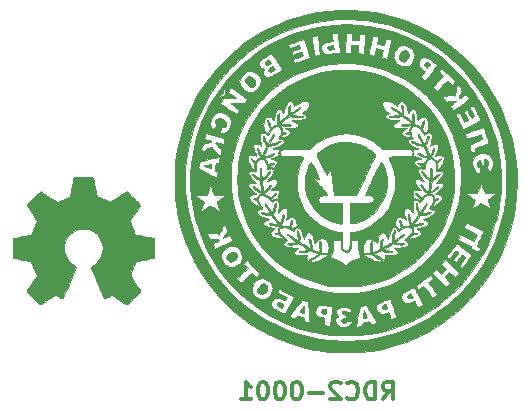
<source format=gbr>
G04 #@! TF.FileFunction,Legend,Bot*
%FSLAX46Y46*%
G04 Gerber Fmt 4.6, Leading zero omitted, Abs format (unit mm)*
G04 Created by KiCad (PCBNEW 4.0.2-stable) date 23.05.2016 12:24:01*
%MOMM*%
G01*
G04 APERTURE LIST*
%ADD10C,0.100000*%
%ADD11C,0.300000*%
%ADD12C,0.002540*%
%ADD13C,0.010000*%
G04 APERTURE END LIST*
D10*
D11*
X91635713Y-102778571D02*
X92135713Y-102064286D01*
X92492856Y-102778571D02*
X92492856Y-101278571D01*
X91921428Y-101278571D01*
X91778570Y-101350000D01*
X91707142Y-101421429D01*
X91635713Y-101564286D01*
X91635713Y-101778571D01*
X91707142Y-101921429D01*
X91778570Y-101992857D01*
X91921428Y-102064286D01*
X92492856Y-102064286D01*
X90992856Y-102778571D02*
X90992856Y-101278571D01*
X90635713Y-101278571D01*
X90421428Y-101350000D01*
X90278570Y-101492857D01*
X90207142Y-101635714D01*
X90135713Y-101921429D01*
X90135713Y-102135714D01*
X90207142Y-102421429D01*
X90278570Y-102564286D01*
X90421428Y-102707143D01*
X90635713Y-102778571D01*
X90992856Y-102778571D01*
X88635713Y-102635714D02*
X88707142Y-102707143D01*
X88921428Y-102778571D01*
X89064285Y-102778571D01*
X89278570Y-102707143D01*
X89421428Y-102564286D01*
X89492856Y-102421429D01*
X89564285Y-102135714D01*
X89564285Y-101921429D01*
X89492856Y-101635714D01*
X89421428Y-101492857D01*
X89278570Y-101350000D01*
X89064285Y-101278571D01*
X88921428Y-101278571D01*
X88707142Y-101350000D01*
X88635713Y-101421429D01*
X88064285Y-101421429D02*
X87992856Y-101350000D01*
X87849999Y-101278571D01*
X87492856Y-101278571D01*
X87349999Y-101350000D01*
X87278570Y-101421429D01*
X87207142Y-101564286D01*
X87207142Y-101707143D01*
X87278570Y-101921429D01*
X88135713Y-102778571D01*
X87207142Y-102778571D01*
X86564285Y-102207143D02*
X85421428Y-102207143D01*
X84421428Y-101278571D02*
X84278571Y-101278571D01*
X84135714Y-101350000D01*
X84064285Y-101421429D01*
X83992856Y-101564286D01*
X83921428Y-101850000D01*
X83921428Y-102207143D01*
X83992856Y-102492857D01*
X84064285Y-102635714D01*
X84135714Y-102707143D01*
X84278571Y-102778571D01*
X84421428Y-102778571D01*
X84564285Y-102707143D01*
X84635714Y-102635714D01*
X84707142Y-102492857D01*
X84778571Y-102207143D01*
X84778571Y-101850000D01*
X84707142Y-101564286D01*
X84635714Y-101421429D01*
X84564285Y-101350000D01*
X84421428Y-101278571D01*
X82992857Y-101278571D02*
X82850000Y-101278571D01*
X82707143Y-101350000D01*
X82635714Y-101421429D01*
X82564285Y-101564286D01*
X82492857Y-101850000D01*
X82492857Y-102207143D01*
X82564285Y-102492857D01*
X82635714Y-102635714D01*
X82707143Y-102707143D01*
X82850000Y-102778571D01*
X82992857Y-102778571D01*
X83135714Y-102707143D01*
X83207143Y-102635714D01*
X83278571Y-102492857D01*
X83350000Y-102207143D01*
X83350000Y-101850000D01*
X83278571Y-101564286D01*
X83207143Y-101421429D01*
X83135714Y-101350000D01*
X82992857Y-101278571D01*
X81564286Y-101278571D02*
X81421429Y-101278571D01*
X81278572Y-101350000D01*
X81207143Y-101421429D01*
X81135714Y-101564286D01*
X81064286Y-101850000D01*
X81064286Y-102207143D01*
X81135714Y-102492857D01*
X81207143Y-102635714D01*
X81278572Y-102707143D01*
X81421429Y-102778571D01*
X81564286Y-102778571D01*
X81707143Y-102707143D01*
X81778572Y-102635714D01*
X81850000Y-102492857D01*
X81921429Y-102207143D01*
X81921429Y-101850000D01*
X81850000Y-101564286D01*
X81778572Y-101421429D01*
X81707143Y-101350000D01*
X81564286Y-101278571D01*
X79635715Y-102778571D02*
X80492858Y-102778571D01*
X80064286Y-102778571D02*
X80064286Y-101278571D01*
X80207143Y-101492857D01*
X80350001Y-101635714D01*
X80492858Y-101707143D01*
D12*
G36*
X69937280Y-94739880D02*
X69873780Y-94706860D01*
X69734080Y-94617960D01*
X69533420Y-94488420D01*
X69297200Y-94328400D01*
X69058440Y-94168380D01*
X68862860Y-94036300D01*
X68725700Y-93949940D01*
X68669820Y-93916920D01*
X68639340Y-93927080D01*
X68525040Y-93982960D01*
X68362480Y-94069320D01*
X68265960Y-94117580D01*
X68116100Y-94183620D01*
X68042440Y-94196320D01*
X68029740Y-94176000D01*
X67973860Y-94059160D01*
X67887500Y-93863580D01*
X67773200Y-93601960D01*
X67643660Y-93299700D01*
X67506500Y-92969500D01*
X67366800Y-92634220D01*
X67234720Y-92316720D01*
X67115340Y-92029700D01*
X67021360Y-91796020D01*
X66960400Y-91633460D01*
X66937540Y-91562340D01*
X66945160Y-91547100D01*
X67018820Y-91475980D01*
X67150900Y-91376920D01*
X67435380Y-91145780D01*
X67714780Y-90795260D01*
X67884960Y-90399020D01*
X67943380Y-89957060D01*
X67895120Y-89548120D01*
X67732560Y-89154420D01*
X67458240Y-88801360D01*
X67125500Y-88537200D01*
X66736880Y-88372100D01*
X66300000Y-88316220D01*
X65880900Y-88364480D01*
X65479580Y-88521960D01*
X65126520Y-88791200D01*
X64976660Y-88963920D01*
X64770920Y-89322060D01*
X64654080Y-89708140D01*
X64641380Y-89804660D01*
X64659160Y-90226300D01*
X64783620Y-90630160D01*
X65004600Y-90990840D01*
X65314480Y-91288020D01*
X65352580Y-91315960D01*
X65497360Y-91422640D01*
X65591340Y-91496300D01*
X65667540Y-91557260D01*
X65131600Y-92850120D01*
X65045240Y-93055860D01*
X64897920Y-93406380D01*
X64768380Y-93711180D01*
X64664240Y-93955020D01*
X64593120Y-94115040D01*
X64562640Y-94181080D01*
X64557560Y-94183620D01*
X64511840Y-94191240D01*
X64412780Y-94155680D01*
X64232440Y-94069320D01*
X64113060Y-94008360D01*
X63975900Y-93942320D01*
X63914940Y-93916920D01*
X63861600Y-93944860D01*
X63729520Y-94031220D01*
X63539020Y-94160760D01*
X63307880Y-94315700D01*
X63086900Y-94465560D01*
X62883700Y-94600180D01*
X62736380Y-94694160D01*
X62665260Y-94732260D01*
X62655100Y-94732260D01*
X62591600Y-94696700D01*
X62474760Y-94600180D01*
X62299500Y-94432540D01*
X62050580Y-94188700D01*
X62012480Y-94150600D01*
X61806740Y-93942320D01*
X61641640Y-93767060D01*
X61529880Y-93642600D01*
X61489240Y-93586720D01*
X61489240Y-93586720D01*
X61527340Y-93515600D01*
X61618780Y-93368280D01*
X61753400Y-93165080D01*
X61915960Y-92923780D01*
X62345220Y-92304020D01*
X62109000Y-91717280D01*
X62037880Y-91536940D01*
X61946440Y-91318500D01*
X61877860Y-91163560D01*
X61842300Y-91094980D01*
X61778800Y-91072120D01*
X61618780Y-91034020D01*
X61385100Y-90985760D01*
X61108240Y-90934960D01*
X60844080Y-90886700D01*
X60605320Y-90840980D01*
X60432600Y-90807960D01*
X60353860Y-90792720D01*
X60336080Y-90780020D01*
X60320840Y-90741920D01*
X60310680Y-90660640D01*
X60305600Y-90515860D01*
X60300520Y-90287260D01*
X60300520Y-89957060D01*
X60300520Y-89921500D01*
X60305600Y-89606540D01*
X60310680Y-89355080D01*
X60318300Y-89189980D01*
X60331000Y-89123940D01*
X60331000Y-89123940D01*
X60404660Y-89106160D01*
X60574840Y-89070600D01*
X60813600Y-89022340D01*
X61098080Y-88969000D01*
X61115860Y-88966460D01*
X61400340Y-88910580D01*
X61636560Y-88862320D01*
X61804200Y-88824220D01*
X61872780Y-88801360D01*
X61888020Y-88781040D01*
X61946440Y-88669280D01*
X62027720Y-88494020D01*
X62121700Y-88280660D01*
X62213140Y-88057140D01*
X62294420Y-87856480D01*
X62347760Y-87706620D01*
X62363000Y-87638040D01*
X62363000Y-87638040D01*
X62319820Y-87569460D01*
X62223300Y-87422140D01*
X62083600Y-87218940D01*
X61918500Y-86977640D01*
X61905800Y-86957320D01*
X61743240Y-86718560D01*
X61611160Y-86515360D01*
X61522260Y-86370580D01*
X61489240Y-86307080D01*
X61489240Y-86302000D01*
X61545120Y-86230880D01*
X61667040Y-86093720D01*
X61842300Y-85910840D01*
X62050580Y-85700020D01*
X62119160Y-85633980D01*
X62350300Y-85405380D01*
X62512860Y-85258060D01*
X62614460Y-85176780D01*
X62662720Y-85159000D01*
X62665260Y-85161540D01*
X62736380Y-85204720D01*
X62888780Y-85303780D01*
X63094520Y-85443480D01*
X63338360Y-85608580D01*
X63353600Y-85618740D01*
X63594900Y-85781300D01*
X63793020Y-85918460D01*
X63935260Y-86012440D01*
X63998760Y-86048000D01*
X64008920Y-86048000D01*
X64105440Y-86020060D01*
X64275620Y-85961640D01*
X64486440Y-85880360D01*
X64707420Y-85791460D01*
X64910620Y-85705100D01*
X65060480Y-85636520D01*
X65131600Y-85595880D01*
X65134140Y-85593340D01*
X65159540Y-85506980D01*
X65200180Y-85326640D01*
X65253520Y-85080260D01*
X65306860Y-84785620D01*
X65317020Y-84739900D01*
X65370360Y-84452880D01*
X65416080Y-84216660D01*
X65451640Y-84054100D01*
X65466880Y-83985520D01*
X65507520Y-83977900D01*
X65647220Y-83967740D01*
X65860580Y-83960120D01*
X66119660Y-83957580D01*
X66391440Y-83960120D01*
X66655600Y-83965200D01*
X66881660Y-83972820D01*
X67044220Y-83985520D01*
X67112800Y-83998220D01*
X67115340Y-84003300D01*
X67138200Y-84092200D01*
X67178840Y-84270000D01*
X67229640Y-84518920D01*
X67285520Y-84813560D01*
X67295680Y-84866900D01*
X67349020Y-85151380D01*
X67397280Y-85385060D01*
X67432840Y-85545080D01*
X67450620Y-85608580D01*
X67476020Y-85621280D01*
X67592860Y-85674620D01*
X67783360Y-85753360D01*
X68022120Y-85849880D01*
X68570760Y-86070860D01*
X69243860Y-85608580D01*
X69304820Y-85567940D01*
X69548660Y-85402840D01*
X69746780Y-85270760D01*
X69886480Y-85181860D01*
X69942360Y-85148840D01*
X69947440Y-85151380D01*
X70016020Y-85209800D01*
X70148100Y-85334260D01*
X70330980Y-85512060D01*
X70541800Y-85722880D01*
X70699280Y-85880360D01*
X70884700Y-86068320D01*
X71001540Y-86195320D01*
X71067580Y-86276600D01*
X71090440Y-86327400D01*
X71082820Y-86360420D01*
X71039640Y-86429000D01*
X70940580Y-86576320D01*
X70803420Y-86782060D01*
X70638320Y-87018280D01*
X70503700Y-87218940D01*
X70356380Y-87445000D01*
X70262400Y-87605020D01*
X70229380Y-87683760D01*
X70237000Y-87716780D01*
X70285260Y-87848860D01*
X70364000Y-88049520D01*
X70465600Y-88285740D01*
X70699280Y-88819140D01*
X71049800Y-88885180D01*
X71260620Y-88925820D01*
X71557800Y-88984240D01*
X71842280Y-89037580D01*
X72284240Y-89123940D01*
X72299480Y-90749540D01*
X72230900Y-90780020D01*
X72164860Y-90797800D01*
X72002300Y-90833360D01*
X71768620Y-90879080D01*
X71491760Y-90932420D01*
X71255540Y-90975600D01*
X71019320Y-91021320D01*
X70849140Y-91054340D01*
X70772940Y-91069580D01*
X70755160Y-91094980D01*
X70694200Y-91211820D01*
X70610380Y-91392160D01*
X70516400Y-91613140D01*
X70422420Y-91839200D01*
X70338600Y-92050020D01*
X70280180Y-92210040D01*
X70257320Y-92293860D01*
X70290340Y-92354820D01*
X70379240Y-92494520D01*
X70511320Y-92692640D01*
X70671340Y-92928860D01*
X70833900Y-93165080D01*
X70968520Y-93365740D01*
X71065040Y-93510520D01*
X71103140Y-93576560D01*
X71082820Y-93622280D01*
X70988840Y-93736580D01*
X70811040Y-93919460D01*
X70546880Y-94181080D01*
X70503700Y-94224260D01*
X70292880Y-94424920D01*
X70115080Y-94590020D01*
X69993160Y-94699240D01*
X69937280Y-94739880D01*
X69937280Y-94739880D01*
G37*
X69937280Y-94739880D02*
X69873780Y-94706860D01*
X69734080Y-94617960D01*
X69533420Y-94488420D01*
X69297200Y-94328400D01*
X69058440Y-94168380D01*
X68862860Y-94036300D01*
X68725700Y-93949940D01*
X68669820Y-93916920D01*
X68639340Y-93927080D01*
X68525040Y-93982960D01*
X68362480Y-94069320D01*
X68265960Y-94117580D01*
X68116100Y-94183620D01*
X68042440Y-94196320D01*
X68029740Y-94176000D01*
X67973860Y-94059160D01*
X67887500Y-93863580D01*
X67773200Y-93601960D01*
X67643660Y-93299700D01*
X67506500Y-92969500D01*
X67366800Y-92634220D01*
X67234720Y-92316720D01*
X67115340Y-92029700D01*
X67021360Y-91796020D01*
X66960400Y-91633460D01*
X66937540Y-91562340D01*
X66945160Y-91547100D01*
X67018820Y-91475980D01*
X67150900Y-91376920D01*
X67435380Y-91145780D01*
X67714780Y-90795260D01*
X67884960Y-90399020D01*
X67943380Y-89957060D01*
X67895120Y-89548120D01*
X67732560Y-89154420D01*
X67458240Y-88801360D01*
X67125500Y-88537200D01*
X66736880Y-88372100D01*
X66300000Y-88316220D01*
X65880900Y-88364480D01*
X65479580Y-88521960D01*
X65126520Y-88791200D01*
X64976660Y-88963920D01*
X64770920Y-89322060D01*
X64654080Y-89708140D01*
X64641380Y-89804660D01*
X64659160Y-90226300D01*
X64783620Y-90630160D01*
X65004600Y-90990840D01*
X65314480Y-91288020D01*
X65352580Y-91315960D01*
X65497360Y-91422640D01*
X65591340Y-91496300D01*
X65667540Y-91557260D01*
X65131600Y-92850120D01*
X65045240Y-93055860D01*
X64897920Y-93406380D01*
X64768380Y-93711180D01*
X64664240Y-93955020D01*
X64593120Y-94115040D01*
X64562640Y-94181080D01*
X64557560Y-94183620D01*
X64511840Y-94191240D01*
X64412780Y-94155680D01*
X64232440Y-94069320D01*
X64113060Y-94008360D01*
X63975900Y-93942320D01*
X63914940Y-93916920D01*
X63861600Y-93944860D01*
X63729520Y-94031220D01*
X63539020Y-94160760D01*
X63307880Y-94315700D01*
X63086900Y-94465560D01*
X62883700Y-94600180D01*
X62736380Y-94694160D01*
X62665260Y-94732260D01*
X62655100Y-94732260D01*
X62591600Y-94696700D01*
X62474760Y-94600180D01*
X62299500Y-94432540D01*
X62050580Y-94188700D01*
X62012480Y-94150600D01*
X61806740Y-93942320D01*
X61641640Y-93767060D01*
X61529880Y-93642600D01*
X61489240Y-93586720D01*
X61489240Y-93586720D01*
X61527340Y-93515600D01*
X61618780Y-93368280D01*
X61753400Y-93165080D01*
X61915960Y-92923780D01*
X62345220Y-92304020D01*
X62109000Y-91717280D01*
X62037880Y-91536940D01*
X61946440Y-91318500D01*
X61877860Y-91163560D01*
X61842300Y-91094980D01*
X61778800Y-91072120D01*
X61618780Y-91034020D01*
X61385100Y-90985760D01*
X61108240Y-90934960D01*
X60844080Y-90886700D01*
X60605320Y-90840980D01*
X60432600Y-90807960D01*
X60353860Y-90792720D01*
X60336080Y-90780020D01*
X60320840Y-90741920D01*
X60310680Y-90660640D01*
X60305600Y-90515860D01*
X60300520Y-90287260D01*
X60300520Y-89957060D01*
X60300520Y-89921500D01*
X60305600Y-89606540D01*
X60310680Y-89355080D01*
X60318300Y-89189980D01*
X60331000Y-89123940D01*
X60331000Y-89123940D01*
X60404660Y-89106160D01*
X60574840Y-89070600D01*
X60813600Y-89022340D01*
X61098080Y-88969000D01*
X61115860Y-88966460D01*
X61400340Y-88910580D01*
X61636560Y-88862320D01*
X61804200Y-88824220D01*
X61872780Y-88801360D01*
X61888020Y-88781040D01*
X61946440Y-88669280D01*
X62027720Y-88494020D01*
X62121700Y-88280660D01*
X62213140Y-88057140D01*
X62294420Y-87856480D01*
X62347760Y-87706620D01*
X62363000Y-87638040D01*
X62363000Y-87638040D01*
X62319820Y-87569460D01*
X62223300Y-87422140D01*
X62083600Y-87218940D01*
X61918500Y-86977640D01*
X61905800Y-86957320D01*
X61743240Y-86718560D01*
X61611160Y-86515360D01*
X61522260Y-86370580D01*
X61489240Y-86307080D01*
X61489240Y-86302000D01*
X61545120Y-86230880D01*
X61667040Y-86093720D01*
X61842300Y-85910840D01*
X62050580Y-85700020D01*
X62119160Y-85633980D01*
X62350300Y-85405380D01*
X62512860Y-85258060D01*
X62614460Y-85176780D01*
X62662720Y-85159000D01*
X62665260Y-85161540D01*
X62736380Y-85204720D01*
X62888780Y-85303780D01*
X63094520Y-85443480D01*
X63338360Y-85608580D01*
X63353600Y-85618740D01*
X63594900Y-85781300D01*
X63793020Y-85918460D01*
X63935260Y-86012440D01*
X63998760Y-86048000D01*
X64008920Y-86048000D01*
X64105440Y-86020060D01*
X64275620Y-85961640D01*
X64486440Y-85880360D01*
X64707420Y-85791460D01*
X64910620Y-85705100D01*
X65060480Y-85636520D01*
X65131600Y-85595880D01*
X65134140Y-85593340D01*
X65159540Y-85506980D01*
X65200180Y-85326640D01*
X65253520Y-85080260D01*
X65306860Y-84785620D01*
X65317020Y-84739900D01*
X65370360Y-84452880D01*
X65416080Y-84216660D01*
X65451640Y-84054100D01*
X65466880Y-83985520D01*
X65507520Y-83977900D01*
X65647220Y-83967740D01*
X65860580Y-83960120D01*
X66119660Y-83957580D01*
X66391440Y-83960120D01*
X66655600Y-83965200D01*
X66881660Y-83972820D01*
X67044220Y-83985520D01*
X67112800Y-83998220D01*
X67115340Y-84003300D01*
X67138200Y-84092200D01*
X67178840Y-84270000D01*
X67229640Y-84518920D01*
X67285520Y-84813560D01*
X67295680Y-84866900D01*
X67349020Y-85151380D01*
X67397280Y-85385060D01*
X67432840Y-85545080D01*
X67450620Y-85608580D01*
X67476020Y-85621280D01*
X67592860Y-85674620D01*
X67783360Y-85753360D01*
X68022120Y-85849880D01*
X68570760Y-86070860D01*
X69243860Y-85608580D01*
X69304820Y-85567940D01*
X69548660Y-85402840D01*
X69746780Y-85270760D01*
X69886480Y-85181860D01*
X69942360Y-85148840D01*
X69947440Y-85151380D01*
X70016020Y-85209800D01*
X70148100Y-85334260D01*
X70330980Y-85512060D01*
X70541800Y-85722880D01*
X70699280Y-85880360D01*
X70884700Y-86068320D01*
X71001540Y-86195320D01*
X71067580Y-86276600D01*
X71090440Y-86327400D01*
X71082820Y-86360420D01*
X71039640Y-86429000D01*
X70940580Y-86576320D01*
X70803420Y-86782060D01*
X70638320Y-87018280D01*
X70503700Y-87218940D01*
X70356380Y-87445000D01*
X70262400Y-87605020D01*
X70229380Y-87683760D01*
X70237000Y-87716780D01*
X70285260Y-87848860D01*
X70364000Y-88049520D01*
X70465600Y-88285740D01*
X70699280Y-88819140D01*
X71049800Y-88885180D01*
X71260620Y-88925820D01*
X71557800Y-88984240D01*
X71842280Y-89037580D01*
X72284240Y-89123940D01*
X72299480Y-90749540D01*
X72230900Y-90780020D01*
X72164860Y-90797800D01*
X72002300Y-90833360D01*
X71768620Y-90879080D01*
X71491760Y-90932420D01*
X71255540Y-90975600D01*
X71019320Y-91021320D01*
X70849140Y-91054340D01*
X70772940Y-91069580D01*
X70755160Y-91094980D01*
X70694200Y-91211820D01*
X70610380Y-91392160D01*
X70516400Y-91613140D01*
X70422420Y-91839200D01*
X70338600Y-92050020D01*
X70280180Y-92210040D01*
X70257320Y-92293860D01*
X70290340Y-92354820D01*
X70379240Y-92494520D01*
X70511320Y-92692640D01*
X70671340Y-92928860D01*
X70833900Y-93165080D01*
X70968520Y-93365740D01*
X71065040Y-93510520D01*
X71103140Y-93576560D01*
X71082820Y-93622280D01*
X70988840Y-93736580D01*
X70811040Y-93919460D01*
X70546880Y-94181080D01*
X70503700Y-94224260D01*
X70292880Y-94424920D01*
X70115080Y-94590020D01*
X69993160Y-94699240D01*
X69937280Y-94739880D01*
D13*
G36*
X87019790Y-69866412D02*
X86034757Y-69999331D01*
X85065176Y-70199553D01*
X84127571Y-70463660D01*
X83566412Y-70658702D01*
X82986053Y-70888040D01*
X82404993Y-71143171D01*
X81841735Y-71415590D01*
X81314779Y-71696794D01*
X80869841Y-71961052D01*
X80007105Y-72546307D01*
X79194373Y-73182190D01*
X78433416Y-73866454D01*
X77726008Y-74596853D01*
X77073919Y-75371141D01*
X76478923Y-76187071D01*
X75942792Y-77042399D01*
X75467298Y-77934877D01*
X75054213Y-78862259D01*
X74732351Y-79739712D01*
X74449407Y-80709342D01*
X74235071Y-81696766D01*
X74089615Y-82696715D01*
X74013314Y-83703918D01*
X74006440Y-84713106D01*
X74069266Y-85719009D01*
X74202067Y-86716356D01*
X74335087Y-87398798D01*
X74590292Y-88389341D01*
X74911547Y-89353594D01*
X75296701Y-90288553D01*
X75743606Y-91191212D01*
X76250112Y-92058566D01*
X76814068Y-92887609D01*
X77433325Y-93675335D01*
X78105733Y-94418741D01*
X78829142Y-95114819D01*
X79601402Y-95760564D01*
X80420364Y-96352971D01*
X81007000Y-96726318D01*
X81901406Y-97223343D01*
X82826731Y-97655012D01*
X83780961Y-98020641D01*
X84762080Y-98319542D01*
X85768075Y-98551029D01*
X86796932Y-98714415D01*
X86867143Y-98722972D01*
X87086033Y-98743874D01*
X87360450Y-98761904D01*
X87674932Y-98776749D01*
X88014015Y-98788100D01*
X88362237Y-98795644D01*
X88704136Y-98799072D01*
X89024248Y-98798072D01*
X89307112Y-98792334D01*
X89537265Y-98781545D01*
X89588571Y-98777709D01*
X90631727Y-98656340D01*
X91649266Y-98467375D01*
X92640476Y-98211062D01*
X93604646Y-97887650D01*
X94541062Y-97497387D01*
X95449012Y-97040523D01*
X96327785Y-96517305D01*
X96628000Y-96318774D01*
X97452154Y-95716379D01*
X98225468Y-95064191D01*
X98946475Y-94365382D01*
X99613706Y-93623124D01*
X100225695Y-92840589D01*
X100780972Y-92020948D01*
X101278070Y-91167374D01*
X101715521Y-90283039D01*
X102091858Y-89371114D01*
X102405613Y-88434773D01*
X102655317Y-87477186D01*
X102839503Y-86501525D01*
X102956704Y-85510964D01*
X103005451Y-84508673D01*
X102989125Y-83729294D01*
X102101534Y-83729294D01*
X102101261Y-84017183D01*
X102096966Y-84360300D01*
X102095177Y-84463286D01*
X102086504Y-84850358D01*
X102074814Y-85180771D01*
X102058642Y-85470419D01*
X102036522Y-85735197D01*
X102006990Y-85991001D01*
X101968580Y-86253725D01*
X101919829Y-86539265D01*
X101887851Y-86713000D01*
X101672119Y-87670955D01*
X101390899Y-88601429D01*
X101046825Y-89501937D01*
X100642526Y-90369992D01*
X100180635Y-91203108D01*
X99663783Y-91998799D01*
X99094601Y-92754579D01*
X98475721Y-93467962D01*
X97809773Y-94136463D01*
X97099390Y-94757594D01*
X96347202Y-95328870D01*
X95555841Y-95847804D01*
X94727938Y-96311912D01*
X93866125Y-96718706D01*
X92973033Y-97065701D01*
X92051294Y-97350410D01*
X91103538Y-97570348D01*
X90249905Y-97708362D01*
X89587101Y-97775086D01*
X88892113Y-97810218D01*
X88192771Y-97813299D01*
X87516906Y-97783872D01*
X87211857Y-97758346D01*
X86214491Y-97625385D01*
X85243273Y-97424741D01*
X84297779Y-97156263D01*
X83377585Y-96819800D01*
X82482267Y-96415201D01*
X81611400Y-95942315D01*
X80952571Y-95528460D01*
X80149961Y-94950495D01*
X79396162Y-94320550D01*
X78693184Y-93641801D01*
X78043033Y-92917423D01*
X77447719Y-92150592D01*
X76909249Y-91344485D01*
X76429631Y-90502278D01*
X76010874Y-89627146D01*
X75654985Y-88722265D01*
X75363973Y-87790812D01*
X75139846Y-86835963D01*
X75023140Y-86150572D01*
X74968941Y-85694676D01*
X74929665Y-85194571D01*
X74905519Y-84668360D01*
X74896710Y-84134148D01*
X74903445Y-83610039D01*
X74925933Y-83114140D01*
X74964380Y-82664553D01*
X74981578Y-82522000D01*
X75148124Y-81522525D01*
X75381131Y-80549574D01*
X75679617Y-79605185D01*
X76042603Y-78691398D01*
X76469110Y-77810250D01*
X76958156Y-76963781D01*
X77508764Y-76154029D01*
X78119953Y-75383033D01*
X78737425Y-74707121D01*
X79470721Y-74006317D01*
X80239758Y-73368458D01*
X81043303Y-72794143D01*
X81880122Y-72283968D01*
X82748981Y-71838528D01*
X83648644Y-71458422D01*
X84577879Y-71144246D01*
X85535451Y-70896596D01*
X86520125Y-70716068D01*
X87157428Y-70636700D01*
X87374070Y-70616635D01*
X87584370Y-70602173D01*
X87803044Y-70592943D01*
X88044807Y-70588573D01*
X88324377Y-70588689D01*
X88656468Y-70592918D01*
X88790286Y-70595348D01*
X89179805Y-70604612D01*
X89513016Y-70617126D01*
X89806160Y-70634407D01*
X90075477Y-70657971D01*
X90337210Y-70689333D01*
X90607600Y-70730011D01*
X90902889Y-70781519D01*
X91021857Y-70803653D01*
X91982547Y-71021038D01*
X92917792Y-71305039D01*
X93824739Y-71653307D01*
X94700534Y-72063493D01*
X95542326Y-72533248D01*
X96347261Y-73060223D01*
X97112485Y-73642068D01*
X97835146Y-74276434D01*
X98512391Y-74960973D01*
X99141367Y-75693335D01*
X99719221Y-76471171D01*
X100243099Y-77292132D01*
X100710149Y-78153869D01*
X101117518Y-79054032D01*
X101155407Y-79147429D01*
X101457686Y-79980350D01*
X101702754Y-80833321D01*
X101893123Y-81716684D01*
X102031300Y-82640783D01*
X102055711Y-82857799D01*
X102074873Y-83060884D01*
X102088674Y-83264755D01*
X102097450Y-83483021D01*
X102101534Y-83729294D01*
X102989125Y-83729294D01*
X102984276Y-83497825D01*
X102920053Y-82721572D01*
X102773825Y-81714388D01*
X102559822Y-80729127D01*
X102280242Y-79768488D01*
X101937289Y-78835164D01*
X101533164Y-77931853D01*
X101070067Y-77061252D01*
X100550201Y-76226055D01*
X99975766Y-75428960D01*
X99348964Y-74672663D01*
X98671996Y-73959860D01*
X97947064Y-73293248D01*
X97176368Y-72675522D01*
X96362111Y-72109379D01*
X95506494Y-71597516D01*
X94611717Y-71142628D01*
X93679983Y-70747411D01*
X92926857Y-70481613D01*
X91971969Y-70210959D01*
X90997432Y-70007537D01*
X90009095Y-69871360D01*
X89012809Y-69802439D01*
X88014424Y-69800785D01*
X87019790Y-69866412D01*
X87019790Y-69866412D01*
G37*
X87019790Y-69866412D02*
X86034757Y-69999331D01*
X85065176Y-70199553D01*
X84127571Y-70463660D01*
X83566412Y-70658702D01*
X82986053Y-70888040D01*
X82404993Y-71143171D01*
X81841735Y-71415590D01*
X81314779Y-71696794D01*
X80869841Y-71961052D01*
X80007105Y-72546307D01*
X79194373Y-73182190D01*
X78433416Y-73866454D01*
X77726008Y-74596853D01*
X77073919Y-75371141D01*
X76478923Y-76187071D01*
X75942792Y-77042399D01*
X75467298Y-77934877D01*
X75054213Y-78862259D01*
X74732351Y-79739712D01*
X74449407Y-80709342D01*
X74235071Y-81696766D01*
X74089615Y-82696715D01*
X74013314Y-83703918D01*
X74006440Y-84713106D01*
X74069266Y-85719009D01*
X74202067Y-86716356D01*
X74335087Y-87398798D01*
X74590292Y-88389341D01*
X74911547Y-89353594D01*
X75296701Y-90288553D01*
X75743606Y-91191212D01*
X76250112Y-92058566D01*
X76814068Y-92887609D01*
X77433325Y-93675335D01*
X78105733Y-94418741D01*
X78829142Y-95114819D01*
X79601402Y-95760564D01*
X80420364Y-96352971D01*
X81007000Y-96726318D01*
X81901406Y-97223343D01*
X82826731Y-97655012D01*
X83780961Y-98020641D01*
X84762080Y-98319542D01*
X85768075Y-98551029D01*
X86796932Y-98714415D01*
X86867143Y-98722972D01*
X87086033Y-98743874D01*
X87360450Y-98761904D01*
X87674932Y-98776749D01*
X88014015Y-98788100D01*
X88362237Y-98795644D01*
X88704136Y-98799072D01*
X89024248Y-98798072D01*
X89307112Y-98792334D01*
X89537265Y-98781545D01*
X89588571Y-98777709D01*
X90631727Y-98656340D01*
X91649266Y-98467375D01*
X92640476Y-98211062D01*
X93604646Y-97887650D01*
X94541062Y-97497387D01*
X95449012Y-97040523D01*
X96327785Y-96517305D01*
X96628000Y-96318774D01*
X97452154Y-95716379D01*
X98225468Y-95064191D01*
X98946475Y-94365382D01*
X99613706Y-93623124D01*
X100225695Y-92840589D01*
X100780972Y-92020948D01*
X101278070Y-91167374D01*
X101715521Y-90283039D01*
X102091858Y-89371114D01*
X102405613Y-88434773D01*
X102655317Y-87477186D01*
X102839503Y-86501525D01*
X102956704Y-85510964D01*
X103005451Y-84508673D01*
X102989125Y-83729294D01*
X102101534Y-83729294D01*
X102101261Y-84017183D01*
X102096966Y-84360300D01*
X102095177Y-84463286D01*
X102086504Y-84850358D01*
X102074814Y-85180771D01*
X102058642Y-85470419D01*
X102036522Y-85735197D01*
X102006990Y-85991001D01*
X101968580Y-86253725D01*
X101919829Y-86539265D01*
X101887851Y-86713000D01*
X101672119Y-87670955D01*
X101390899Y-88601429D01*
X101046825Y-89501937D01*
X100642526Y-90369992D01*
X100180635Y-91203108D01*
X99663783Y-91998799D01*
X99094601Y-92754579D01*
X98475721Y-93467962D01*
X97809773Y-94136463D01*
X97099390Y-94757594D01*
X96347202Y-95328870D01*
X95555841Y-95847804D01*
X94727938Y-96311912D01*
X93866125Y-96718706D01*
X92973033Y-97065701D01*
X92051294Y-97350410D01*
X91103538Y-97570348D01*
X90249905Y-97708362D01*
X89587101Y-97775086D01*
X88892113Y-97810218D01*
X88192771Y-97813299D01*
X87516906Y-97783872D01*
X87211857Y-97758346D01*
X86214491Y-97625385D01*
X85243273Y-97424741D01*
X84297779Y-97156263D01*
X83377585Y-96819800D01*
X82482267Y-96415201D01*
X81611400Y-95942315D01*
X80952571Y-95528460D01*
X80149961Y-94950495D01*
X79396162Y-94320550D01*
X78693184Y-93641801D01*
X78043033Y-92917423D01*
X77447719Y-92150592D01*
X76909249Y-91344485D01*
X76429631Y-90502278D01*
X76010874Y-89627146D01*
X75654985Y-88722265D01*
X75363973Y-87790812D01*
X75139846Y-86835963D01*
X75023140Y-86150572D01*
X74968941Y-85694676D01*
X74929665Y-85194571D01*
X74905519Y-84668360D01*
X74896710Y-84134148D01*
X74903445Y-83610039D01*
X74925933Y-83114140D01*
X74964380Y-82664553D01*
X74981578Y-82522000D01*
X75148124Y-81522525D01*
X75381131Y-80549574D01*
X75679617Y-79605185D01*
X76042603Y-78691398D01*
X76469110Y-77810250D01*
X76958156Y-76963781D01*
X77508764Y-76154029D01*
X78119953Y-75383033D01*
X78737425Y-74707121D01*
X79470721Y-74006317D01*
X80239758Y-73368458D01*
X81043303Y-72794143D01*
X81880122Y-72283968D01*
X82748981Y-71838528D01*
X83648644Y-71458422D01*
X84577879Y-71144246D01*
X85535451Y-70896596D01*
X86520125Y-70716068D01*
X87157428Y-70636700D01*
X87374070Y-70616635D01*
X87584370Y-70602173D01*
X87803044Y-70592943D01*
X88044807Y-70588573D01*
X88324377Y-70588689D01*
X88656468Y-70592918D01*
X88790286Y-70595348D01*
X89179805Y-70604612D01*
X89513016Y-70617126D01*
X89806160Y-70634407D01*
X90075477Y-70657971D01*
X90337210Y-70689333D01*
X90607600Y-70730011D01*
X90902889Y-70781519D01*
X91021857Y-70803653D01*
X91982547Y-71021038D01*
X92917792Y-71305039D01*
X93824739Y-71653307D01*
X94700534Y-72063493D01*
X95542326Y-72533248D01*
X96347261Y-73060223D01*
X97112485Y-73642068D01*
X97835146Y-74276434D01*
X98512391Y-74960973D01*
X99141367Y-75693335D01*
X99719221Y-76471171D01*
X100243099Y-77292132D01*
X100710149Y-78153869D01*
X101117518Y-79054032D01*
X101155407Y-79147429D01*
X101457686Y-79980350D01*
X101702754Y-80833321D01*
X101893123Y-81716684D01*
X102031300Y-82640783D01*
X102055711Y-82857799D01*
X102074873Y-83060884D01*
X102088674Y-83264755D01*
X102097450Y-83483021D01*
X102101534Y-83729294D01*
X102989125Y-83729294D01*
X102984276Y-83497825D01*
X102920053Y-82721572D01*
X102773825Y-81714388D01*
X102559822Y-80729127D01*
X102280242Y-79768488D01*
X101937289Y-78835164D01*
X101533164Y-77931853D01*
X101070067Y-77061252D01*
X100550201Y-76226055D01*
X99975766Y-75428960D01*
X99348964Y-74672663D01*
X98671996Y-73959860D01*
X97947064Y-73293248D01*
X97176368Y-72675522D01*
X96362111Y-72109379D01*
X95506494Y-71597516D01*
X94611717Y-71142628D01*
X93679983Y-70747411D01*
X92926857Y-70481613D01*
X91971969Y-70210959D01*
X90997432Y-70007537D01*
X90009095Y-69871360D01*
X89012809Y-69802439D01*
X88014424Y-69800785D01*
X87019790Y-69866412D01*
G36*
X87629371Y-71058218D02*
X86664651Y-71157814D01*
X85707092Y-71327530D01*
X84823339Y-71549177D01*
X84097555Y-71785755D01*
X83358131Y-72079956D01*
X82621737Y-72423466D01*
X81905046Y-72807970D01*
X81224727Y-73225153D01*
X80636063Y-73637590D01*
X80285404Y-73913721D01*
X79915456Y-74228500D01*
X79540499Y-74568341D01*
X79174813Y-74919658D01*
X78832677Y-75268866D01*
X78528370Y-75602377D01*
X78353685Y-75809143D01*
X77909293Y-76387013D01*
X77488172Y-76995973D01*
X77103747Y-77615443D01*
X76769443Y-78224844D01*
X76740598Y-78281827D01*
X76339331Y-79160058D01*
X76006020Y-80059072D01*
X75740531Y-80974937D01*
X75542728Y-81903720D01*
X75412478Y-82841488D01*
X75349645Y-83784308D01*
X75354094Y-84728247D01*
X75425692Y-85669372D01*
X75564303Y-86603750D01*
X75769792Y-87527448D01*
X76042026Y-88436534D01*
X76380869Y-89327075D01*
X76786186Y-90195137D01*
X77172538Y-90894982D01*
X77696758Y-91709569D01*
X78273812Y-92476762D01*
X78900376Y-93194834D01*
X79573124Y-93862059D01*
X80288731Y-94476712D01*
X81043872Y-95037065D01*
X81835222Y-95541392D01*
X82659454Y-95987966D01*
X83513245Y-96375062D01*
X84393269Y-96700953D01*
X85296201Y-96963913D01*
X86218715Y-97162215D01*
X87157486Y-97294132D01*
X88109189Y-97357939D01*
X89070499Y-97351910D01*
X89552286Y-97322281D01*
X90510262Y-97210088D01*
X91447960Y-97029838D01*
X92362568Y-96783913D01*
X93251273Y-96474695D01*
X93703931Y-96279875D01*
X91083984Y-96279875D01*
X91065323Y-96318530D01*
X91017703Y-96341818D01*
X90942161Y-96357757D01*
X90839734Y-96374364D01*
X90810624Y-96379456D01*
X90705222Y-96396016D01*
X90646316Y-96389786D01*
X90609018Y-96351043D01*
X90577118Y-96288228D01*
X90539954Y-96221679D01*
X90495862Y-96183353D01*
X90429243Y-96170509D01*
X90324496Y-96180408D01*
X90166022Y-96210311D01*
X90151000Y-96213394D01*
X90030714Y-96240303D01*
X89962410Y-96268095D01*
X89926857Y-96311624D01*
X89904823Y-96385746D01*
X89899955Y-96407298D01*
X89875873Y-96495788D01*
X89840267Y-96544900D01*
X89771429Y-96573050D01*
X89682240Y-96592006D01*
X89529539Y-96619512D01*
X89435029Y-96630433D01*
X89386323Y-96625073D01*
X89371036Y-96603737D01*
X89370857Y-96599680D01*
X89377242Y-96541991D01*
X89394886Y-96428529D01*
X89421518Y-96271436D01*
X89436599Y-96186169D01*
X89040835Y-96186169D01*
X89037042Y-96226462D01*
X89004960Y-96304222D01*
X88991161Y-96331004D01*
X88883325Y-96465066D01*
X88726655Y-96575204D01*
X88559574Y-96640942D01*
X88405559Y-96660132D01*
X88221331Y-96654193D01*
X88041142Y-96626205D01*
X87905100Y-96582093D01*
X87747641Y-96472044D01*
X87649848Y-96321042D01*
X87613636Y-96132077D01*
X87613529Y-96126400D01*
X87622362Y-95998097D01*
X87660475Y-95907203D01*
X87698968Y-95859975D01*
X87771968Y-95796776D01*
X87833589Y-95766692D01*
X87838798Y-95766286D01*
X87852464Y-95743743D01*
X87811744Y-95678338D01*
X87778044Y-95638023D01*
X87685836Y-95493640D01*
X87666044Y-95351739D01*
X87718647Y-95210395D01*
X87772543Y-95138814D01*
X87911640Y-95025939D01*
X88094969Y-94957957D01*
X88177460Y-94948907D01*
X87365809Y-94948907D01*
X87357912Y-95047358D01*
X87343045Y-95192290D01*
X87322793Y-95371015D01*
X87298742Y-95570843D01*
X87272477Y-95779086D01*
X87245584Y-95983054D01*
X87219649Y-96170058D01*
X87196257Y-96327411D01*
X87176994Y-96442421D01*
X87168311Y-96484842D01*
X87139235Y-96544706D01*
X87077300Y-96554166D01*
X87053229Y-96550285D01*
X86953949Y-96532884D01*
X86831053Y-96513133D01*
X86807437Y-96509537D01*
X86657018Y-96486904D01*
X86679957Y-96335238D01*
X86695233Y-96194634D01*
X86695495Y-96189650D01*
X85447134Y-96189650D01*
X85440722Y-96258599D01*
X85429781Y-96273793D01*
X85380268Y-96263803D01*
X85283763Y-96238306D01*
X85179857Y-96208330D01*
X85061092Y-96171031D01*
X84995022Y-96138505D01*
X84964774Y-96094866D01*
X84953473Y-96024228D01*
X84951073Y-95992920D01*
X84929587Y-95878706D01*
X84884735Y-95826740D01*
X84878502Y-95824580D01*
X84811672Y-95805392D01*
X84701740Y-95774077D01*
X84601968Y-95745765D01*
X84386936Y-95684850D01*
X84291887Y-95801310D01*
X84196837Y-95917769D01*
X83980776Y-95855727D01*
X83862933Y-95820718D01*
X83774299Y-95792227D01*
X83738370Y-95778381D01*
X83750738Y-95746303D01*
X83800947Y-95666781D01*
X83881847Y-95549315D01*
X83986288Y-95403403D01*
X84107119Y-95238543D01*
X84237189Y-95064234D01*
X84369348Y-94889974D01*
X84496445Y-94725262D01*
X84611330Y-94579597D01*
X84706853Y-94462476D01*
X84775862Y-94383398D01*
X84811207Y-94351862D01*
X84812404Y-94351677D01*
X84892025Y-94364857D01*
X85002982Y-94397218D01*
X85122356Y-94440201D01*
X85227227Y-94485247D01*
X85294674Y-94523797D01*
X85306417Y-94536157D01*
X85317333Y-94587428D01*
X85331207Y-94698511D01*
X85346785Y-94856769D01*
X85362808Y-95049566D01*
X85376436Y-95240143D01*
X85391881Y-95465958D01*
X85407445Y-95680846D01*
X85421884Y-95868503D01*
X85433952Y-96012622D01*
X85440860Y-96083786D01*
X85447134Y-96189650D01*
X86695495Y-96189650D01*
X86703112Y-96045143D01*
X86703376Y-96022559D01*
X86703857Y-95861546D01*
X86468000Y-95821520D01*
X86247017Y-95769259D01*
X86089542Y-95694436D01*
X85988201Y-95590070D01*
X85935622Y-95449178D01*
X85923714Y-95306019D01*
X85945369Y-95097519D01*
X86012319Y-94943519D01*
X86127538Y-94839564D01*
X86271020Y-94785987D01*
X86346274Y-94781040D01*
X86471097Y-94785288D01*
X86629195Y-94796889D01*
X86804274Y-94814002D01*
X86980038Y-94834785D01*
X87140194Y-94857398D01*
X87268448Y-94879999D01*
X87348505Y-94900746D01*
X87365150Y-94909626D01*
X87365809Y-94948907D01*
X88177460Y-94948907D01*
X88330440Y-94932124D01*
X88369304Y-94931714D01*
X88602788Y-94956739D01*
X88784900Y-95032131D01*
X88884664Y-95117538D01*
X88962480Y-95215551D01*
X88983491Y-95279996D01*
X88943027Y-95321997D01*
X88836420Y-95352679D01*
X88781661Y-95362972D01*
X88658115Y-95382540D01*
X88584945Y-95384663D01*
X88541481Y-95366705D01*
X88508530Y-95328145D01*
X88448026Y-95275989D01*
X88353790Y-95263548D01*
X88324195Y-95265373D01*
X88234111Y-95280600D01*
X88193169Y-95318048D01*
X88179878Y-95378409D01*
X88191708Y-95493983D01*
X88259039Y-95562805D01*
X88377443Y-95584857D01*
X88457276Y-95589962D01*
X88491761Y-95619536D01*
X88499870Y-95694973D01*
X88500000Y-95723031D01*
X88495210Y-95810449D01*
X88467630Y-95856521D01*
X88397440Y-95883516D01*
X88346605Y-95895388D01*
X88210096Y-95948548D01*
X88130696Y-96029320D01*
X88113913Y-96128769D01*
X88149209Y-96215676D01*
X88237721Y-96293534D01*
X88349293Y-96314572D01*
X88461896Y-96278838D01*
X88533726Y-96214870D01*
X88582131Y-96161089D01*
X88633252Y-96135859D01*
X88711383Y-96133027D01*
X88815714Y-96143463D01*
X88930948Y-96159629D01*
X89013700Y-96176132D01*
X89040835Y-96186169D01*
X89436599Y-96186169D01*
X89454873Y-96082854D01*
X89492679Y-95874925D01*
X89532670Y-95659791D01*
X89572577Y-95449596D01*
X89610131Y-95256480D01*
X89643064Y-95092587D01*
X89669107Y-94970059D01*
X89685991Y-94901037D01*
X89690180Y-94890475D01*
X89742083Y-94869191D01*
X89839665Y-94846735D01*
X89960480Y-94826311D01*
X90082085Y-94811118D01*
X90182035Y-94804359D01*
X90237886Y-94809235D01*
X90241717Y-94811805D01*
X90266923Y-94850053D01*
X90323736Y-94941598D01*
X90406641Y-95077375D01*
X90510122Y-95248324D01*
X90628661Y-95445383D01*
X90706577Y-95575491D01*
X90848279Y-95811240D01*
X90955832Y-95991536D01*
X91030276Y-96124396D01*
X91072647Y-96217836D01*
X91083984Y-96279875D01*
X93703931Y-96279875D01*
X94111262Y-96104564D01*
X94740909Y-95778773D01*
X92781714Y-95778773D01*
X92750889Y-95808507D01*
X92672289Y-95852498D01*
X92566727Y-95901294D01*
X92455016Y-95945439D01*
X92357968Y-95975478D01*
X92340194Y-95979343D01*
X92318634Y-95949585D01*
X92281942Y-95866167D01*
X92236702Y-95744676D01*
X92218228Y-95690538D01*
X92168885Y-95548029D01*
X92132260Y-95462756D01*
X92100382Y-95422393D01*
X92065281Y-95414617D01*
X92042891Y-95419423D01*
X91846714Y-95475024D01*
X91705232Y-95511386D01*
X91603650Y-95530196D01*
X91527177Y-95533145D01*
X91461018Y-95521923D01*
X91390380Y-95498218D01*
X91381722Y-95494929D01*
X91221943Y-95399297D01*
X91116212Y-95255481D01*
X91065015Y-95064268D01*
X91059929Y-94976423D01*
X91069551Y-94853210D01*
X91106388Y-94751078D01*
X91178670Y-94663312D01*
X91294623Y-94583198D01*
X91462476Y-94504021D01*
X91690456Y-94419066D01*
X91780148Y-94388665D01*
X91950895Y-94333210D01*
X92095496Y-94288985D01*
X92200861Y-94259789D01*
X92253900Y-94249419D01*
X92257429Y-94250191D01*
X92274837Y-94289281D01*
X92310885Y-94385013D01*
X92361376Y-94525147D01*
X92422110Y-94697442D01*
X92488889Y-94889656D01*
X92557514Y-95089548D01*
X92623788Y-95284878D01*
X92683511Y-95463404D01*
X92732485Y-95612885D01*
X92766511Y-95721080D01*
X92781390Y-95775748D01*
X92781714Y-95778773D01*
X94740909Y-95778773D01*
X94939721Y-95675904D01*
X95733839Y-95191094D01*
X96362468Y-94743827D01*
X95013697Y-94743827D01*
X94969008Y-94775246D01*
X94885378Y-94825810D01*
X94786049Y-94882393D01*
X94694264Y-94931867D01*
X94633267Y-94961105D01*
X94623670Y-94964104D01*
X94596221Y-94935825D01*
X94546831Y-94857202D01*
X94484777Y-94743408D01*
X94465202Y-94704929D01*
X94403129Y-94581805D01*
X94354434Y-94486827D01*
X94327382Y-94436061D01*
X94324755Y-94431890D01*
X94290325Y-94441249D01*
X94207857Y-94475231D01*
X94094567Y-94526701D01*
X94084080Y-94531647D01*
X93853482Y-94614960D01*
X93651253Y-94634554D01*
X93480082Y-94591045D01*
X93342657Y-94485046D01*
X93252116Y-94341322D01*
X93190827Y-94147983D01*
X93192117Y-94100586D01*
X84089021Y-94100586D01*
X84086178Y-94114659D01*
X84063558Y-94168223D01*
X84013495Y-94275699D01*
X83941228Y-94426205D01*
X83851996Y-94608859D01*
X83751038Y-94812776D01*
X83723964Y-94867037D01*
X83384530Y-95546217D01*
X82965433Y-95349295D01*
X82796194Y-95267886D01*
X82642679Y-95190612D01*
X82521486Y-95126047D01*
X82449213Y-95082771D01*
X82447954Y-95081877D01*
X82280018Y-94933517D01*
X82184100Y-94779982D01*
X82159745Y-94619854D01*
X82206499Y-94451714D01*
X82230786Y-94405572D01*
X82343464Y-94261258D01*
X82483477Y-94176648D01*
X82655054Y-94151157D01*
X82862424Y-94184202D01*
X83109815Y-94275198D01*
X83125107Y-94282072D01*
X83241520Y-94334129D01*
X83328784Y-94371785D01*
X83369083Y-94387363D01*
X83369658Y-94387429D01*
X83394484Y-94358357D01*
X83432126Y-94289926D01*
X83468837Y-94210308D01*
X83490866Y-94147679D01*
X83492571Y-94135562D01*
X83461993Y-94105325D01*
X83378931Y-94051649D01*
X83256393Y-93982358D01*
X83120643Y-93911878D01*
X82971944Y-93836996D01*
X82848677Y-93773888D01*
X82764435Y-93729583D01*
X82733139Y-93711520D01*
X82735077Y-93670868D01*
X82764891Y-93597534D01*
X82808521Y-93518061D01*
X82851905Y-93458994D01*
X82874844Y-93444000D01*
X82917571Y-93459522D01*
X83014138Y-93502663D01*
X83153627Y-93568292D01*
X83325120Y-93651273D01*
X83510197Y-93742730D01*
X83722895Y-93849770D01*
X83878238Y-93930835D01*
X83984373Y-93991187D01*
X84049449Y-94036088D01*
X84081616Y-94070801D01*
X84089021Y-94100586D01*
X93192117Y-94100586D01*
X93195306Y-93983503D01*
X93242692Y-93878431D01*
X93285248Y-93820863D01*
X93331974Y-93771675D01*
X93394458Y-93723175D01*
X93484288Y-93667668D01*
X93613051Y-93597461D01*
X93792335Y-93504861D01*
X93848230Y-93476383D01*
X94031514Y-93385199D01*
X94160802Y-93326470D01*
X94245212Y-93296829D01*
X94293865Y-93292913D01*
X94312532Y-93305063D01*
X94352215Y-93372184D01*
X94413312Y-93486166D01*
X94490279Y-93635630D01*
X94577572Y-93809202D01*
X94669646Y-93995505D01*
X94760958Y-94183161D01*
X94845964Y-94360795D01*
X94919119Y-94517030D01*
X94974879Y-94640490D01*
X95007699Y-94719798D01*
X95013697Y-94743827D01*
X96362468Y-94743827D01*
X96490802Y-94652518D01*
X97207797Y-94062557D01*
X97411275Y-93869717D01*
X96227788Y-93869717D01*
X96199784Y-93908236D01*
X96130465Y-93966958D01*
X96039103Y-94032855D01*
X95944966Y-94092895D01*
X95867326Y-94134048D01*
X95825453Y-94143284D01*
X95824424Y-94142465D01*
X95794547Y-94105547D01*
X95729134Y-94020776D01*
X95636045Y-93898465D01*
X95523141Y-93748927D01*
X95437314Y-93634621D01*
X95077194Y-93153956D01*
X94990811Y-93219748D01*
X94905343Y-93284387D01*
X94800630Y-93363006D01*
X94774329Y-93382664D01*
X94644231Y-93479788D01*
X94523884Y-93312210D01*
X94457198Y-93212307D01*
X94433224Y-93153014D01*
X94446991Y-93120235D01*
X94454412Y-93115285D01*
X94497908Y-93085069D01*
X94589427Y-93017984D01*
X94719322Y-92921222D01*
X94877949Y-92801974D01*
X95055665Y-92667430D01*
X95085053Y-92645096D01*
X95664820Y-92204252D01*
X95749061Y-92307054D01*
X95834641Y-92416158D01*
X95871214Y-92490766D01*
X95856245Y-92551745D01*
X95787199Y-92619967D01*
X95703175Y-92684836D01*
X95603525Y-92762711D01*
X95531866Y-92823742D01*
X95503184Y-92855140D01*
X95503143Y-92855575D01*
X95523854Y-92889710D01*
X95581183Y-92971694D01*
X95667919Y-93091534D01*
X95776853Y-93239234D01*
X95866000Y-93358574D01*
X95986621Y-93520903D01*
X96090140Y-93663415D01*
X96169346Y-93775921D01*
X96217027Y-93848232D01*
X96227788Y-93869717D01*
X97411275Y-93869717D01*
X97882011Y-93423593D01*
X98510632Y-92738006D01*
X99031137Y-92083286D01*
X98113160Y-92083286D01*
X97753476Y-92444660D01*
X97280486Y-91975874D01*
X97072856Y-92183504D01*
X96865227Y-92391134D01*
X97353283Y-92882958D01*
X97181619Y-93054622D01*
X97092300Y-93141137D01*
X97023847Y-93202245D01*
X96991334Y-93224593D01*
X96961010Y-93200016D01*
X96886161Y-93132030D01*
X96774368Y-93027737D01*
X96633211Y-92894241D01*
X96470272Y-92738646D01*
X96374000Y-92646110D01*
X95775286Y-92069320D01*
X95955504Y-91885646D01*
X96135722Y-91701973D01*
X96556174Y-92118037D01*
X96971180Y-91703031D01*
X96763148Y-91492806D01*
X96555116Y-91282580D01*
X96734247Y-91106142D01*
X96913379Y-90929704D01*
X97513269Y-91506495D01*
X98113160Y-92083286D01*
X99031137Y-92083286D01*
X99090847Y-92008180D01*
X99619843Y-91236495D01*
X100015045Y-90561552D01*
X99174696Y-90561552D01*
X99139040Y-90615375D01*
X99071943Y-90711445D01*
X98981494Y-90838627D01*
X98875778Y-90985789D01*
X98762883Y-91141796D01*
X98650895Y-91295514D01*
X98547901Y-91435810D01*
X98461988Y-91551549D01*
X98401241Y-91631599D01*
X98373749Y-91664824D01*
X98373139Y-91665142D01*
X98337849Y-91646010D01*
X98265873Y-91596716D01*
X98227996Y-91569056D01*
X98146968Y-91508867D01*
X98094488Y-91469955D01*
X98085818Y-91463565D01*
X98101257Y-91432815D01*
X98151959Y-91355300D01*
X98230059Y-91242623D01*
X98327694Y-91106388D01*
X98330747Y-91102190D01*
X98430150Y-90963762D01*
X98511588Y-90846942D01*
X98566714Y-90763948D01*
X98587179Y-90726996D01*
X98587180Y-90726895D01*
X98559957Y-90695075D01*
X98495042Y-90643428D01*
X98417041Y-90589361D01*
X98350556Y-90550279D01*
X98324611Y-90541143D01*
X98295473Y-90568899D01*
X98235295Y-90643587D01*
X98154147Y-90752334D01*
X98098316Y-90830371D01*
X98007429Y-90956627D01*
X97929623Y-91059738D01*
X97875771Y-91125545D01*
X97859712Y-91141094D01*
X97810629Y-91135643D01*
X97735812Y-91096987D01*
X97661416Y-91042660D01*
X97613596Y-90990192D01*
X97607714Y-90972169D01*
X97628081Y-90929020D01*
X97682704Y-90843006D01*
X97761860Y-90728995D01*
X97809373Y-90663740D01*
X97899583Y-90539611D01*
X97972906Y-90434711D01*
X98018637Y-90364546D01*
X98027804Y-90347347D01*
X98012116Y-90303753D01*
X97955165Y-90253190D01*
X97882307Y-90211266D01*
X97818898Y-90193592D01*
X97794066Y-90203463D01*
X97764222Y-90245494D01*
X97701591Y-90332375D01*
X97616137Y-90450316D01*
X97542290Y-90551920D01*
X97313580Y-90866197D01*
X97171324Y-90772057D01*
X97084782Y-90707301D01*
X97053562Y-90658963D01*
X97063570Y-90618601D01*
X97116891Y-90535424D01*
X97198657Y-90418016D01*
X97300318Y-90277617D01*
X97413322Y-90125468D01*
X97529118Y-89972811D01*
X97639152Y-89830886D01*
X97734874Y-89710934D01*
X97807731Y-89624196D01*
X97849173Y-89581914D01*
X97854034Y-89579572D01*
X97901313Y-89600040D01*
X97993170Y-89656480D01*
X98119585Y-89741442D01*
X98270540Y-89847476D01*
X98436017Y-89967134D01*
X98605996Y-90092965D01*
X98770460Y-90217520D01*
X98919389Y-90333351D01*
X99042765Y-90433007D01*
X99130569Y-90509039D01*
X99172783Y-90553999D01*
X99174696Y-90561552D01*
X100015045Y-90561552D01*
X100094806Y-90425333D01*
X100512925Y-89577076D01*
X100871386Y-88694106D01*
X100926255Y-88524431D01*
X100175097Y-88524431D01*
X100164128Y-88559573D01*
X100125370Y-88648455D01*
X100063908Y-88780118D01*
X99984826Y-88943600D01*
X99918879Y-89076765D01*
X99805044Y-89304488D01*
X99720923Y-89476108D01*
X99664478Y-89600783D01*
X99633674Y-89687665D01*
X99626473Y-89745912D01*
X99640837Y-89784678D01*
X99674731Y-89813118D01*
X99726116Y-89840388D01*
X99746668Y-89850744D01*
X99834371Y-89898751D01*
X99886973Y-89933847D01*
X99893714Y-89942196D01*
X99877107Y-89999394D01*
X99836107Y-90083290D01*
X99783945Y-90171755D01*
X99733852Y-90242664D01*
X99699062Y-90273888D01*
X99695530Y-90273621D01*
X99647397Y-90252532D01*
X99550405Y-90209092D01*
X99421748Y-90151019D01*
X99356892Y-90121619D01*
X99209032Y-90051096D01*
X99119987Y-89998931D01*
X99080407Y-89958583D01*
X99079158Y-89927431D01*
X99108861Y-89854349D01*
X99118231Y-89831544D01*
X99092271Y-89804456D01*
X99010471Y-89752772D01*
X98882961Y-89682130D01*
X98719874Y-89598171D01*
X98551621Y-89516152D01*
X97969169Y-89239074D01*
X98085058Y-89004065D01*
X98200946Y-88769055D01*
X99348528Y-89343691D01*
X99478307Y-89085984D01*
X99537505Y-88964604D01*
X99579450Y-88871145D01*
X99597041Y-88821684D01*
X99596686Y-88817951D01*
X99562075Y-88799138D01*
X99473324Y-88753485D01*
X99341263Y-88686492D01*
X99176718Y-88603658D01*
X99031928Y-88531157D01*
X98850338Y-88439479D01*
X98693783Y-88358623D01*
X98572832Y-88294195D01*
X98498052Y-88251803D01*
X98478571Y-88237577D01*
X98494734Y-88185999D01*
X98535470Y-88099212D01*
X98589156Y-87998281D01*
X98644166Y-87904269D01*
X98688873Y-87838241D01*
X98709195Y-87819715D01*
X98748268Y-87834800D01*
X98840873Y-87876343D01*
X98975423Y-87938771D01*
X99140328Y-88016515D01*
X99324000Y-88104001D01*
X99514851Y-88195661D01*
X99701291Y-88285922D01*
X99871731Y-88369213D01*
X100014584Y-88439964D01*
X100118260Y-88492602D01*
X100171172Y-88521558D01*
X100175097Y-88524431D01*
X100926255Y-88524431D01*
X101167376Y-87778805D01*
X101268087Y-87402429D01*
X101469986Y-86453635D01*
X101600678Y-85497162D01*
X101610846Y-85334143D01*
X101290714Y-85334143D01*
X100900643Y-85584578D01*
X100753573Y-85682309D01*
X100631866Y-85769489D01*
X100547157Y-85837317D01*
X100511082Y-85876991D01*
X100510571Y-85879606D01*
X100522345Y-85930830D01*
X100554096Y-86033384D01*
X100600469Y-86170595D01*
X100637571Y-86275043D01*
X100697446Y-86441232D01*
X100735757Y-86550941D01*
X100755899Y-86615836D01*
X100761268Y-86647584D01*
X100755256Y-86657849D01*
X100749174Y-86658572D01*
X100714313Y-86640434D01*
X100630351Y-86590939D01*
X100509554Y-86517465D01*
X100364193Y-86427387D01*
X100351277Y-86419313D01*
X99968777Y-86180054D01*
X99581830Y-86420660D01*
X99434310Y-86510621D01*
X99310310Y-86582899D01*
X99221953Y-86630669D01*
X99181358Y-86647107D01*
X99180313Y-86646694D01*
X99185836Y-86608753D01*
X99212229Y-86517731D01*
X99254908Y-86388507D01*
X99293871Y-86278162D01*
X99347371Y-86126266D01*
X99389914Y-85997683D01*
X99416168Y-85908993D01*
X99422000Y-85879606D01*
X99393053Y-85844209D01*
X99313970Y-85779522D01*
X99196386Y-85694346D01*
X99051937Y-85597482D01*
X99031928Y-85584578D01*
X98641857Y-85334143D01*
X99657857Y-85297857D01*
X99803000Y-84908259D01*
X99861814Y-84754370D01*
X99912492Y-84629161D01*
X99949369Y-84546148D01*
X99966286Y-84518661D01*
X99985323Y-84550525D01*
X100023409Y-84637106D01*
X100074879Y-84764888D01*
X100129571Y-84908259D01*
X100274714Y-85297857D01*
X101290714Y-85334143D01*
X101610846Y-85334143D01*
X101660570Y-84536974D01*
X101657684Y-84273030D01*
X98248906Y-84273030D01*
X98191994Y-85112361D01*
X98063419Y-85956423D01*
X98057596Y-85986082D01*
X97863447Y-86783159D01*
X97602562Y-87556526D01*
X97277982Y-88302419D01*
X96892747Y-89017072D01*
X96449899Y-89696719D01*
X95952477Y-90337595D01*
X95403525Y-90935934D01*
X94806081Y-91487971D01*
X94163188Y-91989941D01*
X93477886Y-92438077D01*
X92753216Y-92828615D01*
X92400714Y-92990839D01*
X91629996Y-93287601D01*
X90826533Y-93520728D01*
X89994254Y-93689210D01*
X89370857Y-93770790D01*
X89138352Y-93786565D01*
X88851827Y-93793729D01*
X88529254Y-93792847D01*
X88188601Y-93784485D01*
X87847838Y-93769208D01*
X87524936Y-93747583D01*
X87237865Y-93720174D01*
X87071470Y-93698398D01*
X86243231Y-93537106D01*
X85655260Y-93369512D01*
X82330756Y-93369512D01*
X82301072Y-93595115D01*
X82204699Y-93821014D01*
X82053824Y-94026143D01*
X81864338Y-94190655D01*
X81657417Y-94286375D01*
X81438305Y-94312209D01*
X81212247Y-94267062D01*
X81109407Y-94223174D01*
X80870043Y-94073539D01*
X80694765Y-93897389D01*
X80585292Y-93698973D01*
X80543343Y-93482540D01*
X80570640Y-93252338D01*
X80640996Y-93066182D01*
X80768837Y-92866113D01*
X80933849Y-92699706D01*
X81121434Y-92577573D01*
X81316994Y-92510328D01*
X81419035Y-92500572D01*
X81539547Y-92521528D01*
X81691950Y-92577079D01*
X81851657Y-92656245D01*
X81994080Y-92748048D01*
X82021598Y-92769624D01*
X82190826Y-92949252D01*
X82293943Y-93151720D01*
X82330756Y-93369512D01*
X85655260Y-93369512D01*
X85436716Y-93307219D01*
X84655377Y-93010178D01*
X83902669Y-92647419D01*
X83182045Y-92220380D01*
X83054694Y-92131540D01*
X81194201Y-92131540D01*
X81172333Y-92166876D01*
X81110017Y-92231192D01*
X81056276Y-92279668D01*
X80912580Y-92403479D01*
X80559600Y-92055807D01*
X80456728Y-92130459D01*
X80392666Y-92184155D01*
X80291259Y-92277439D01*
X80165721Y-92397835D01*
X80029263Y-92532868D01*
X80009859Y-92552413D01*
X79882193Y-92679873D01*
X79772885Y-92786306D01*
X79691894Y-92862216D01*
X79649176Y-92898107D01*
X79645638Y-92899714D01*
X79611920Y-92875784D01*
X79542826Y-92813005D01*
X79453224Y-92724895D01*
X79451988Y-92723641D01*
X79278562Y-92547567D01*
X79743546Y-92107946D01*
X80208531Y-91668325D01*
X80017838Y-91475233D01*
X79827145Y-91282142D01*
X79967832Y-91144764D01*
X80108520Y-91007386D01*
X80648474Y-91557304D01*
X80808703Y-91721321D01*
X80950576Y-91868136D01*
X81066561Y-91989822D01*
X81149122Y-92078452D01*
X81190727Y-92126098D01*
X81194201Y-92131540D01*
X83054694Y-92131540D01*
X82679134Y-91869550D01*
X82025334Y-91338086D01*
X81425560Y-90759224D01*
X81377737Y-90704429D01*
X79753991Y-90704429D01*
X79719114Y-90907616D01*
X79623001Y-91105287D01*
X79476589Y-91284317D01*
X79290814Y-91431582D01*
X79076611Y-91533957D01*
X79057666Y-91540099D01*
X78911183Y-91578892D01*
X78794169Y-91587834D01*
X78670477Y-91568082D01*
X78617415Y-91554186D01*
X78511927Y-91507105D01*
X78390146Y-91427558D01*
X78315494Y-91365976D01*
X78126385Y-91155473D01*
X78004033Y-90937535D01*
X77949008Y-90717797D01*
X77961881Y-90501895D01*
X78043222Y-90295464D01*
X78188336Y-90109349D01*
X78409026Y-89930123D01*
X78635685Y-89821157D01*
X78861634Y-89781250D01*
X79080192Y-89809200D01*
X79284679Y-89903807D01*
X79468414Y-90063870D01*
X79624716Y-90288188D01*
X79668847Y-90375484D01*
X79718471Y-90509402D01*
X79749135Y-90644891D01*
X79753991Y-90704429D01*
X81377737Y-90704429D01*
X80881422Y-90135759D01*
X80394533Y-89470486D01*
X80285244Y-89290659D01*
X78920571Y-89290659D01*
X78889767Y-89310439D01*
X78804800Y-89356272D01*
X78676837Y-89422610D01*
X78517045Y-89503907D01*
X78336589Y-89594615D01*
X78146639Y-89689186D01*
X77958359Y-89782074D01*
X77782918Y-89867730D01*
X77631482Y-89940607D01*
X77515218Y-89995159D01*
X77445292Y-90025836D01*
X77431344Y-90030470D01*
X77406435Y-90002050D01*
X77361250Y-89925393D01*
X77313416Y-89832768D01*
X77261558Y-89722755D01*
X77225946Y-89639027D01*
X77215143Y-89604176D01*
X77245559Y-89576787D01*
X77326906Y-89527441D01*
X77444333Y-89464830D01*
X77504299Y-89434980D01*
X77655914Y-89355512D01*
X77742309Y-89294908D01*
X77762157Y-89251050D01*
X77714132Y-89221821D01*
X77596909Y-89205103D01*
X77409163Y-89198779D01*
X77356299Y-89198572D01*
X76998341Y-89198572D01*
X76870428Y-88944572D01*
X76742516Y-88690572D01*
X77134443Y-88690572D01*
X77329615Y-88693507D01*
X77469619Y-88703783D01*
X77571677Y-88723601D01*
X77653009Y-88755164D01*
X77657636Y-88757495D01*
X77788902Y-88824418D01*
X77808530Y-88726276D01*
X77844927Y-88634278D01*
X77909834Y-88531998D01*
X77925358Y-88512618D01*
X77990377Y-88418022D01*
X78009350Y-88326732D01*
X78004002Y-88258765D01*
X77997019Y-88172944D01*
X78016003Y-88120521D01*
X78076366Y-88077371D01*
X78140486Y-88045103D01*
X78295526Y-87969779D01*
X78372191Y-88170118D01*
X78427527Y-88334725D01*
X78444560Y-88461753D01*
X78419390Y-88574760D01*
X78348116Y-88697306D01*
X78267428Y-88802972D01*
X78182558Y-88911562D01*
X78118926Y-88998389D01*
X78087527Y-89048278D01*
X78086000Y-89053328D01*
X78099393Y-89089054D01*
X78145556Y-89093587D01*
X78233465Y-89064905D01*
X78372097Y-89000989D01*
X78416285Y-88978990D01*
X78701698Y-88835487D01*
X78811134Y-89052281D01*
X78866596Y-89165146D01*
X78905969Y-89250994D01*
X78920571Y-89290659D01*
X80285244Y-89290659D01*
X79966502Y-88766198D01*
X79598940Y-88025691D01*
X79293459Y-87251760D01*
X79051670Y-86447198D01*
X78875182Y-85614800D01*
X78856621Y-85488357D01*
X78374915Y-85488357D01*
X78345369Y-85516759D01*
X78265553Y-85575035D01*
X78147070Y-85655135D01*
X78001526Y-85749010D01*
X77975772Y-85765229D01*
X77827350Y-85858987D01*
X77704088Y-85937997D01*
X77617460Y-85994819D01*
X77578940Y-86022014D01*
X77578000Y-86023175D01*
X77589837Y-86058353D01*
X77622007Y-86147732D01*
X77669496Y-86277512D01*
X77723143Y-86422714D01*
X77780688Y-86580323D01*
X77827441Y-86713112D01*
X77858304Y-86806281D01*
X77868286Y-86844163D01*
X77839711Y-86837287D01*
X77761479Y-86797183D01*
X77644826Y-86730102D01*
X77500989Y-86642294D01*
X77467617Y-86621323D01*
X77316727Y-86527016D01*
X77188393Y-86448666D01*
X77094746Y-86393543D01*
X77047920Y-86368918D01*
X77045392Y-86368286D01*
X77008228Y-86386304D01*
X76921454Y-86435679D01*
X76797052Y-86509394D01*
X76647007Y-86600429D01*
X76606427Y-86625360D01*
X76456439Y-86715188D01*
X76333033Y-86784204D01*
X76246684Y-86826934D01*
X76207862Y-86837908D01*
X76207116Y-86834002D01*
X76226428Y-86781654D01*
X76264747Y-86677301D01*
X76316147Y-86537095D01*
X76363414Y-86408026D01*
X76501616Y-86030480D01*
X76426748Y-85972597D01*
X76366060Y-85929629D01*
X76260315Y-85858565D01*
X76125733Y-85770193D01*
X76012440Y-85697000D01*
X75673000Y-85479286D01*
X76716658Y-85443000D01*
X76850193Y-85098286D01*
X76909629Y-84944702D01*
X76961495Y-84810404D01*
X76998669Y-84713850D01*
X77011227Y-84681000D01*
X77028489Y-84664560D01*
X77055435Y-84691832D01*
X77095770Y-84769590D01*
X77153198Y-84904608D01*
X77204761Y-85034786D01*
X77370796Y-85461143D01*
X77873541Y-85461143D01*
X78054956Y-85462988D01*
X78207056Y-85468054D01*
X78316837Y-85475633D01*
X78371297Y-85485021D01*
X78374915Y-85488357D01*
X78856621Y-85488357D01*
X78807349Y-85152714D01*
X78785498Y-84913768D01*
X78771066Y-84621020D01*
X78763915Y-84292844D01*
X78763901Y-83947614D01*
X78770884Y-83603706D01*
X78784722Y-83279492D01*
X78805275Y-82993348D01*
X78825347Y-82812286D01*
X78919368Y-82282936D01*
X77821571Y-82282936D01*
X77817392Y-82376444D01*
X77806095Y-82486820D01*
X77788844Y-82611116D01*
X77767959Y-82682851D01*
X77730875Y-82721480D01*
X77665024Y-82746462D01*
X77632428Y-82755701D01*
X77487286Y-82796287D01*
X77448240Y-83097391D01*
X77409195Y-83398496D01*
X77549086Y-83454469D01*
X77644489Y-83504606D01*
X77674765Y-83555152D01*
X77672746Y-83569579D01*
X77659866Y-83636892D01*
X77643754Y-83748144D01*
X77632577Y-83839058D01*
X77608639Y-84049401D01*
X77239533Y-83852682D01*
X77052902Y-83753366D01*
X76832208Y-83636155D01*
X76607566Y-83517033D01*
X76442121Y-83429447D01*
X76268970Y-83336920D01*
X76150712Y-83269861D01*
X76077649Y-83220654D01*
X76040082Y-83181683D01*
X76028315Y-83145334D01*
X76031987Y-83107394D01*
X76047176Y-83014679D01*
X76065074Y-82887941D01*
X76073333Y-82823498D01*
X76096507Y-82635139D01*
X76947107Y-82428376D01*
X77184722Y-82371528D01*
X77398278Y-82322176D01*
X77577904Y-82282459D01*
X77713731Y-82254515D01*
X77795888Y-82240484D01*
X77816164Y-82240069D01*
X77821571Y-82282936D01*
X78919368Y-82282936D01*
X78975110Y-81969110D01*
X79191656Y-81152273D01*
X79363331Y-80672745D01*
X78261930Y-80672745D01*
X78192108Y-80916900D01*
X78157600Y-81038439D01*
X78132643Y-81128001D01*
X78122328Y-81167301D01*
X78122286Y-81167681D01*
X78090411Y-81161722D01*
X78006498Y-81139821D01*
X77888107Y-81106582D01*
X77877357Y-81103480D01*
X77703475Y-81053367D01*
X77587605Y-81021759D01*
X77517948Y-81007331D01*
X77482705Y-81008759D01*
X77470077Y-81024719D01*
X77468266Y-81053888D01*
X77468225Y-81057567D01*
X77493774Y-81111256D01*
X77563953Y-81198543D01*
X77667726Y-81306459D01*
X77730233Y-81365448D01*
X77993159Y-81605895D01*
X77943829Y-81800876D01*
X77901837Y-81967302D01*
X77868175Y-82072277D01*
X77831060Y-82118237D01*
X77778707Y-82107620D01*
X77699333Y-82042860D01*
X77581154Y-81926396D01*
X77539193Y-81884542D01*
X77416955Y-81756456D01*
X77311830Y-81634153D01*
X77236745Y-81533392D01*
X77207396Y-81480022D01*
X77171527Y-81404388D01*
X77136261Y-81390976D01*
X77118475Y-81402084D01*
X77057954Y-81431659D01*
X76954096Y-81465005D01*
X76881416Y-81483111D01*
X76747321Y-81523852D01*
X76660020Y-81582167D01*
X76617350Y-81634754D01*
X76563219Y-81704898D01*
X76511196Y-81726729D01*
X76428496Y-81711658D01*
X76410650Y-81706705D01*
X76318613Y-81676893D01*
X76260475Y-81650861D01*
X76255265Y-81646843D01*
X76252199Y-81599075D01*
X76276675Y-81509149D01*
X76320001Y-81397784D01*
X76373484Y-81285701D01*
X76428434Y-81193620D01*
X76462585Y-81152646D01*
X76564943Y-81095203D01*
X76729833Y-81050468D01*
X76794534Y-81039322D01*
X76969506Y-81006634D01*
X77072908Y-80972176D01*
X77104622Y-80934764D01*
X77064527Y-80893214D01*
X76952506Y-80846343D01*
X76769834Y-80793328D01*
X76640322Y-80758454D01*
X76567233Y-80731040D01*
X76536679Y-80700565D01*
X76534775Y-80656510D01*
X76541387Y-80620280D01*
X76583141Y-80437118D01*
X76623413Y-80309220D01*
X76659816Y-80243475D01*
X76674557Y-80236000D01*
X76719986Y-80245574D01*
X76823190Y-80272147D01*
X76972245Y-80312498D01*
X77155229Y-80363406D01*
X77335372Y-80414529D01*
X77548960Y-80475478D01*
X77749158Y-80532245D01*
X77921054Y-80580629D01*
X78049735Y-80616429D01*
X78110465Y-80632902D01*
X78261930Y-80672745D01*
X79363331Y-80672745D01*
X79473795Y-80364198D01*
X79820339Y-79607308D01*
X80006461Y-79278775D01*
X78811714Y-79278775D01*
X78786302Y-79478608D01*
X78716948Y-79682678D01*
X78613975Y-79872621D01*
X78487703Y-80030070D01*
X78348457Y-80136659D01*
X78322532Y-80149148D01*
X78217247Y-80178993D01*
X78084833Y-80196517D01*
X78039393Y-80198294D01*
X77865786Y-80199715D01*
X77888105Y-80009215D01*
X77906386Y-79868310D01*
X77927072Y-79784653D01*
X77960265Y-79743326D01*
X78016066Y-79729415D01*
X78078536Y-79728000D01*
X78219802Y-79696721D01*
X78326284Y-79613893D01*
X78387891Y-79496026D01*
X78394534Y-79359633D01*
X78362101Y-79263941D01*
X78283783Y-79172099D01*
X78157711Y-79084295D01*
X78008183Y-79013261D01*
X77859495Y-78971727D01*
X77793483Y-78966000D01*
X77642167Y-78995980D01*
X77528098Y-79076330D01*
X77460624Y-79192664D01*
X77449092Y-79330594D01*
X77484066Y-79442163D01*
X77513295Y-79508000D01*
X77517072Y-79560057D01*
X77489676Y-79620984D01*
X77425387Y-79713429D01*
X77410362Y-79733930D01*
X77329009Y-79834915D01*
X77267652Y-79876276D01*
X77213985Y-79855707D01*
X77155703Y-79770903D01*
X77108101Y-79677322D01*
X77046744Y-79494673D01*
X77042675Y-79306343D01*
X77095817Y-79093852D01*
X77105549Y-79067147D01*
X77214274Y-78848529D01*
X77357440Y-78669145D01*
X77522512Y-78543993D01*
X77557290Y-78526682D01*
X77761928Y-78469558D01*
X77976842Y-78470988D01*
X78190049Y-78523788D01*
X78389565Y-78620772D01*
X78563407Y-78754755D01*
X78699590Y-78918554D01*
X78786130Y-79104982D01*
X78811714Y-79278775D01*
X80006461Y-79278775D01*
X80230098Y-78884024D01*
X80701882Y-78196768D01*
X81234503Y-77547964D01*
X81464242Y-77304614D01*
X80153807Y-77304614D01*
X80091465Y-77410150D01*
X80021229Y-77518378D01*
X79954362Y-77609445D01*
X79879601Y-77703204D01*
X79327515Y-77697971D01*
X79136670Y-77697285D01*
X78974402Y-77698844D01*
X78853161Y-77702357D01*
X78785401Y-77707533D01*
X78775428Y-77710868D01*
X78803220Y-77737651D01*
X78879014Y-77797478D01*
X78991441Y-77881664D01*
X79129129Y-77981520D01*
X79138143Y-77987961D01*
X79500857Y-78246924D01*
X79364928Y-78442746D01*
X79294773Y-78542282D01*
X79242949Y-78612931D01*
X79221082Y-78638999D01*
X79190532Y-78619112D01*
X79109447Y-78563208D01*
X78986444Y-78477314D01*
X78830140Y-78367457D01*
X78649151Y-78239664D01*
X78567939Y-78182157D01*
X78377046Y-78046526D01*
X78205491Y-77923980D01*
X78062375Y-77821074D01*
X77956799Y-77744361D01*
X77897861Y-77700395D01*
X77889485Y-77693543D01*
X77890694Y-77648134D01*
X77932412Y-77560843D01*
X77990503Y-77470457D01*
X78124750Y-77278714D01*
X78685946Y-77291674D01*
X78878428Y-77294876D01*
X79042447Y-77295235D01*
X79165659Y-77292912D01*
X79235721Y-77288073D01*
X79247143Y-77284247D01*
X79219333Y-77256586D01*
X79143492Y-77196013D01*
X79030997Y-77111291D01*
X78893228Y-77011185D01*
X78884286Y-77004795D01*
X78745453Y-76904554D01*
X78631152Y-76819893D01*
X78552734Y-76759374D01*
X78521550Y-76731559D01*
X78521428Y-76731092D01*
X78540851Y-76695242D01*
X78589685Y-76622588D01*
X78595448Y-76614496D01*
X78304789Y-76614496D01*
X78298850Y-76755197D01*
X78255798Y-76893232D01*
X78206888Y-76970932D01*
X78105234Y-77064771D01*
X77992299Y-77128239D01*
X77885891Y-77155423D01*
X77803816Y-77140409D01*
X77776589Y-77113839D01*
X77775783Y-77055172D01*
X77831811Y-76999153D01*
X77929848Y-76959934D01*
X77940108Y-76957736D01*
X78040057Y-76904704D01*
X78113638Y-76806461D01*
X78144572Y-76689664D01*
X78138866Y-76632264D01*
X78140306Y-76554855D01*
X78173770Y-76495461D01*
X78222205Y-76471211D01*
X78268557Y-76499234D01*
X78269638Y-76500905D01*
X78304789Y-76614496D01*
X78595448Y-76614496D01*
X78653778Y-76532607D01*
X78718978Y-76444774D01*
X78771132Y-76378567D01*
X78795854Y-76353429D01*
X78828074Y-76373464D01*
X78910915Y-76429625D01*
X79035845Y-76515995D01*
X79194331Y-76626657D01*
X79377842Y-76755695D01*
X79481640Y-76829021D01*
X80153807Y-77304614D01*
X81464242Y-77304614D01*
X81600058Y-77160752D01*
X82212526Y-76595896D01*
X82864123Y-76090351D01*
X83128981Y-75918614D01*
X81312055Y-75918614D01*
X81268529Y-76127994D01*
X81198437Y-76272242D01*
X81044582Y-76457930D01*
X80859079Y-76607606D01*
X80657126Y-76712955D01*
X80453924Y-76765659D01*
X80299428Y-76764138D01*
X80186889Y-76732935D01*
X80060045Y-76678887D01*
X80023191Y-76659189D01*
X79838142Y-76522084D01*
X79683322Y-76346736D01*
X79570051Y-76150451D01*
X79509651Y-75950536D01*
X79502736Y-75863572D01*
X79536781Y-75661231D01*
X79630978Y-75462545D01*
X79773421Y-75279781D01*
X79952204Y-75125208D01*
X80155419Y-75011092D01*
X80371161Y-74949701D01*
X80392314Y-74947008D01*
X80570941Y-74960051D01*
X80760163Y-75030000D01*
X80943838Y-75146293D01*
X81105824Y-75298370D01*
X81229980Y-75475668D01*
X81244849Y-75504829D01*
X81304692Y-75702121D01*
X81312055Y-75918614D01*
X83128981Y-75918614D01*
X83550719Y-75645155D01*
X84268184Y-75261349D01*
X85012388Y-74939974D01*
X85290009Y-74846601D01*
X83123308Y-74846601D01*
X83066627Y-74888056D01*
X82962199Y-74956950D01*
X82824944Y-75044117D01*
X82669779Y-75140393D01*
X82511622Y-75236612D01*
X82365391Y-75323610D01*
X82246005Y-75392222D01*
X82168382Y-75433283D01*
X82168143Y-75433395D01*
X82043873Y-75488276D01*
X81957807Y-75512344D01*
X81883606Y-75507966D01*
X81794932Y-75477510D01*
X81773927Y-75468826D01*
X81633430Y-75376690D01*
X81538665Y-75246636D01*
X81495701Y-75095955D01*
X81510606Y-74941938D01*
X81555459Y-74846295D01*
X81592381Y-74783223D01*
X81579896Y-74760086D01*
X81517371Y-74756857D01*
X81359719Y-74724101D01*
X81234674Y-74634678D01*
X81155469Y-74501861D01*
X81134000Y-74372348D01*
X81144309Y-74280114D01*
X81180409Y-74193779D01*
X81250058Y-74105165D01*
X81361013Y-74006094D01*
X81521031Y-73888387D01*
X81717751Y-73756931D01*
X81881479Y-73651454D01*
X82023906Y-73561669D01*
X82133967Y-73494398D01*
X82200596Y-73456461D01*
X82214739Y-73450572D01*
X82240308Y-73479315D01*
X82297490Y-73558612D01*
X82379519Y-73678065D01*
X82479626Y-73827275D01*
X82591044Y-73995844D01*
X82707004Y-74173372D01*
X82820740Y-74349462D01*
X82925484Y-74513714D01*
X83014468Y-74655730D01*
X83080924Y-74765112D01*
X83118085Y-74831461D01*
X83123308Y-74846601D01*
X85290009Y-74846601D01*
X85779202Y-74682070D01*
X86564495Y-74488676D01*
X87364139Y-74360833D01*
X88174003Y-74299582D01*
X88989958Y-74305962D01*
X89807873Y-74381014D01*
X90623619Y-74525778D01*
X91330286Y-74709824D01*
X92064634Y-74965842D01*
X92785969Y-75286952D01*
X93485039Y-75667340D01*
X94152594Y-76101192D01*
X94779381Y-76582697D01*
X95356150Y-77106040D01*
X95678250Y-77442000D01*
X96227580Y-78099649D01*
X96712994Y-78789848D01*
X97133630Y-79509508D01*
X97488627Y-80255537D01*
X97777125Y-81024844D01*
X97998263Y-81814338D01*
X98151179Y-82620928D01*
X98235014Y-83441522D01*
X98248906Y-84273030D01*
X101657684Y-84273030D01*
X101650071Y-83577036D01*
X101587751Y-82836997D01*
X100944725Y-82836997D01*
X100938136Y-83021017D01*
X100909347Y-83170096D01*
X100891468Y-83214293D01*
X100826551Y-83323490D01*
X100752948Y-83419833D01*
X100686248Y-83484773D01*
X100649911Y-83501714D01*
X100619944Y-83471773D01*
X100569752Y-83393302D01*
X100510571Y-83284000D01*
X100460586Y-83175453D01*
X100433837Y-83097443D01*
X100435885Y-83066325D01*
X100436546Y-83066286D01*
X100478456Y-83035605D01*
X100525768Y-82961028D01*
X100565092Y-82868755D01*
X100583032Y-82784984D01*
X100583143Y-82779510D01*
X100550387Y-82632117D01*
X100459267Y-82518688D01*
X100320500Y-82450958D01*
X100274714Y-82441803D01*
X100237199Y-82438470D01*
X100215806Y-82450916D01*
X100208644Y-82492726D01*
X100213821Y-82577481D01*
X100229446Y-82718764D01*
X100232494Y-82744987D01*
X100256312Y-82949831D01*
X100111419Y-82963649D01*
X100018008Y-82968433D01*
X99973124Y-82948789D01*
X99953326Y-82889623D01*
X99948263Y-82858590D01*
X99928980Y-82733630D01*
X99910213Y-82612714D01*
X99878900Y-82516964D01*
X99824154Y-82488944D01*
X99744133Y-82528335D01*
X99692493Y-82574779D01*
X99613585Y-82698145D01*
X99598632Y-82835222D01*
X99644350Y-82972422D01*
X99747451Y-83096157D01*
X99833277Y-83157000D01*
X99867019Y-83188120D01*
X99881394Y-83242364D01*
X99879119Y-83338525D01*
X99871332Y-83420072D01*
X99851373Y-83555863D01*
X99820649Y-83627685D01*
X99768170Y-83644139D01*
X99682947Y-83613829D01*
X99646984Y-83595668D01*
X99483930Y-83471751D01*
X99354834Y-83296446D01*
X99265082Y-83085075D01*
X99220060Y-82852961D01*
X99225155Y-82615424D01*
X99254106Y-82478053D01*
X99349219Y-82269030D01*
X99499202Y-82107482D01*
X99704011Y-81993443D01*
X99963598Y-81926945D01*
X100033659Y-81918104D01*
X100284041Y-81922528D01*
X100505154Y-81988204D01*
X100689440Y-82111424D01*
X100829342Y-82288484D01*
X100843977Y-82315459D01*
X100896376Y-82460202D01*
X100930382Y-82642053D01*
X100944725Y-82836997D01*
X101587751Y-82836997D01*
X101569587Y-82621311D01*
X101419526Y-81673763D01*
X101281980Y-81086886D01*
X100613692Y-81086886D01*
X100613312Y-81088783D01*
X100576208Y-81104387D01*
X100482329Y-81138910D01*
X100343666Y-81188076D01*
X100172211Y-81247610D01*
X100059807Y-81286113D01*
X99870534Y-81352199D01*
X99703298Y-81413537D01*
X99571298Y-81465057D01*
X99487734Y-81501691D01*
X99467173Y-81513682D01*
X99430547Y-81590144D01*
X99433600Y-81672284D01*
X99438566Y-81754128D01*
X99405423Y-81797647D01*
X99337363Y-81824873D01*
X99228896Y-81852457D01*
X99156945Y-81842457D01*
X99105843Y-81784445D01*
X99059920Y-81667993D01*
X99048732Y-81632777D01*
X99006814Y-81466760D01*
X98999737Y-81331855D01*
X99033680Y-81220576D01*
X99114819Y-81125435D01*
X99249333Y-81038946D01*
X99443399Y-80953622D01*
X99677808Y-80870398D01*
X99834301Y-80816072D01*
X99961770Y-80767670D01*
X100046559Y-80730666D01*
X100075143Y-80711178D01*
X100061808Y-80639687D01*
X100028727Y-80543399D01*
X99986282Y-80446238D01*
X99944855Y-80372127D01*
X99916157Y-80344857D01*
X99868329Y-80355907D01*
X99764659Y-80386398D01*
X99617994Y-80432347D01*
X99441178Y-80489768D01*
X99331286Y-80526286D01*
X99144682Y-80588288D01*
X98982599Y-80641175D01*
X98857360Y-80681001D01*
X98781290Y-80703823D01*
X98764477Y-80707714D01*
X98738410Y-80676050D01*
X98703255Y-80595912D01*
X98666055Y-80489582D01*
X98633850Y-80379343D01*
X98613682Y-80287478D01*
X98612593Y-80236269D01*
X98614589Y-80233399D01*
X98655621Y-80215304D01*
X98755346Y-80178252D01*
X98903488Y-80125852D01*
X99089766Y-80061716D01*
X99303903Y-79989452D01*
X99406247Y-79955366D01*
X100170637Y-79701811D01*
X100398545Y-80388727D01*
X100467360Y-80598655D01*
X100526523Y-80783998D01*
X100572793Y-80934192D01*
X100602929Y-81038675D01*
X100613692Y-81086886D01*
X101281980Y-81086886D01*
X101200295Y-80738357D01*
X100912301Y-79819057D01*
X100640834Y-79134021D01*
X99923691Y-79134021D01*
X99210202Y-79502851D01*
X99001073Y-79610161D01*
X98812861Y-79705226D01*
X98655336Y-79783233D01*
X98538269Y-79839370D01*
X98471430Y-79868827D01*
X98460428Y-79872096D01*
X98433227Y-79841504D01*
X98378974Y-79756053D01*
X98303385Y-79625632D01*
X98212179Y-79460135D01*
X98111073Y-79269451D01*
X98101963Y-79251933D01*
X97987500Y-79028910D01*
X97905137Y-78861615D01*
X97851679Y-78742365D01*
X97823930Y-78663478D01*
X97818694Y-78617273D01*
X97829820Y-78597777D01*
X97907425Y-78550232D01*
X97995765Y-78501961D01*
X98068133Y-78467018D01*
X98095466Y-78458000D01*
X98118273Y-78488500D01*
X98166180Y-78571694D01*
X98232327Y-78695121D01*
X98309851Y-78846322D01*
X98315285Y-78857143D01*
X98393297Y-79009754D01*
X98460344Y-79135430D01*
X98509579Y-79221711D01*
X98534151Y-79256140D01*
X98534748Y-79256286D01*
X98575931Y-79241198D01*
X98657458Y-79203112D01*
X98699875Y-79181883D01*
X98845717Y-79107480D01*
X98662144Y-78766953D01*
X98586748Y-78624261D01*
X98526365Y-78504588D01*
X98488227Y-78422611D01*
X98478571Y-78394505D01*
X98507364Y-78364115D01*
X98576231Y-78319144D01*
X98658905Y-78274428D01*
X98729118Y-78244804D01*
X98751614Y-78240286D01*
X98773476Y-78270676D01*
X98820227Y-78353158D01*
X98884733Y-78474698D01*
X98951027Y-78604622D01*
X99045146Y-78783074D01*
X99115310Y-78895197D01*
X99162696Y-78942741D01*
X99178144Y-78942886D01*
X99242295Y-78903649D01*
X99301643Y-78866254D01*
X99380858Y-78815693D01*
X99178583Y-78433517D01*
X99091644Y-78265328D01*
X99037672Y-78149438D01*
X99012911Y-78075553D01*
X99013603Y-78033375D01*
X99026797Y-78017485D01*
X99113545Y-77964324D01*
X99202397Y-77917154D01*
X99270407Y-77887440D01*
X99294290Y-77883825D01*
X99313082Y-77918434D01*
X99359036Y-78007795D01*
X99426972Y-78141694D01*
X99511709Y-78309918D01*
X99608067Y-78502251D01*
X99614335Y-78514796D01*
X99923691Y-79134021D01*
X100640834Y-79134021D01*
X100555952Y-78919826D01*
X100350898Y-78476143D01*
X99892018Y-77611288D01*
X99708659Y-77319079D01*
X98925110Y-77319079D01*
X98924969Y-77319533D01*
X98896311Y-77345113D01*
X98820454Y-77407497D01*
X98707225Y-77498908D01*
X98566449Y-77611570D01*
X98407952Y-77737708D01*
X98241560Y-77869546D01*
X98077098Y-77999307D01*
X97924392Y-78119215D01*
X97793268Y-78221495D01*
X97693552Y-78298370D01*
X97635069Y-78342064D01*
X97623958Y-78349143D01*
X97600148Y-78322524D01*
X97544581Y-78252488D01*
X97468925Y-78153762D01*
X97463139Y-78146106D01*
X97391626Y-78042518D01*
X97347547Y-77960794D01*
X97339744Y-77917546D01*
X97340851Y-77916332D01*
X97382842Y-77882630D01*
X97466056Y-77817515D01*
X97574147Y-77733761D01*
X97598643Y-77714873D01*
X97704888Y-77631669D01*
X97784475Y-77566770D01*
X97823591Y-77531518D01*
X97825428Y-77528638D01*
X97798026Y-77504632D01*
X97759739Y-77481969D01*
X97689300Y-77469527D01*
X97564163Y-77481099D01*
X97377707Y-77517303D01*
X97374608Y-77517992D01*
X97208672Y-77551932D01*
X97099042Y-77565989D01*
X97032533Y-77561198D01*
X97004430Y-77547065D01*
X96955507Y-77495963D01*
X96888920Y-77413939D01*
X96817718Y-77318930D01*
X96754947Y-77228870D01*
X96713656Y-77161696D01*
X96705300Y-77135880D01*
X96744680Y-77123296D01*
X96837344Y-77100912D01*
X96965378Y-77072980D01*
X97003810Y-77065014D01*
X97272538Y-77020210D01*
X97477267Y-77009121D01*
X97618253Y-77031739D01*
X97646385Y-77044134D01*
X97698058Y-77061897D01*
X97715391Y-77026621D01*
X97716571Y-76990676D01*
X97732312Y-76904287D01*
X97772189Y-76789580D01*
X97796781Y-76734560D01*
X97843538Y-76627214D01*
X97856832Y-76551213D01*
X97840513Y-76475659D01*
X97831933Y-76452375D01*
X97807603Y-76374485D01*
X97818035Y-76321091D01*
X97872939Y-76262668D01*
X97902765Y-76237004D01*
X97979621Y-76179509D01*
X98033485Y-76153091D01*
X98043005Y-76153773D01*
X98091820Y-76204781D01*
X98156660Y-76297424D01*
X98222728Y-76407639D01*
X98275226Y-76511360D01*
X98294951Y-76563502D01*
X98306645Y-76634110D01*
X98296082Y-76711454D01*
X98258361Y-76815440D01*
X98203400Y-76935229D01*
X98126149Y-77106688D01*
X98086678Y-77221073D01*
X98083864Y-77282577D01*
X98106643Y-77296533D01*
X98146117Y-77275550D01*
X98226963Y-77220072D01*
X98333788Y-77140817D01*
X98367187Y-77115104D01*
X98478430Y-77031066D01*
X98567892Y-76967754D01*
X98620285Y-76935851D01*
X98626356Y-76934000D01*
X98659647Y-76960448D01*
X98719059Y-77027191D01*
X98789952Y-77115326D01*
X98857684Y-77205954D01*
X98907617Y-77280172D01*
X98925110Y-77319079D01*
X99708659Y-77319079D01*
X99376669Y-76790008D01*
X98807663Y-76014388D01*
X98653692Y-75833583D01*
X97775258Y-75833583D01*
X97645337Y-75979985D01*
X97515417Y-76126387D01*
X97323177Y-75949622D01*
X97225839Y-75863538D01*
X97148921Y-75801819D01*
X97107767Y-75776697D01*
X97106255Y-75776662D01*
X97074323Y-75803020D01*
X97001553Y-75873581D01*
X96896685Y-75979548D01*
X96768457Y-76112124D01*
X96664286Y-76221535D01*
X96247000Y-76662605D01*
X96056500Y-76503609D01*
X95961201Y-76421747D01*
X95892882Y-76358625D01*
X95866015Y-76327633D01*
X95866000Y-76327400D01*
X95889833Y-76296871D01*
X95955935Y-76222882D01*
X96056209Y-76114223D01*
X96182558Y-75979685D01*
X96302642Y-75853392D01*
X96739284Y-75396597D01*
X96548495Y-75203408D01*
X96357705Y-75010219D01*
X96622986Y-74744938D01*
X96761564Y-74865107D01*
X96835155Y-74931614D01*
X96948221Y-75037095D01*
X97088330Y-75169803D01*
X97243052Y-75317995D01*
X97337700Y-75409430D01*
X97775258Y-75833583D01*
X98653692Y-75833583D01*
X98187810Y-75286512D01*
X97519923Y-74608465D01*
X97279713Y-74397553D01*
X96206545Y-74397553D01*
X96193892Y-74431744D01*
X96145740Y-74514530D01*
X96069120Y-74635698D01*
X95971059Y-74785039D01*
X95858587Y-74952340D01*
X95738733Y-75127390D01*
X95618525Y-75299979D01*
X95504993Y-75459895D01*
X95405165Y-75596926D01*
X95326070Y-75700863D01*
X95274738Y-75761492D01*
X95259850Y-75772857D01*
X95222679Y-75753287D01*
X95144736Y-75702263D01*
X95054433Y-75639033D01*
X94955725Y-75568126D01*
X94883242Y-75516061D01*
X94854694Y-75495560D01*
X94867841Y-75463870D01*
X94914689Y-75388243D01*
X94986037Y-75283275D01*
X95008908Y-75250954D01*
X95087727Y-75136492D01*
X95146645Y-75043295D01*
X95175332Y-74987931D01*
X95176571Y-74982076D01*
X95149141Y-74943371D01*
X95079292Y-74882728D01*
X95029962Y-74846556D01*
X94850310Y-74704255D01*
X94735111Y-74567895D01*
X94677844Y-74428272D01*
X94668571Y-74336507D01*
X94697794Y-74141482D01*
X94777990Y-73981186D01*
X94897948Y-73862712D01*
X95046459Y-73793153D01*
X95212313Y-73779599D01*
X95384300Y-73829145D01*
X95430571Y-73854404D01*
X95505491Y-73902749D01*
X95618299Y-73978931D01*
X95753238Y-74071922D01*
X95894553Y-74170694D01*
X96026486Y-74264216D01*
X96133282Y-74341462D01*
X96199185Y-74391401D01*
X96206545Y-74397553D01*
X97279713Y-74397553D01*
X96806813Y-73982332D01*
X96374485Y-73654943D01*
X94330565Y-73654943D01*
X94298298Y-73877137D01*
X94218007Y-74092698D01*
X94094345Y-74286831D01*
X93931963Y-74444739D01*
X93837616Y-74505535D01*
X93663677Y-74562346D01*
X93456576Y-74567874D01*
X93232837Y-74523730D01*
X93008987Y-74431525D01*
X92993681Y-74423280D01*
X92782815Y-74280959D01*
X92638831Y-74119228D01*
X92557292Y-73932089D01*
X92536537Y-73805629D01*
X92549448Y-73586252D01*
X92615866Y-73364026D01*
X92725934Y-73157148D01*
X92869792Y-72983819D01*
X93037586Y-72862237D01*
X93051122Y-72855587D01*
X93235395Y-72805099D01*
X93446326Y-72806515D01*
X93666559Y-72854044D01*
X93878733Y-72941891D01*
X94065492Y-73064263D01*
X94209476Y-73215368D01*
X94232422Y-73249835D01*
X94310157Y-73440910D01*
X94330565Y-73654943D01*
X96374485Y-73654943D01*
X96051292Y-73410199D01*
X95256170Y-72894148D01*
X94424260Y-72436267D01*
X94340646Y-72397870D01*
X92352312Y-72397870D01*
X92351855Y-72401139D01*
X92340122Y-72461730D01*
X92315106Y-72577827D01*
X92279902Y-72736017D01*
X92237603Y-72922887D01*
X92191305Y-73125024D01*
X92144103Y-73329014D01*
X92099090Y-73521444D01*
X92059361Y-73688903D01*
X92028012Y-73817976D01*
X92008136Y-73895250D01*
X92003968Y-73908994D01*
X91972197Y-73927881D01*
X91892159Y-73923633D01*
X91759664Y-73897162D01*
X91640060Y-73868058D01*
X91565175Y-73847474D01*
X85472415Y-73847474D01*
X85108421Y-73976094D01*
X84912220Y-74044861D01*
X84698793Y-74118776D01*
X84503551Y-74185602D01*
X84436000Y-74208441D01*
X84127571Y-74312168D01*
X84086700Y-74217013D01*
X84046571Y-74115475D01*
X84021850Y-74043664D01*
X84016731Y-74008782D01*
X84032713Y-73979021D01*
X84080532Y-73948436D01*
X84170927Y-73911080D01*
X84314633Y-73861009D01*
X84407435Y-73830139D01*
X84569284Y-73776203D01*
X84705329Y-73730009D01*
X84801071Y-73696539D01*
X84841792Y-73680901D01*
X84842707Y-73644508D01*
X84826890Y-73566137D01*
X84801655Y-73472282D01*
X84774316Y-73389435D01*
X84752187Y-73344092D01*
X84748147Y-73341714D01*
X84712886Y-73352557D01*
X84623149Y-73381944D01*
X84493206Y-73425166D01*
X84363428Y-73468714D01*
X84210499Y-73519941D01*
X84085542Y-73561277D01*
X84002922Y-73588004D01*
X83976755Y-73595714D01*
X83959691Y-73564874D01*
X83935427Y-73491082D01*
X83911560Y-73402435D01*
X83895685Y-73327030D01*
X83894972Y-73293212D01*
X83933781Y-73276690D01*
X84024327Y-73242833D01*
X84149716Y-73197896D01*
X84200143Y-73180208D01*
X84384179Y-73116311D01*
X84510009Y-73071114D01*
X84587405Y-73037914D01*
X84626142Y-73010007D01*
X84635993Y-72980689D01*
X84626730Y-72943258D01*
X84610651Y-72898641D01*
X84582077Y-72816593D01*
X84564940Y-72772234D01*
X84563994Y-72770548D01*
X84529300Y-72778039D01*
X84439322Y-72804840D01*
X84307449Y-72846793D01*
X84147069Y-72899739D01*
X84136255Y-72903368D01*
X83714892Y-73044928D01*
X83659839Y-72883356D01*
X83628495Y-72784840D01*
X83624313Y-72733049D01*
X83650111Y-72706344D01*
X83684750Y-72692016D01*
X83744742Y-72670581D01*
X83860128Y-72630111D01*
X84017689Y-72575216D01*
X84204209Y-72510503D01*
X84351258Y-72459642D01*
X84937801Y-72257037D01*
X85205108Y-73052256D01*
X85472415Y-73847474D01*
X91565175Y-73847474D01*
X91552339Y-73843946D01*
X91516968Y-73830778D01*
X91518807Y-73792938D01*
X91533287Y-73704419D01*
X91556286Y-73585149D01*
X91583679Y-73455058D01*
X91611341Y-73334074D01*
X91635147Y-73242126D01*
X91645322Y-73210580D01*
X91620471Y-73185559D01*
X91543862Y-73153697D01*
X91435320Y-73120104D01*
X91314668Y-73089884D01*
X91201729Y-73068147D01*
X91116327Y-73060000D01*
X91082682Y-73065618D01*
X91061886Y-73107527D01*
X91032596Y-73203227D01*
X90999903Y-73335220D01*
X90986753Y-73395492D01*
X90952061Y-73548404D01*
X90923227Y-73640969D01*
X90895446Y-73684621D01*
X90863915Y-73690797D01*
X90862825Y-73690513D01*
X90795136Y-73673713D01*
X90686358Y-73648168D01*
X90613643Y-73631549D01*
X90508173Y-73600590D01*
X90475212Y-73584344D01*
X86323552Y-73584344D01*
X86291110Y-73615643D01*
X86209358Y-73640245D01*
X86100007Y-73656510D01*
X85984769Y-73662794D01*
X85885353Y-73657457D01*
X85823472Y-73638856D01*
X85813311Y-73622929D01*
X85808296Y-73574838D01*
X85795147Y-73466027D01*
X85775279Y-73307717D01*
X85750105Y-73111129D01*
X85721040Y-72887483D01*
X85710233Y-72805070D01*
X85681310Y-72577226D01*
X85657579Y-72374870D01*
X85640121Y-72208605D01*
X85630018Y-72089032D01*
X85628352Y-72026750D01*
X85630135Y-72020322D01*
X85674739Y-72010550D01*
X85770332Y-71996997D01*
X85887967Y-71983492D01*
X86124363Y-71958909D01*
X86224305Y-72750097D01*
X86253487Y-72983247D01*
X86279247Y-73193133D01*
X86300272Y-73368720D01*
X86315248Y-73498971D01*
X86322863Y-73572850D01*
X86323552Y-73584344D01*
X90475212Y-73584344D01*
X90439583Y-73566784D01*
X90424482Y-73546738D01*
X90433090Y-73494388D01*
X90455631Y-73386450D01*
X90489139Y-73235432D01*
X90530648Y-73053839D01*
X90577195Y-72854178D01*
X90625812Y-72648956D01*
X90673536Y-72450679D01*
X90717401Y-72271854D01*
X90754441Y-72124987D01*
X90781692Y-72022585D01*
X90796189Y-71977154D01*
X90796845Y-71976203D01*
X90839381Y-71973443D01*
X90927863Y-71985027D01*
X91038250Y-72006094D01*
X91146504Y-72031786D01*
X91228585Y-72057245D01*
X91252026Y-72068199D01*
X91266836Y-72118943D01*
X91253434Y-72233114D01*
X91237381Y-72308009D01*
X91202606Y-72462014D01*
X91191051Y-72561193D01*
X91210102Y-72621543D01*
X91267143Y-72659061D01*
X91369556Y-72689742D01*
X91419386Y-72702303D01*
X91574313Y-72740013D01*
X91673713Y-72754327D01*
X91732697Y-72738494D01*
X91766373Y-72685760D01*
X91789853Y-72589372D01*
X91800760Y-72531857D01*
X91831519Y-72377517D01*
X91861866Y-72283329D01*
X91905386Y-72238239D01*
X91975662Y-72231189D01*
X92086278Y-72251124D01*
X92132912Y-72261509D01*
X92257328Y-72291684D01*
X92325381Y-72318101D01*
X92352050Y-72350312D01*
X92352312Y-72397870D01*
X94340646Y-72397870D01*
X93558373Y-72038639D01*
X93177798Y-71896392D01*
X90150555Y-71896392D01*
X90147898Y-71995079D01*
X90141176Y-72140714D01*
X90131230Y-72320600D01*
X90118902Y-72522040D01*
X90105034Y-72732336D01*
X90090468Y-72938791D01*
X90076046Y-73128708D01*
X90062610Y-73289389D01*
X90051002Y-73408137D01*
X90042063Y-73472254D01*
X90040944Y-73476571D01*
X90008460Y-73500067D01*
X89924396Y-73507122D01*
X89780676Y-73498720D01*
X89656883Y-73487193D01*
X89566865Y-73477892D01*
X89529623Y-73472784D01*
X89529525Y-73472721D01*
X89530306Y-73437405D01*
X89536264Y-73346157D01*
X89546275Y-73215344D01*
X89552286Y-73142143D01*
X89563242Y-72996773D01*
X89569590Y-72881761D01*
X89570506Y-72814015D01*
X89568783Y-72803262D01*
X89530072Y-72795202D01*
X89436991Y-72784768D01*
X89307613Y-72773895D01*
X89269868Y-72771209D01*
X88981832Y-72751467D01*
X88955906Y-73082876D01*
X88929980Y-73414286D01*
X88695708Y-73414286D01*
X88556530Y-73409333D01*
X88476083Y-73392576D01*
X88471177Y-73388174D01*
X88023780Y-73388174D01*
X88022478Y-73395673D01*
X87979993Y-73407586D01*
X87881211Y-73424341D01*
X87742092Y-73444015D01*
X87578593Y-73464683D01*
X87406673Y-73484419D01*
X87242291Y-73501299D01*
X87101406Y-73513398D01*
X87002049Y-73518751D01*
X86860847Y-73512076D01*
X86728671Y-73490199D01*
X86669228Y-73471745D01*
X86537132Y-73387104D01*
X86457982Y-73261525D01*
X86426983Y-73086756D01*
X86426170Y-73053624D01*
X86449381Y-72864981D01*
X86525021Y-72721854D01*
X86622719Y-72636494D01*
X86720828Y-72590296D01*
X86863657Y-72543605D01*
X87023758Y-72503550D01*
X87173681Y-72477260D01*
X87260452Y-72470857D01*
X87384513Y-72470857D01*
X87358524Y-72171500D01*
X87345824Y-72029037D01*
X87334954Y-71914009D01*
X87327779Y-71845926D01*
X87326625Y-71837571D01*
X87355595Y-71815717D01*
X87434726Y-71793822D01*
X87541672Y-71774965D01*
X87654089Y-71762222D01*
X87749633Y-71758673D01*
X87805958Y-71767393D01*
X87810581Y-71770915D01*
X87821497Y-71812677D01*
X87839020Y-71913174D01*
X87861513Y-72059844D01*
X87887337Y-72240126D01*
X87914854Y-72441461D01*
X87942427Y-72651287D01*
X87968416Y-72857045D01*
X87991184Y-73046172D01*
X88009093Y-73206110D01*
X88020504Y-73324297D01*
X88023780Y-73388174D01*
X88471177Y-73388174D01*
X88441083Y-73361173D01*
X88440467Y-73359641D01*
X88438696Y-73314667D01*
X88441702Y-73211266D01*
X88448652Y-73062038D01*
X88458712Y-72879579D01*
X88471050Y-72676488D01*
X88484832Y-72465363D01*
X88499226Y-72258801D01*
X88513399Y-72069400D01*
X88526517Y-71909759D01*
X88537748Y-71792473D01*
X88546258Y-71730143D01*
X88548660Y-71723449D01*
X88584808Y-71723967D01*
X88674278Y-71728701D01*
X88798012Y-71736637D01*
X88803121Y-71736988D01*
X89051814Y-71754077D01*
X89038978Y-72048967D01*
X89026143Y-72343857D01*
X89280143Y-72370131D01*
X89413321Y-72381106D01*
X89520485Y-72384836D01*
X89578893Y-72380547D01*
X89579500Y-72380342D01*
X89609326Y-72334999D01*
X89624098Y-72237178D01*
X89624857Y-72204389D01*
X89630474Y-72072775D01*
X89644373Y-71949195D01*
X89648313Y-71927219D01*
X89671770Y-71809937D01*
X89900920Y-71824528D01*
X90022671Y-71834783D01*
X90112495Y-71847027D01*
X90148304Y-71857352D01*
X90150555Y-71896392D01*
X93177798Y-71896392D01*
X92661320Y-71703349D01*
X91735912Y-71432482D01*
X90784963Y-71228122D01*
X90516277Y-71183381D01*
X89560205Y-71070679D01*
X88596229Y-71029066D01*
X87629371Y-71058218D01*
X87629371Y-71058218D01*
G37*
X87629371Y-71058218D02*
X86664651Y-71157814D01*
X85707092Y-71327530D01*
X84823339Y-71549177D01*
X84097555Y-71785755D01*
X83358131Y-72079956D01*
X82621737Y-72423466D01*
X81905046Y-72807970D01*
X81224727Y-73225153D01*
X80636063Y-73637590D01*
X80285404Y-73913721D01*
X79915456Y-74228500D01*
X79540499Y-74568341D01*
X79174813Y-74919658D01*
X78832677Y-75268866D01*
X78528370Y-75602377D01*
X78353685Y-75809143D01*
X77909293Y-76387013D01*
X77488172Y-76995973D01*
X77103747Y-77615443D01*
X76769443Y-78224844D01*
X76740598Y-78281827D01*
X76339331Y-79160058D01*
X76006020Y-80059072D01*
X75740531Y-80974937D01*
X75542728Y-81903720D01*
X75412478Y-82841488D01*
X75349645Y-83784308D01*
X75354094Y-84728247D01*
X75425692Y-85669372D01*
X75564303Y-86603750D01*
X75769792Y-87527448D01*
X76042026Y-88436534D01*
X76380869Y-89327075D01*
X76786186Y-90195137D01*
X77172538Y-90894982D01*
X77696758Y-91709569D01*
X78273812Y-92476762D01*
X78900376Y-93194834D01*
X79573124Y-93862059D01*
X80288731Y-94476712D01*
X81043872Y-95037065D01*
X81835222Y-95541392D01*
X82659454Y-95987966D01*
X83513245Y-96375062D01*
X84393269Y-96700953D01*
X85296201Y-96963913D01*
X86218715Y-97162215D01*
X87157486Y-97294132D01*
X88109189Y-97357939D01*
X89070499Y-97351910D01*
X89552286Y-97322281D01*
X90510262Y-97210088D01*
X91447960Y-97029838D01*
X92362568Y-96783913D01*
X93251273Y-96474695D01*
X93703931Y-96279875D01*
X91083984Y-96279875D01*
X91065323Y-96318530D01*
X91017703Y-96341818D01*
X90942161Y-96357757D01*
X90839734Y-96374364D01*
X90810624Y-96379456D01*
X90705222Y-96396016D01*
X90646316Y-96389786D01*
X90609018Y-96351043D01*
X90577118Y-96288228D01*
X90539954Y-96221679D01*
X90495862Y-96183353D01*
X90429243Y-96170509D01*
X90324496Y-96180408D01*
X90166022Y-96210311D01*
X90151000Y-96213394D01*
X90030714Y-96240303D01*
X89962410Y-96268095D01*
X89926857Y-96311624D01*
X89904823Y-96385746D01*
X89899955Y-96407298D01*
X89875873Y-96495788D01*
X89840267Y-96544900D01*
X89771429Y-96573050D01*
X89682240Y-96592006D01*
X89529539Y-96619512D01*
X89435029Y-96630433D01*
X89386323Y-96625073D01*
X89371036Y-96603737D01*
X89370857Y-96599680D01*
X89377242Y-96541991D01*
X89394886Y-96428529D01*
X89421518Y-96271436D01*
X89436599Y-96186169D01*
X89040835Y-96186169D01*
X89037042Y-96226462D01*
X89004960Y-96304222D01*
X88991161Y-96331004D01*
X88883325Y-96465066D01*
X88726655Y-96575204D01*
X88559574Y-96640942D01*
X88405559Y-96660132D01*
X88221331Y-96654193D01*
X88041142Y-96626205D01*
X87905100Y-96582093D01*
X87747641Y-96472044D01*
X87649848Y-96321042D01*
X87613636Y-96132077D01*
X87613529Y-96126400D01*
X87622362Y-95998097D01*
X87660475Y-95907203D01*
X87698968Y-95859975D01*
X87771968Y-95796776D01*
X87833589Y-95766692D01*
X87838798Y-95766286D01*
X87852464Y-95743743D01*
X87811744Y-95678338D01*
X87778044Y-95638023D01*
X87685836Y-95493640D01*
X87666044Y-95351739D01*
X87718647Y-95210395D01*
X87772543Y-95138814D01*
X87911640Y-95025939D01*
X88094969Y-94957957D01*
X88177460Y-94948907D01*
X87365809Y-94948907D01*
X87357912Y-95047358D01*
X87343045Y-95192290D01*
X87322793Y-95371015D01*
X87298742Y-95570843D01*
X87272477Y-95779086D01*
X87245584Y-95983054D01*
X87219649Y-96170058D01*
X87196257Y-96327411D01*
X87176994Y-96442421D01*
X87168311Y-96484842D01*
X87139235Y-96544706D01*
X87077300Y-96554166D01*
X87053229Y-96550285D01*
X86953949Y-96532884D01*
X86831053Y-96513133D01*
X86807437Y-96509537D01*
X86657018Y-96486904D01*
X86679957Y-96335238D01*
X86695233Y-96194634D01*
X86695495Y-96189650D01*
X85447134Y-96189650D01*
X85440722Y-96258599D01*
X85429781Y-96273793D01*
X85380268Y-96263803D01*
X85283763Y-96238306D01*
X85179857Y-96208330D01*
X85061092Y-96171031D01*
X84995022Y-96138505D01*
X84964774Y-96094866D01*
X84953473Y-96024228D01*
X84951073Y-95992920D01*
X84929587Y-95878706D01*
X84884735Y-95826740D01*
X84878502Y-95824580D01*
X84811672Y-95805392D01*
X84701740Y-95774077D01*
X84601968Y-95745765D01*
X84386936Y-95684850D01*
X84291887Y-95801310D01*
X84196837Y-95917769D01*
X83980776Y-95855727D01*
X83862933Y-95820718D01*
X83774299Y-95792227D01*
X83738370Y-95778381D01*
X83750738Y-95746303D01*
X83800947Y-95666781D01*
X83881847Y-95549315D01*
X83986288Y-95403403D01*
X84107119Y-95238543D01*
X84237189Y-95064234D01*
X84369348Y-94889974D01*
X84496445Y-94725262D01*
X84611330Y-94579597D01*
X84706853Y-94462476D01*
X84775862Y-94383398D01*
X84811207Y-94351862D01*
X84812404Y-94351677D01*
X84892025Y-94364857D01*
X85002982Y-94397218D01*
X85122356Y-94440201D01*
X85227227Y-94485247D01*
X85294674Y-94523797D01*
X85306417Y-94536157D01*
X85317333Y-94587428D01*
X85331207Y-94698511D01*
X85346785Y-94856769D01*
X85362808Y-95049566D01*
X85376436Y-95240143D01*
X85391881Y-95465958D01*
X85407445Y-95680846D01*
X85421884Y-95868503D01*
X85433952Y-96012622D01*
X85440860Y-96083786D01*
X85447134Y-96189650D01*
X86695495Y-96189650D01*
X86703112Y-96045143D01*
X86703376Y-96022559D01*
X86703857Y-95861546D01*
X86468000Y-95821520D01*
X86247017Y-95769259D01*
X86089542Y-95694436D01*
X85988201Y-95590070D01*
X85935622Y-95449178D01*
X85923714Y-95306019D01*
X85945369Y-95097519D01*
X86012319Y-94943519D01*
X86127538Y-94839564D01*
X86271020Y-94785987D01*
X86346274Y-94781040D01*
X86471097Y-94785288D01*
X86629195Y-94796889D01*
X86804274Y-94814002D01*
X86980038Y-94834785D01*
X87140194Y-94857398D01*
X87268448Y-94879999D01*
X87348505Y-94900746D01*
X87365150Y-94909626D01*
X87365809Y-94948907D01*
X88177460Y-94948907D01*
X88330440Y-94932124D01*
X88369304Y-94931714D01*
X88602788Y-94956739D01*
X88784900Y-95032131D01*
X88884664Y-95117538D01*
X88962480Y-95215551D01*
X88983491Y-95279996D01*
X88943027Y-95321997D01*
X88836420Y-95352679D01*
X88781661Y-95362972D01*
X88658115Y-95382540D01*
X88584945Y-95384663D01*
X88541481Y-95366705D01*
X88508530Y-95328145D01*
X88448026Y-95275989D01*
X88353790Y-95263548D01*
X88324195Y-95265373D01*
X88234111Y-95280600D01*
X88193169Y-95318048D01*
X88179878Y-95378409D01*
X88191708Y-95493983D01*
X88259039Y-95562805D01*
X88377443Y-95584857D01*
X88457276Y-95589962D01*
X88491761Y-95619536D01*
X88499870Y-95694973D01*
X88500000Y-95723031D01*
X88495210Y-95810449D01*
X88467630Y-95856521D01*
X88397440Y-95883516D01*
X88346605Y-95895388D01*
X88210096Y-95948548D01*
X88130696Y-96029320D01*
X88113913Y-96128769D01*
X88149209Y-96215676D01*
X88237721Y-96293534D01*
X88349293Y-96314572D01*
X88461896Y-96278838D01*
X88533726Y-96214870D01*
X88582131Y-96161089D01*
X88633252Y-96135859D01*
X88711383Y-96133027D01*
X88815714Y-96143463D01*
X88930948Y-96159629D01*
X89013700Y-96176132D01*
X89040835Y-96186169D01*
X89436599Y-96186169D01*
X89454873Y-96082854D01*
X89492679Y-95874925D01*
X89532670Y-95659791D01*
X89572577Y-95449596D01*
X89610131Y-95256480D01*
X89643064Y-95092587D01*
X89669107Y-94970059D01*
X89685991Y-94901037D01*
X89690180Y-94890475D01*
X89742083Y-94869191D01*
X89839665Y-94846735D01*
X89960480Y-94826311D01*
X90082085Y-94811118D01*
X90182035Y-94804359D01*
X90237886Y-94809235D01*
X90241717Y-94811805D01*
X90266923Y-94850053D01*
X90323736Y-94941598D01*
X90406641Y-95077375D01*
X90510122Y-95248324D01*
X90628661Y-95445383D01*
X90706577Y-95575491D01*
X90848279Y-95811240D01*
X90955832Y-95991536D01*
X91030276Y-96124396D01*
X91072647Y-96217836D01*
X91083984Y-96279875D01*
X93703931Y-96279875D01*
X94111262Y-96104564D01*
X94740909Y-95778773D01*
X92781714Y-95778773D01*
X92750889Y-95808507D01*
X92672289Y-95852498D01*
X92566727Y-95901294D01*
X92455016Y-95945439D01*
X92357968Y-95975478D01*
X92340194Y-95979343D01*
X92318634Y-95949585D01*
X92281942Y-95866167D01*
X92236702Y-95744676D01*
X92218228Y-95690538D01*
X92168885Y-95548029D01*
X92132260Y-95462756D01*
X92100382Y-95422393D01*
X92065281Y-95414617D01*
X92042891Y-95419423D01*
X91846714Y-95475024D01*
X91705232Y-95511386D01*
X91603650Y-95530196D01*
X91527177Y-95533145D01*
X91461018Y-95521923D01*
X91390380Y-95498218D01*
X91381722Y-95494929D01*
X91221943Y-95399297D01*
X91116212Y-95255481D01*
X91065015Y-95064268D01*
X91059929Y-94976423D01*
X91069551Y-94853210D01*
X91106388Y-94751078D01*
X91178670Y-94663312D01*
X91294623Y-94583198D01*
X91462476Y-94504021D01*
X91690456Y-94419066D01*
X91780148Y-94388665D01*
X91950895Y-94333210D01*
X92095496Y-94288985D01*
X92200861Y-94259789D01*
X92253900Y-94249419D01*
X92257429Y-94250191D01*
X92274837Y-94289281D01*
X92310885Y-94385013D01*
X92361376Y-94525147D01*
X92422110Y-94697442D01*
X92488889Y-94889656D01*
X92557514Y-95089548D01*
X92623788Y-95284878D01*
X92683511Y-95463404D01*
X92732485Y-95612885D01*
X92766511Y-95721080D01*
X92781390Y-95775748D01*
X92781714Y-95778773D01*
X94740909Y-95778773D01*
X94939721Y-95675904D01*
X95733839Y-95191094D01*
X96362468Y-94743827D01*
X95013697Y-94743827D01*
X94969008Y-94775246D01*
X94885378Y-94825810D01*
X94786049Y-94882393D01*
X94694264Y-94931867D01*
X94633267Y-94961105D01*
X94623670Y-94964104D01*
X94596221Y-94935825D01*
X94546831Y-94857202D01*
X94484777Y-94743408D01*
X94465202Y-94704929D01*
X94403129Y-94581805D01*
X94354434Y-94486827D01*
X94327382Y-94436061D01*
X94324755Y-94431890D01*
X94290325Y-94441249D01*
X94207857Y-94475231D01*
X94094567Y-94526701D01*
X94084080Y-94531647D01*
X93853482Y-94614960D01*
X93651253Y-94634554D01*
X93480082Y-94591045D01*
X93342657Y-94485046D01*
X93252116Y-94341322D01*
X93190827Y-94147983D01*
X93192117Y-94100586D01*
X84089021Y-94100586D01*
X84086178Y-94114659D01*
X84063558Y-94168223D01*
X84013495Y-94275699D01*
X83941228Y-94426205D01*
X83851996Y-94608859D01*
X83751038Y-94812776D01*
X83723964Y-94867037D01*
X83384530Y-95546217D01*
X82965433Y-95349295D01*
X82796194Y-95267886D01*
X82642679Y-95190612D01*
X82521486Y-95126047D01*
X82449213Y-95082771D01*
X82447954Y-95081877D01*
X82280018Y-94933517D01*
X82184100Y-94779982D01*
X82159745Y-94619854D01*
X82206499Y-94451714D01*
X82230786Y-94405572D01*
X82343464Y-94261258D01*
X82483477Y-94176648D01*
X82655054Y-94151157D01*
X82862424Y-94184202D01*
X83109815Y-94275198D01*
X83125107Y-94282072D01*
X83241520Y-94334129D01*
X83328784Y-94371785D01*
X83369083Y-94387363D01*
X83369658Y-94387429D01*
X83394484Y-94358357D01*
X83432126Y-94289926D01*
X83468837Y-94210308D01*
X83490866Y-94147679D01*
X83492571Y-94135562D01*
X83461993Y-94105325D01*
X83378931Y-94051649D01*
X83256393Y-93982358D01*
X83120643Y-93911878D01*
X82971944Y-93836996D01*
X82848677Y-93773888D01*
X82764435Y-93729583D01*
X82733139Y-93711520D01*
X82735077Y-93670868D01*
X82764891Y-93597534D01*
X82808521Y-93518061D01*
X82851905Y-93458994D01*
X82874844Y-93444000D01*
X82917571Y-93459522D01*
X83014138Y-93502663D01*
X83153627Y-93568292D01*
X83325120Y-93651273D01*
X83510197Y-93742730D01*
X83722895Y-93849770D01*
X83878238Y-93930835D01*
X83984373Y-93991187D01*
X84049449Y-94036088D01*
X84081616Y-94070801D01*
X84089021Y-94100586D01*
X93192117Y-94100586D01*
X93195306Y-93983503D01*
X93242692Y-93878431D01*
X93285248Y-93820863D01*
X93331974Y-93771675D01*
X93394458Y-93723175D01*
X93484288Y-93667668D01*
X93613051Y-93597461D01*
X93792335Y-93504861D01*
X93848230Y-93476383D01*
X94031514Y-93385199D01*
X94160802Y-93326470D01*
X94245212Y-93296829D01*
X94293865Y-93292913D01*
X94312532Y-93305063D01*
X94352215Y-93372184D01*
X94413312Y-93486166D01*
X94490279Y-93635630D01*
X94577572Y-93809202D01*
X94669646Y-93995505D01*
X94760958Y-94183161D01*
X94845964Y-94360795D01*
X94919119Y-94517030D01*
X94974879Y-94640490D01*
X95007699Y-94719798D01*
X95013697Y-94743827D01*
X96362468Y-94743827D01*
X96490802Y-94652518D01*
X97207797Y-94062557D01*
X97411275Y-93869717D01*
X96227788Y-93869717D01*
X96199784Y-93908236D01*
X96130465Y-93966958D01*
X96039103Y-94032855D01*
X95944966Y-94092895D01*
X95867326Y-94134048D01*
X95825453Y-94143284D01*
X95824424Y-94142465D01*
X95794547Y-94105547D01*
X95729134Y-94020776D01*
X95636045Y-93898465D01*
X95523141Y-93748927D01*
X95437314Y-93634621D01*
X95077194Y-93153956D01*
X94990811Y-93219748D01*
X94905343Y-93284387D01*
X94800630Y-93363006D01*
X94774329Y-93382664D01*
X94644231Y-93479788D01*
X94523884Y-93312210D01*
X94457198Y-93212307D01*
X94433224Y-93153014D01*
X94446991Y-93120235D01*
X94454412Y-93115285D01*
X94497908Y-93085069D01*
X94589427Y-93017984D01*
X94719322Y-92921222D01*
X94877949Y-92801974D01*
X95055665Y-92667430D01*
X95085053Y-92645096D01*
X95664820Y-92204252D01*
X95749061Y-92307054D01*
X95834641Y-92416158D01*
X95871214Y-92490766D01*
X95856245Y-92551745D01*
X95787199Y-92619967D01*
X95703175Y-92684836D01*
X95603525Y-92762711D01*
X95531866Y-92823742D01*
X95503184Y-92855140D01*
X95503143Y-92855575D01*
X95523854Y-92889710D01*
X95581183Y-92971694D01*
X95667919Y-93091534D01*
X95776853Y-93239234D01*
X95866000Y-93358574D01*
X95986621Y-93520903D01*
X96090140Y-93663415D01*
X96169346Y-93775921D01*
X96217027Y-93848232D01*
X96227788Y-93869717D01*
X97411275Y-93869717D01*
X97882011Y-93423593D01*
X98510632Y-92738006D01*
X99031137Y-92083286D01*
X98113160Y-92083286D01*
X97753476Y-92444660D01*
X97280486Y-91975874D01*
X97072856Y-92183504D01*
X96865227Y-92391134D01*
X97353283Y-92882958D01*
X97181619Y-93054622D01*
X97092300Y-93141137D01*
X97023847Y-93202245D01*
X96991334Y-93224593D01*
X96961010Y-93200016D01*
X96886161Y-93132030D01*
X96774368Y-93027737D01*
X96633211Y-92894241D01*
X96470272Y-92738646D01*
X96374000Y-92646110D01*
X95775286Y-92069320D01*
X95955504Y-91885646D01*
X96135722Y-91701973D01*
X96556174Y-92118037D01*
X96971180Y-91703031D01*
X96763148Y-91492806D01*
X96555116Y-91282580D01*
X96734247Y-91106142D01*
X96913379Y-90929704D01*
X97513269Y-91506495D01*
X98113160Y-92083286D01*
X99031137Y-92083286D01*
X99090847Y-92008180D01*
X99619843Y-91236495D01*
X100015045Y-90561552D01*
X99174696Y-90561552D01*
X99139040Y-90615375D01*
X99071943Y-90711445D01*
X98981494Y-90838627D01*
X98875778Y-90985789D01*
X98762883Y-91141796D01*
X98650895Y-91295514D01*
X98547901Y-91435810D01*
X98461988Y-91551549D01*
X98401241Y-91631599D01*
X98373749Y-91664824D01*
X98373139Y-91665142D01*
X98337849Y-91646010D01*
X98265873Y-91596716D01*
X98227996Y-91569056D01*
X98146968Y-91508867D01*
X98094488Y-91469955D01*
X98085818Y-91463565D01*
X98101257Y-91432815D01*
X98151959Y-91355300D01*
X98230059Y-91242623D01*
X98327694Y-91106388D01*
X98330747Y-91102190D01*
X98430150Y-90963762D01*
X98511588Y-90846942D01*
X98566714Y-90763948D01*
X98587179Y-90726996D01*
X98587180Y-90726895D01*
X98559957Y-90695075D01*
X98495042Y-90643428D01*
X98417041Y-90589361D01*
X98350556Y-90550279D01*
X98324611Y-90541143D01*
X98295473Y-90568899D01*
X98235295Y-90643587D01*
X98154147Y-90752334D01*
X98098316Y-90830371D01*
X98007429Y-90956627D01*
X97929623Y-91059738D01*
X97875771Y-91125545D01*
X97859712Y-91141094D01*
X97810629Y-91135643D01*
X97735812Y-91096987D01*
X97661416Y-91042660D01*
X97613596Y-90990192D01*
X97607714Y-90972169D01*
X97628081Y-90929020D01*
X97682704Y-90843006D01*
X97761860Y-90728995D01*
X97809373Y-90663740D01*
X97899583Y-90539611D01*
X97972906Y-90434711D01*
X98018637Y-90364546D01*
X98027804Y-90347347D01*
X98012116Y-90303753D01*
X97955165Y-90253190D01*
X97882307Y-90211266D01*
X97818898Y-90193592D01*
X97794066Y-90203463D01*
X97764222Y-90245494D01*
X97701591Y-90332375D01*
X97616137Y-90450316D01*
X97542290Y-90551920D01*
X97313580Y-90866197D01*
X97171324Y-90772057D01*
X97084782Y-90707301D01*
X97053562Y-90658963D01*
X97063570Y-90618601D01*
X97116891Y-90535424D01*
X97198657Y-90418016D01*
X97300318Y-90277617D01*
X97413322Y-90125468D01*
X97529118Y-89972811D01*
X97639152Y-89830886D01*
X97734874Y-89710934D01*
X97807731Y-89624196D01*
X97849173Y-89581914D01*
X97854034Y-89579572D01*
X97901313Y-89600040D01*
X97993170Y-89656480D01*
X98119585Y-89741442D01*
X98270540Y-89847476D01*
X98436017Y-89967134D01*
X98605996Y-90092965D01*
X98770460Y-90217520D01*
X98919389Y-90333351D01*
X99042765Y-90433007D01*
X99130569Y-90509039D01*
X99172783Y-90553999D01*
X99174696Y-90561552D01*
X100015045Y-90561552D01*
X100094806Y-90425333D01*
X100512925Y-89577076D01*
X100871386Y-88694106D01*
X100926255Y-88524431D01*
X100175097Y-88524431D01*
X100164128Y-88559573D01*
X100125370Y-88648455D01*
X100063908Y-88780118D01*
X99984826Y-88943600D01*
X99918879Y-89076765D01*
X99805044Y-89304488D01*
X99720923Y-89476108D01*
X99664478Y-89600783D01*
X99633674Y-89687665D01*
X99626473Y-89745912D01*
X99640837Y-89784678D01*
X99674731Y-89813118D01*
X99726116Y-89840388D01*
X99746668Y-89850744D01*
X99834371Y-89898751D01*
X99886973Y-89933847D01*
X99893714Y-89942196D01*
X99877107Y-89999394D01*
X99836107Y-90083290D01*
X99783945Y-90171755D01*
X99733852Y-90242664D01*
X99699062Y-90273888D01*
X99695530Y-90273621D01*
X99647397Y-90252532D01*
X99550405Y-90209092D01*
X99421748Y-90151019D01*
X99356892Y-90121619D01*
X99209032Y-90051096D01*
X99119987Y-89998931D01*
X99080407Y-89958583D01*
X99079158Y-89927431D01*
X99108861Y-89854349D01*
X99118231Y-89831544D01*
X99092271Y-89804456D01*
X99010471Y-89752772D01*
X98882961Y-89682130D01*
X98719874Y-89598171D01*
X98551621Y-89516152D01*
X97969169Y-89239074D01*
X98085058Y-89004065D01*
X98200946Y-88769055D01*
X99348528Y-89343691D01*
X99478307Y-89085984D01*
X99537505Y-88964604D01*
X99579450Y-88871145D01*
X99597041Y-88821684D01*
X99596686Y-88817951D01*
X99562075Y-88799138D01*
X99473324Y-88753485D01*
X99341263Y-88686492D01*
X99176718Y-88603658D01*
X99031928Y-88531157D01*
X98850338Y-88439479D01*
X98693783Y-88358623D01*
X98572832Y-88294195D01*
X98498052Y-88251803D01*
X98478571Y-88237577D01*
X98494734Y-88185999D01*
X98535470Y-88099212D01*
X98589156Y-87998281D01*
X98644166Y-87904269D01*
X98688873Y-87838241D01*
X98709195Y-87819715D01*
X98748268Y-87834800D01*
X98840873Y-87876343D01*
X98975423Y-87938771D01*
X99140328Y-88016515D01*
X99324000Y-88104001D01*
X99514851Y-88195661D01*
X99701291Y-88285922D01*
X99871731Y-88369213D01*
X100014584Y-88439964D01*
X100118260Y-88492602D01*
X100171172Y-88521558D01*
X100175097Y-88524431D01*
X100926255Y-88524431D01*
X101167376Y-87778805D01*
X101268087Y-87402429D01*
X101469986Y-86453635D01*
X101600678Y-85497162D01*
X101610846Y-85334143D01*
X101290714Y-85334143D01*
X100900643Y-85584578D01*
X100753573Y-85682309D01*
X100631866Y-85769489D01*
X100547157Y-85837317D01*
X100511082Y-85876991D01*
X100510571Y-85879606D01*
X100522345Y-85930830D01*
X100554096Y-86033384D01*
X100600469Y-86170595D01*
X100637571Y-86275043D01*
X100697446Y-86441232D01*
X100735757Y-86550941D01*
X100755899Y-86615836D01*
X100761268Y-86647584D01*
X100755256Y-86657849D01*
X100749174Y-86658572D01*
X100714313Y-86640434D01*
X100630351Y-86590939D01*
X100509554Y-86517465D01*
X100364193Y-86427387D01*
X100351277Y-86419313D01*
X99968777Y-86180054D01*
X99581830Y-86420660D01*
X99434310Y-86510621D01*
X99310310Y-86582899D01*
X99221953Y-86630669D01*
X99181358Y-86647107D01*
X99180313Y-86646694D01*
X99185836Y-86608753D01*
X99212229Y-86517731D01*
X99254908Y-86388507D01*
X99293871Y-86278162D01*
X99347371Y-86126266D01*
X99389914Y-85997683D01*
X99416168Y-85908993D01*
X99422000Y-85879606D01*
X99393053Y-85844209D01*
X99313970Y-85779522D01*
X99196386Y-85694346D01*
X99051937Y-85597482D01*
X99031928Y-85584578D01*
X98641857Y-85334143D01*
X99657857Y-85297857D01*
X99803000Y-84908259D01*
X99861814Y-84754370D01*
X99912492Y-84629161D01*
X99949369Y-84546148D01*
X99966286Y-84518661D01*
X99985323Y-84550525D01*
X100023409Y-84637106D01*
X100074879Y-84764888D01*
X100129571Y-84908259D01*
X100274714Y-85297857D01*
X101290714Y-85334143D01*
X101610846Y-85334143D01*
X101660570Y-84536974D01*
X101657684Y-84273030D01*
X98248906Y-84273030D01*
X98191994Y-85112361D01*
X98063419Y-85956423D01*
X98057596Y-85986082D01*
X97863447Y-86783159D01*
X97602562Y-87556526D01*
X97277982Y-88302419D01*
X96892747Y-89017072D01*
X96449899Y-89696719D01*
X95952477Y-90337595D01*
X95403525Y-90935934D01*
X94806081Y-91487971D01*
X94163188Y-91989941D01*
X93477886Y-92438077D01*
X92753216Y-92828615D01*
X92400714Y-92990839D01*
X91629996Y-93287601D01*
X90826533Y-93520728D01*
X89994254Y-93689210D01*
X89370857Y-93770790D01*
X89138352Y-93786565D01*
X88851827Y-93793729D01*
X88529254Y-93792847D01*
X88188601Y-93784485D01*
X87847838Y-93769208D01*
X87524936Y-93747583D01*
X87237865Y-93720174D01*
X87071470Y-93698398D01*
X86243231Y-93537106D01*
X85655260Y-93369512D01*
X82330756Y-93369512D01*
X82301072Y-93595115D01*
X82204699Y-93821014D01*
X82053824Y-94026143D01*
X81864338Y-94190655D01*
X81657417Y-94286375D01*
X81438305Y-94312209D01*
X81212247Y-94267062D01*
X81109407Y-94223174D01*
X80870043Y-94073539D01*
X80694765Y-93897389D01*
X80585292Y-93698973D01*
X80543343Y-93482540D01*
X80570640Y-93252338D01*
X80640996Y-93066182D01*
X80768837Y-92866113D01*
X80933849Y-92699706D01*
X81121434Y-92577573D01*
X81316994Y-92510328D01*
X81419035Y-92500572D01*
X81539547Y-92521528D01*
X81691950Y-92577079D01*
X81851657Y-92656245D01*
X81994080Y-92748048D01*
X82021598Y-92769624D01*
X82190826Y-92949252D01*
X82293943Y-93151720D01*
X82330756Y-93369512D01*
X85655260Y-93369512D01*
X85436716Y-93307219D01*
X84655377Y-93010178D01*
X83902669Y-92647419D01*
X83182045Y-92220380D01*
X83054694Y-92131540D01*
X81194201Y-92131540D01*
X81172333Y-92166876D01*
X81110017Y-92231192D01*
X81056276Y-92279668D01*
X80912580Y-92403479D01*
X80559600Y-92055807D01*
X80456728Y-92130459D01*
X80392666Y-92184155D01*
X80291259Y-92277439D01*
X80165721Y-92397835D01*
X80029263Y-92532868D01*
X80009859Y-92552413D01*
X79882193Y-92679873D01*
X79772885Y-92786306D01*
X79691894Y-92862216D01*
X79649176Y-92898107D01*
X79645638Y-92899714D01*
X79611920Y-92875784D01*
X79542826Y-92813005D01*
X79453224Y-92724895D01*
X79451988Y-92723641D01*
X79278562Y-92547567D01*
X79743546Y-92107946D01*
X80208531Y-91668325D01*
X80017838Y-91475233D01*
X79827145Y-91282142D01*
X79967832Y-91144764D01*
X80108520Y-91007386D01*
X80648474Y-91557304D01*
X80808703Y-91721321D01*
X80950576Y-91868136D01*
X81066561Y-91989822D01*
X81149122Y-92078452D01*
X81190727Y-92126098D01*
X81194201Y-92131540D01*
X83054694Y-92131540D01*
X82679134Y-91869550D01*
X82025334Y-91338086D01*
X81425560Y-90759224D01*
X81377737Y-90704429D01*
X79753991Y-90704429D01*
X79719114Y-90907616D01*
X79623001Y-91105287D01*
X79476589Y-91284317D01*
X79290814Y-91431582D01*
X79076611Y-91533957D01*
X79057666Y-91540099D01*
X78911183Y-91578892D01*
X78794169Y-91587834D01*
X78670477Y-91568082D01*
X78617415Y-91554186D01*
X78511927Y-91507105D01*
X78390146Y-91427558D01*
X78315494Y-91365976D01*
X78126385Y-91155473D01*
X78004033Y-90937535D01*
X77949008Y-90717797D01*
X77961881Y-90501895D01*
X78043222Y-90295464D01*
X78188336Y-90109349D01*
X78409026Y-89930123D01*
X78635685Y-89821157D01*
X78861634Y-89781250D01*
X79080192Y-89809200D01*
X79284679Y-89903807D01*
X79468414Y-90063870D01*
X79624716Y-90288188D01*
X79668847Y-90375484D01*
X79718471Y-90509402D01*
X79749135Y-90644891D01*
X79753991Y-90704429D01*
X81377737Y-90704429D01*
X80881422Y-90135759D01*
X80394533Y-89470486D01*
X80285244Y-89290659D01*
X78920571Y-89290659D01*
X78889767Y-89310439D01*
X78804800Y-89356272D01*
X78676837Y-89422610D01*
X78517045Y-89503907D01*
X78336589Y-89594615D01*
X78146639Y-89689186D01*
X77958359Y-89782074D01*
X77782918Y-89867730D01*
X77631482Y-89940607D01*
X77515218Y-89995159D01*
X77445292Y-90025836D01*
X77431344Y-90030470D01*
X77406435Y-90002050D01*
X77361250Y-89925393D01*
X77313416Y-89832768D01*
X77261558Y-89722755D01*
X77225946Y-89639027D01*
X77215143Y-89604176D01*
X77245559Y-89576787D01*
X77326906Y-89527441D01*
X77444333Y-89464830D01*
X77504299Y-89434980D01*
X77655914Y-89355512D01*
X77742309Y-89294908D01*
X77762157Y-89251050D01*
X77714132Y-89221821D01*
X77596909Y-89205103D01*
X77409163Y-89198779D01*
X77356299Y-89198572D01*
X76998341Y-89198572D01*
X76870428Y-88944572D01*
X76742516Y-88690572D01*
X77134443Y-88690572D01*
X77329615Y-88693507D01*
X77469619Y-88703783D01*
X77571677Y-88723601D01*
X77653009Y-88755164D01*
X77657636Y-88757495D01*
X77788902Y-88824418D01*
X77808530Y-88726276D01*
X77844927Y-88634278D01*
X77909834Y-88531998D01*
X77925358Y-88512618D01*
X77990377Y-88418022D01*
X78009350Y-88326732D01*
X78004002Y-88258765D01*
X77997019Y-88172944D01*
X78016003Y-88120521D01*
X78076366Y-88077371D01*
X78140486Y-88045103D01*
X78295526Y-87969779D01*
X78372191Y-88170118D01*
X78427527Y-88334725D01*
X78444560Y-88461753D01*
X78419390Y-88574760D01*
X78348116Y-88697306D01*
X78267428Y-88802972D01*
X78182558Y-88911562D01*
X78118926Y-88998389D01*
X78087527Y-89048278D01*
X78086000Y-89053328D01*
X78099393Y-89089054D01*
X78145556Y-89093587D01*
X78233465Y-89064905D01*
X78372097Y-89000989D01*
X78416285Y-88978990D01*
X78701698Y-88835487D01*
X78811134Y-89052281D01*
X78866596Y-89165146D01*
X78905969Y-89250994D01*
X78920571Y-89290659D01*
X80285244Y-89290659D01*
X79966502Y-88766198D01*
X79598940Y-88025691D01*
X79293459Y-87251760D01*
X79051670Y-86447198D01*
X78875182Y-85614800D01*
X78856621Y-85488357D01*
X78374915Y-85488357D01*
X78345369Y-85516759D01*
X78265553Y-85575035D01*
X78147070Y-85655135D01*
X78001526Y-85749010D01*
X77975772Y-85765229D01*
X77827350Y-85858987D01*
X77704088Y-85937997D01*
X77617460Y-85994819D01*
X77578940Y-86022014D01*
X77578000Y-86023175D01*
X77589837Y-86058353D01*
X77622007Y-86147732D01*
X77669496Y-86277512D01*
X77723143Y-86422714D01*
X77780688Y-86580323D01*
X77827441Y-86713112D01*
X77858304Y-86806281D01*
X77868286Y-86844163D01*
X77839711Y-86837287D01*
X77761479Y-86797183D01*
X77644826Y-86730102D01*
X77500989Y-86642294D01*
X77467617Y-86621323D01*
X77316727Y-86527016D01*
X77188393Y-86448666D01*
X77094746Y-86393543D01*
X77047920Y-86368918D01*
X77045392Y-86368286D01*
X77008228Y-86386304D01*
X76921454Y-86435679D01*
X76797052Y-86509394D01*
X76647007Y-86600429D01*
X76606427Y-86625360D01*
X76456439Y-86715188D01*
X76333033Y-86784204D01*
X76246684Y-86826934D01*
X76207862Y-86837908D01*
X76207116Y-86834002D01*
X76226428Y-86781654D01*
X76264747Y-86677301D01*
X76316147Y-86537095D01*
X76363414Y-86408026D01*
X76501616Y-86030480D01*
X76426748Y-85972597D01*
X76366060Y-85929629D01*
X76260315Y-85858565D01*
X76125733Y-85770193D01*
X76012440Y-85697000D01*
X75673000Y-85479286D01*
X76716658Y-85443000D01*
X76850193Y-85098286D01*
X76909629Y-84944702D01*
X76961495Y-84810404D01*
X76998669Y-84713850D01*
X77011227Y-84681000D01*
X77028489Y-84664560D01*
X77055435Y-84691832D01*
X77095770Y-84769590D01*
X77153198Y-84904608D01*
X77204761Y-85034786D01*
X77370796Y-85461143D01*
X77873541Y-85461143D01*
X78054956Y-85462988D01*
X78207056Y-85468054D01*
X78316837Y-85475633D01*
X78371297Y-85485021D01*
X78374915Y-85488357D01*
X78856621Y-85488357D01*
X78807349Y-85152714D01*
X78785498Y-84913768D01*
X78771066Y-84621020D01*
X78763915Y-84292844D01*
X78763901Y-83947614D01*
X78770884Y-83603706D01*
X78784722Y-83279492D01*
X78805275Y-82993348D01*
X78825347Y-82812286D01*
X78919368Y-82282936D01*
X77821571Y-82282936D01*
X77817392Y-82376444D01*
X77806095Y-82486820D01*
X77788844Y-82611116D01*
X77767959Y-82682851D01*
X77730875Y-82721480D01*
X77665024Y-82746462D01*
X77632428Y-82755701D01*
X77487286Y-82796287D01*
X77448240Y-83097391D01*
X77409195Y-83398496D01*
X77549086Y-83454469D01*
X77644489Y-83504606D01*
X77674765Y-83555152D01*
X77672746Y-83569579D01*
X77659866Y-83636892D01*
X77643754Y-83748144D01*
X77632577Y-83839058D01*
X77608639Y-84049401D01*
X77239533Y-83852682D01*
X77052902Y-83753366D01*
X76832208Y-83636155D01*
X76607566Y-83517033D01*
X76442121Y-83429447D01*
X76268970Y-83336920D01*
X76150712Y-83269861D01*
X76077649Y-83220654D01*
X76040082Y-83181683D01*
X76028315Y-83145334D01*
X76031987Y-83107394D01*
X76047176Y-83014679D01*
X76065074Y-82887941D01*
X76073333Y-82823498D01*
X76096507Y-82635139D01*
X76947107Y-82428376D01*
X77184722Y-82371528D01*
X77398278Y-82322176D01*
X77577904Y-82282459D01*
X77713731Y-82254515D01*
X77795888Y-82240484D01*
X77816164Y-82240069D01*
X77821571Y-82282936D01*
X78919368Y-82282936D01*
X78975110Y-81969110D01*
X79191656Y-81152273D01*
X79363331Y-80672745D01*
X78261930Y-80672745D01*
X78192108Y-80916900D01*
X78157600Y-81038439D01*
X78132643Y-81128001D01*
X78122328Y-81167301D01*
X78122286Y-81167681D01*
X78090411Y-81161722D01*
X78006498Y-81139821D01*
X77888107Y-81106582D01*
X77877357Y-81103480D01*
X77703475Y-81053367D01*
X77587605Y-81021759D01*
X77517948Y-81007331D01*
X77482705Y-81008759D01*
X77470077Y-81024719D01*
X77468266Y-81053888D01*
X77468225Y-81057567D01*
X77493774Y-81111256D01*
X77563953Y-81198543D01*
X77667726Y-81306459D01*
X77730233Y-81365448D01*
X77993159Y-81605895D01*
X77943829Y-81800876D01*
X77901837Y-81967302D01*
X77868175Y-82072277D01*
X77831060Y-82118237D01*
X77778707Y-82107620D01*
X77699333Y-82042860D01*
X77581154Y-81926396D01*
X77539193Y-81884542D01*
X77416955Y-81756456D01*
X77311830Y-81634153D01*
X77236745Y-81533392D01*
X77207396Y-81480022D01*
X77171527Y-81404388D01*
X77136261Y-81390976D01*
X77118475Y-81402084D01*
X77057954Y-81431659D01*
X76954096Y-81465005D01*
X76881416Y-81483111D01*
X76747321Y-81523852D01*
X76660020Y-81582167D01*
X76617350Y-81634754D01*
X76563219Y-81704898D01*
X76511196Y-81726729D01*
X76428496Y-81711658D01*
X76410650Y-81706705D01*
X76318613Y-81676893D01*
X76260475Y-81650861D01*
X76255265Y-81646843D01*
X76252199Y-81599075D01*
X76276675Y-81509149D01*
X76320001Y-81397784D01*
X76373484Y-81285701D01*
X76428434Y-81193620D01*
X76462585Y-81152646D01*
X76564943Y-81095203D01*
X76729833Y-81050468D01*
X76794534Y-81039322D01*
X76969506Y-81006634D01*
X77072908Y-80972176D01*
X77104622Y-80934764D01*
X77064527Y-80893214D01*
X76952506Y-80846343D01*
X76769834Y-80793328D01*
X76640322Y-80758454D01*
X76567233Y-80731040D01*
X76536679Y-80700565D01*
X76534775Y-80656510D01*
X76541387Y-80620280D01*
X76583141Y-80437118D01*
X76623413Y-80309220D01*
X76659816Y-80243475D01*
X76674557Y-80236000D01*
X76719986Y-80245574D01*
X76823190Y-80272147D01*
X76972245Y-80312498D01*
X77155229Y-80363406D01*
X77335372Y-80414529D01*
X77548960Y-80475478D01*
X77749158Y-80532245D01*
X77921054Y-80580629D01*
X78049735Y-80616429D01*
X78110465Y-80632902D01*
X78261930Y-80672745D01*
X79363331Y-80672745D01*
X79473795Y-80364198D01*
X79820339Y-79607308D01*
X80006461Y-79278775D01*
X78811714Y-79278775D01*
X78786302Y-79478608D01*
X78716948Y-79682678D01*
X78613975Y-79872621D01*
X78487703Y-80030070D01*
X78348457Y-80136659D01*
X78322532Y-80149148D01*
X78217247Y-80178993D01*
X78084833Y-80196517D01*
X78039393Y-80198294D01*
X77865786Y-80199715D01*
X77888105Y-80009215D01*
X77906386Y-79868310D01*
X77927072Y-79784653D01*
X77960265Y-79743326D01*
X78016066Y-79729415D01*
X78078536Y-79728000D01*
X78219802Y-79696721D01*
X78326284Y-79613893D01*
X78387891Y-79496026D01*
X78394534Y-79359633D01*
X78362101Y-79263941D01*
X78283783Y-79172099D01*
X78157711Y-79084295D01*
X78008183Y-79013261D01*
X77859495Y-78971727D01*
X77793483Y-78966000D01*
X77642167Y-78995980D01*
X77528098Y-79076330D01*
X77460624Y-79192664D01*
X77449092Y-79330594D01*
X77484066Y-79442163D01*
X77513295Y-79508000D01*
X77517072Y-79560057D01*
X77489676Y-79620984D01*
X77425387Y-79713429D01*
X77410362Y-79733930D01*
X77329009Y-79834915D01*
X77267652Y-79876276D01*
X77213985Y-79855707D01*
X77155703Y-79770903D01*
X77108101Y-79677322D01*
X77046744Y-79494673D01*
X77042675Y-79306343D01*
X77095817Y-79093852D01*
X77105549Y-79067147D01*
X77214274Y-78848529D01*
X77357440Y-78669145D01*
X77522512Y-78543993D01*
X77557290Y-78526682D01*
X77761928Y-78469558D01*
X77976842Y-78470988D01*
X78190049Y-78523788D01*
X78389565Y-78620772D01*
X78563407Y-78754755D01*
X78699590Y-78918554D01*
X78786130Y-79104982D01*
X78811714Y-79278775D01*
X80006461Y-79278775D01*
X80230098Y-78884024D01*
X80701882Y-78196768D01*
X81234503Y-77547964D01*
X81464242Y-77304614D01*
X80153807Y-77304614D01*
X80091465Y-77410150D01*
X80021229Y-77518378D01*
X79954362Y-77609445D01*
X79879601Y-77703204D01*
X79327515Y-77697971D01*
X79136670Y-77697285D01*
X78974402Y-77698844D01*
X78853161Y-77702357D01*
X78785401Y-77707533D01*
X78775428Y-77710868D01*
X78803220Y-77737651D01*
X78879014Y-77797478D01*
X78991441Y-77881664D01*
X79129129Y-77981520D01*
X79138143Y-77987961D01*
X79500857Y-78246924D01*
X79364928Y-78442746D01*
X79294773Y-78542282D01*
X79242949Y-78612931D01*
X79221082Y-78638999D01*
X79190532Y-78619112D01*
X79109447Y-78563208D01*
X78986444Y-78477314D01*
X78830140Y-78367457D01*
X78649151Y-78239664D01*
X78567939Y-78182157D01*
X78377046Y-78046526D01*
X78205491Y-77923980D01*
X78062375Y-77821074D01*
X77956799Y-77744361D01*
X77897861Y-77700395D01*
X77889485Y-77693543D01*
X77890694Y-77648134D01*
X77932412Y-77560843D01*
X77990503Y-77470457D01*
X78124750Y-77278714D01*
X78685946Y-77291674D01*
X78878428Y-77294876D01*
X79042447Y-77295235D01*
X79165659Y-77292912D01*
X79235721Y-77288073D01*
X79247143Y-77284247D01*
X79219333Y-77256586D01*
X79143492Y-77196013D01*
X79030997Y-77111291D01*
X78893228Y-77011185D01*
X78884286Y-77004795D01*
X78745453Y-76904554D01*
X78631152Y-76819893D01*
X78552734Y-76759374D01*
X78521550Y-76731559D01*
X78521428Y-76731092D01*
X78540851Y-76695242D01*
X78589685Y-76622588D01*
X78595448Y-76614496D01*
X78304789Y-76614496D01*
X78298850Y-76755197D01*
X78255798Y-76893232D01*
X78206888Y-76970932D01*
X78105234Y-77064771D01*
X77992299Y-77128239D01*
X77885891Y-77155423D01*
X77803816Y-77140409D01*
X77776589Y-77113839D01*
X77775783Y-77055172D01*
X77831811Y-76999153D01*
X77929848Y-76959934D01*
X77940108Y-76957736D01*
X78040057Y-76904704D01*
X78113638Y-76806461D01*
X78144572Y-76689664D01*
X78138866Y-76632264D01*
X78140306Y-76554855D01*
X78173770Y-76495461D01*
X78222205Y-76471211D01*
X78268557Y-76499234D01*
X78269638Y-76500905D01*
X78304789Y-76614496D01*
X78595448Y-76614496D01*
X78653778Y-76532607D01*
X78718978Y-76444774D01*
X78771132Y-76378567D01*
X78795854Y-76353429D01*
X78828074Y-76373464D01*
X78910915Y-76429625D01*
X79035845Y-76515995D01*
X79194331Y-76626657D01*
X79377842Y-76755695D01*
X79481640Y-76829021D01*
X80153807Y-77304614D01*
X81464242Y-77304614D01*
X81600058Y-77160752D01*
X82212526Y-76595896D01*
X82864123Y-76090351D01*
X83128981Y-75918614D01*
X81312055Y-75918614D01*
X81268529Y-76127994D01*
X81198437Y-76272242D01*
X81044582Y-76457930D01*
X80859079Y-76607606D01*
X80657126Y-76712955D01*
X80453924Y-76765659D01*
X80299428Y-76764138D01*
X80186889Y-76732935D01*
X80060045Y-76678887D01*
X80023191Y-76659189D01*
X79838142Y-76522084D01*
X79683322Y-76346736D01*
X79570051Y-76150451D01*
X79509651Y-75950536D01*
X79502736Y-75863572D01*
X79536781Y-75661231D01*
X79630978Y-75462545D01*
X79773421Y-75279781D01*
X79952204Y-75125208D01*
X80155419Y-75011092D01*
X80371161Y-74949701D01*
X80392314Y-74947008D01*
X80570941Y-74960051D01*
X80760163Y-75030000D01*
X80943838Y-75146293D01*
X81105824Y-75298370D01*
X81229980Y-75475668D01*
X81244849Y-75504829D01*
X81304692Y-75702121D01*
X81312055Y-75918614D01*
X83128981Y-75918614D01*
X83550719Y-75645155D01*
X84268184Y-75261349D01*
X85012388Y-74939974D01*
X85290009Y-74846601D01*
X83123308Y-74846601D01*
X83066627Y-74888056D01*
X82962199Y-74956950D01*
X82824944Y-75044117D01*
X82669779Y-75140393D01*
X82511622Y-75236612D01*
X82365391Y-75323610D01*
X82246005Y-75392222D01*
X82168382Y-75433283D01*
X82168143Y-75433395D01*
X82043873Y-75488276D01*
X81957807Y-75512344D01*
X81883606Y-75507966D01*
X81794932Y-75477510D01*
X81773927Y-75468826D01*
X81633430Y-75376690D01*
X81538665Y-75246636D01*
X81495701Y-75095955D01*
X81510606Y-74941938D01*
X81555459Y-74846295D01*
X81592381Y-74783223D01*
X81579896Y-74760086D01*
X81517371Y-74756857D01*
X81359719Y-74724101D01*
X81234674Y-74634678D01*
X81155469Y-74501861D01*
X81134000Y-74372348D01*
X81144309Y-74280114D01*
X81180409Y-74193779D01*
X81250058Y-74105165D01*
X81361013Y-74006094D01*
X81521031Y-73888387D01*
X81717751Y-73756931D01*
X81881479Y-73651454D01*
X82023906Y-73561669D01*
X82133967Y-73494398D01*
X82200596Y-73456461D01*
X82214739Y-73450572D01*
X82240308Y-73479315D01*
X82297490Y-73558612D01*
X82379519Y-73678065D01*
X82479626Y-73827275D01*
X82591044Y-73995844D01*
X82707004Y-74173372D01*
X82820740Y-74349462D01*
X82925484Y-74513714D01*
X83014468Y-74655730D01*
X83080924Y-74765112D01*
X83118085Y-74831461D01*
X83123308Y-74846601D01*
X85290009Y-74846601D01*
X85779202Y-74682070D01*
X86564495Y-74488676D01*
X87364139Y-74360833D01*
X88174003Y-74299582D01*
X88989958Y-74305962D01*
X89807873Y-74381014D01*
X90623619Y-74525778D01*
X91330286Y-74709824D01*
X92064634Y-74965842D01*
X92785969Y-75286952D01*
X93485039Y-75667340D01*
X94152594Y-76101192D01*
X94779381Y-76582697D01*
X95356150Y-77106040D01*
X95678250Y-77442000D01*
X96227580Y-78099649D01*
X96712994Y-78789848D01*
X97133630Y-79509508D01*
X97488627Y-80255537D01*
X97777125Y-81024844D01*
X97998263Y-81814338D01*
X98151179Y-82620928D01*
X98235014Y-83441522D01*
X98248906Y-84273030D01*
X101657684Y-84273030D01*
X101650071Y-83577036D01*
X101587751Y-82836997D01*
X100944725Y-82836997D01*
X100938136Y-83021017D01*
X100909347Y-83170096D01*
X100891468Y-83214293D01*
X100826551Y-83323490D01*
X100752948Y-83419833D01*
X100686248Y-83484773D01*
X100649911Y-83501714D01*
X100619944Y-83471773D01*
X100569752Y-83393302D01*
X100510571Y-83284000D01*
X100460586Y-83175453D01*
X100433837Y-83097443D01*
X100435885Y-83066325D01*
X100436546Y-83066286D01*
X100478456Y-83035605D01*
X100525768Y-82961028D01*
X100565092Y-82868755D01*
X100583032Y-82784984D01*
X100583143Y-82779510D01*
X100550387Y-82632117D01*
X100459267Y-82518688D01*
X100320500Y-82450958D01*
X100274714Y-82441803D01*
X100237199Y-82438470D01*
X100215806Y-82450916D01*
X100208644Y-82492726D01*
X100213821Y-82577481D01*
X100229446Y-82718764D01*
X100232494Y-82744987D01*
X100256312Y-82949831D01*
X100111419Y-82963649D01*
X100018008Y-82968433D01*
X99973124Y-82948789D01*
X99953326Y-82889623D01*
X99948263Y-82858590D01*
X99928980Y-82733630D01*
X99910213Y-82612714D01*
X99878900Y-82516964D01*
X99824154Y-82488944D01*
X99744133Y-82528335D01*
X99692493Y-82574779D01*
X99613585Y-82698145D01*
X99598632Y-82835222D01*
X99644350Y-82972422D01*
X99747451Y-83096157D01*
X99833277Y-83157000D01*
X99867019Y-83188120D01*
X99881394Y-83242364D01*
X99879119Y-83338525D01*
X99871332Y-83420072D01*
X99851373Y-83555863D01*
X99820649Y-83627685D01*
X99768170Y-83644139D01*
X99682947Y-83613829D01*
X99646984Y-83595668D01*
X99483930Y-83471751D01*
X99354834Y-83296446D01*
X99265082Y-83085075D01*
X99220060Y-82852961D01*
X99225155Y-82615424D01*
X99254106Y-82478053D01*
X99349219Y-82269030D01*
X99499202Y-82107482D01*
X99704011Y-81993443D01*
X99963598Y-81926945D01*
X100033659Y-81918104D01*
X100284041Y-81922528D01*
X100505154Y-81988204D01*
X100689440Y-82111424D01*
X100829342Y-82288484D01*
X100843977Y-82315459D01*
X100896376Y-82460202D01*
X100930382Y-82642053D01*
X100944725Y-82836997D01*
X101587751Y-82836997D01*
X101569587Y-82621311D01*
X101419526Y-81673763D01*
X101281980Y-81086886D01*
X100613692Y-81086886D01*
X100613312Y-81088783D01*
X100576208Y-81104387D01*
X100482329Y-81138910D01*
X100343666Y-81188076D01*
X100172211Y-81247610D01*
X100059807Y-81286113D01*
X99870534Y-81352199D01*
X99703298Y-81413537D01*
X99571298Y-81465057D01*
X99487734Y-81501691D01*
X99467173Y-81513682D01*
X99430547Y-81590144D01*
X99433600Y-81672284D01*
X99438566Y-81754128D01*
X99405423Y-81797647D01*
X99337363Y-81824873D01*
X99228896Y-81852457D01*
X99156945Y-81842457D01*
X99105843Y-81784445D01*
X99059920Y-81667993D01*
X99048732Y-81632777D01*
X99006814Y-81466760D01*
X98999737Y-81331855D01*
X99033680Y-81220576D01*
X99114819Y-81125435D01*
X99249333Y-81038946D01*
X99443399Y-80953622D01*
X99677808Y-80870398D01*
X99834301Y-80816072D01*
X99961770Y-80767670D01*
X100046559Y-80730666D01*
X100075143Y-80711178D01*
X100061808Y-80639687D01*
X100028727Y-80543399D01*
X99986282Y-80446238D01*
X99944855Y-80372127D01*
X99916157Y-80344857D01*
X99868329Y-80355907D01*
X99764659Y-80386398D01*
X99617994Y-80432347D01*
X99441178Y-80489768D01*
X99331286Y-80526286D01*
X99144682Y-80588288D01*
X98982599Y-80641175D01*
X98857360Y-80681001D01*
X98781290Y-80703823D01*
X98764477Y-80707714D01*
X98738410Y-80676050D01*
X98703255Y-80595912D01*
X98666055Y-80489582D01*
X98633850Y-80379343D01*
X98613682Y-80287478D01*
X98612593Y-80236269D01*
X98614589Y-80233399D01*
X98655621Y-80215304D01*
X98755346Y-80178252D01*
X98903488Y-80125852D01*
X99089766Y-80061716D01*
X99303903Y-79989452D01*
X99406247Y-79955366D01*
X100170637Y-79701811D01*
X100398545Y-80388727D01*
X100467360Y-80598655D01*
X100526523Y-80783998D01*
X100572793Y-80934192D01*
X100602929Y-81038675D01*
X100613692Y-81086886D01*
X101281980Y-81086886D01*
X101200295Y-80738357D01*
X100912301Y-79819057D01*
X100640834Y-79134021D01*
X99923691Y-79134021D01*
X99210202Y-79502851D01*
X99001073Y-79610161D01*
X98812861Y-79705226D01*
X98655336Y-79783233D01*
X98538269Y-79839370D01*
X98471430Y-79868827D01*
X98460428Y-79872096D01*
X98433227Y-79841504D01*
X98378974Y-79756053D01*
X98303385Y-79625632D01*
X98212179Y-79460135D01*
X98111073Y-79269451D01*
X98101963Y-79251933D01*
X97987500Y-79028910D01*
X97905137Y-78861615D01*
X97851679Y-78742365D01*
X97823930Y-78663478D01*
X97818694Y-78617273D01*
X97829820Y-78597777D01*
X97907425Y-78550232D01*
X97995765Y-78501961D01*
X98068133Y-78467018D01*
X98095466Y-78458000D01*
X98118273Y-78488500D01*
X98166180Y-78571694D01*
X98232327Y-78695121D01*
X98309851Y-78846322D01*
X98315285Y-78857143D01*
X98393297Y-79009754D01*
X98460344Y-79135430D01*
X98509579Y-79221711D01*
X98534151Y-79256140D01*
X98534748Y-79256286D01*
X98575931Y-79241198D01*
X98657458Y-79203112D01*
X98699875Y-79181883D01*
X98845717Y-79107480D01*
X98662144Y-78766953D01*
X98586748Y-78624261D01*
X98526365Y-78504588D01*
X98488227Y-78422611D01*
X98478571Y-78394505D01*
X98507364Y-78364115D01*
X98576231Y-78319144D01*
X98658905Y-78274428D01*
X98729118Y-78244804D01*
X98751614Y-78240286D01*
X98773476Y-78270676D01*
X98820227Y-78353158D01*
X98884733Y-78474698D01*
X98951027Y-78604622D01*
X99045146Y-78783074D01*
X99115310Y-78895197D01*
X99162696Y-78942741D01*
X99178144Y-78942886D01*
X99242295Y-78903649D01*
X99301643Y-78866254D01*
X99380858Y-78815693D01*
X99178583Y-78433517D01*
X99091644Y-78265328D01*
X99037672Y-78149438D01*
X99012911Y-78075553D01*
X99013603Y-78033375D01*
X99026797Y-78017485D01*
X99113545Y-77964324D01*
X99202397Y-77917154D01*
X99270407Y-77887440D01*
X99294290Y-77883825D01*
X99313082Y-77918434D01*
X99359036Y-78007795D01*
X99426972Y-78141694D01*
X99511709Y-78309918D01*
X99608067Y-78502251D01*
X99614335Y-78514796D01*
X99923691Y-79134021D01*
X100640834Y-79134021D01*
X100555952Y-78919826D01*
X100350898Y-78476143D01*
X99892018Y-77611288D01*
X99708659Y-77319079D01*
X98925110Y-77319079D01*
X98924969Y-77319533D01*
X98896311Y-77345113D01*
X98820454Y-77407497D01*
X98707225Y-77498908D01*
X98566449Y-77611570D01*
X98407952Y-77737708D01*
X98241560Y-77869546D01*
X98077098Y-77999307D01*
X97924392Y-78119215D01*
X97793268Y-78221495D01*
X97693552Y-78298370D01*
X97635069Y-78342064D01*
X97623958Y-78349143D01*
X97600148Y-78322524D01*
X97544581Y-78252488D01*
X97468925Y-78153762D01*
X97463139Y-78146106D01*
X97391626Y-78042518D01*
X97347547Y-77960794D01*
X97339744Y-77917546D01*
X97340851Y-77916332D01*
X97382842Y-77882630D01*
X97466056Y-77817515D01*
X97574147Y-77733761D01*
X97598643Y-77714873D01*
X97704888Y-77631669D01*
X97784475Y-77566770D01*
X97823591Y-77531518D01*
X97825428Y-77528638D01*
X97798026Y-77504632D01*
X97759739Y-77481969D01*
X97689300Y-77469527D01*
X97564163Y-77481099D01*
X97377707Y-77517303D01*
X97374608Y-77517992D01*
X97208672Y-77551932D01*
X97099042Y-77565989D01*
X97032533Y-77561198D01*
X97004430Y-77547065D01*
X96955507Y-77495963D01*
X96888920Y-77413939D01*
X96817718Y-77318930D01*
X96754947Y-77228870D01*
X96713656Y-77161696D01*
X96705300Y-77135880D01*
X96744680Y-77123296D01*
X96837344Y-77100912D01*
X96965378Y-77072980D01*
X97003810Y-77065014D01*
X97272538Y-77020210D01*
X97477267Y-77009121D01*
X97618253Y-77031739D01*
X97646385Y-77044134D01*
X97698058Y-77061897D01*
X97715391Y-77026621D01*
X97716571Y-76990676D01*
X97732312Y-76904287D01*
X97772189Y-76789580D01*
X97796781Y-76734560D01*
X97843538Y-76627214D01*
X97856832Y-76551213D01*
X97840513Y-76475659D01*
X97831933Y-76452375D01*
X97807603Y-76374485D01*
X97818035Y-76321091D01*
X97872939Y-76262668D01*
X97902765Y-76237004D01*
X97979621Y-76179509D01*
X98033485Y-76153091D01*
X98043005Y-76153773D01*
X98091820Y-76204781D01*
X98156660Y-76297424D01*
X98222728Y-76407639D01*
X98275226Y-76511360D01*
X98294951Y-76563502D01*
X98306645Y-76634110D01*
X98296082Y-76711454D01*
X98258361Y-76815440D01*
X98203400Y-76935229D01*
X98126149Y-77106688D01*
X98086678Y-77221073D01*
X98083864Y-77282577D01*
X98106643Y-77296533D01*
X98146117Y-77275550D01*
X98226963Y-77220072D01*
X98333788Y-77140817D01*
X98367187Y-77115104D01*
X98478430Y-77031066D01*
X98567892Y-76967754D01*
X98620285Y-76935851D01*
X98626356Y-76934000D01*
X98659647Y-76960448D01*
X98719059Y-77027191D01*
X98789952Y-77115326D01*
X98857684Y-77205954D01*
X98907617Y-77280172D01*
X98925110Y-77319079D01*
X99708659Y-77319079D01*
X99376669Y-76790008D01*
X98807663Y-76014388D01*
X98653692Y-75833583D01*
X97775258Y-75833583D01*
X97645337Y-75979985D01*
X97515417Y-76126387D01*
X97323177Y-75949622D01*
X97225839Y-75863538D01*
X97148921Y-75801819D01*
X97107767Y-75776697D01*
X97106255Y-75776662D01*
X97074323Y-75803020D01*
X97001553Y-75873581D01*
X96896685Y-75979548D01*
X96768457Y-76112124D01*
X96664286Y-76221535D01*
X96247000Y-76662605D01*
X96056500Y-76503609D01*
X95961201Y-76421747D01*
X95892882Y-76358625D01*
X95866015Y-76327633D01*
X95866000Y-76327400D01*
X95889833Y-76296871D01*
X95955935Y-76222882D01*
X96056209Y-76114223D01*
X96182558Y-75979685D01*
X96302642Y-75853392D01*
X96739284Y-75396597D01*
X96548495Y-75203408D01*
X96357705Y-75010219D01*
X96622986Y-74744938D01*
X96761564Y-74865107D01*
X96835155Y-74931614D01*
X96948221Y-75037095D01*
X97088330Y-75169803D01*
X97243052Y-75317995D01*
X97337700Y-75409430D01*
X97775258Y-75833583D01*
X98653692Y-75833583D01*
X98187810Y-75286512D01*
X97519923Y-74608465D01*
X97279713Y-74397553D01*
X96206545Y-74397553D01*
X96193892Y-74431744D01*
X96145740Y-74514530D01*
X96069120Y-74635698D01*
X95971059Y-74785039D01*
X95858587Y-74952340D01*
X95738733Y-75127390D01*
X95618525Y-75299979D01*
X95504993Y-75459895D01*
X95405165Y-75596926D01*
X95326070Y-75700863D01*
X95274738Y-75761492D01*
X95259850Y-75772857D01*
X95222679Y-75753287D01*
X95144736Y-75702263D01*
X95054433Y-75639033D01*
X94955725Y-75568126D01*
X94883242Y-75516061D01*
X94854694Y-75495560D01*
X94867841Y-75463870D01*
X94914689Y-75388243D01*
X94986037Y-75283275D01*
X95008908Y-75250954D01*
X95087727Y-75136492D01*
X95146645Y-75043295D01*
X95175332Y-74987931D01*
X95176571Y-74982076D01*
X95149141Y-74943371D01*
X95079292Y-74882728D01*
X95029962Y-74846556D01*
X94850310Y-74704255D01*
X94735111Y-74567895D01*
X94677844Y-74428272D01*
X94668571Y-74336507D01*
X94697794Y-74141482D01*
X94777990Y-73981186D01*
X94897948Y-73862712D01*
X95046459Y-73793153D01*
X95212313Y-73779599D01*
X95384300Y-73829145D01*
X95430571Y-73854404D01*
X95505491Y-73902749D01*
X95618299Y-73978931D01*
X95753238Y-74071922D01*
X95894553Y-74170694D01*
X96026486Y-74264216D01*
X96133282Y-74341462D01*
X96199185Y-74391401D01*
X96206545Y-74397553D01*
X97279713Y-74397553D01*
X96806813Y-73982332D01*
X96374485Y-73654943D01*
X94330565Y-73654943D01*
X94298298Y-73877137D01*
X94218007Y-74092698D01*
X94094345Y-74286831D01*
X93931963Y-74444739D01*
X93837616Y-74505535D01*
X93663677Y-74562346D01*
X93456576Y-74567874D01*
X93232837Y-74523730D01*
X93008987Y-74431525D01*
X92993681Y-74423280D01*
X92782815Y-74280959D01*
X92638831Y-74119228D01*
X92557292Y-73932089D01*
X92536537Y-73805629D01*
X92549448Y-73586252D01*
X92615866Y-73364026D01*
X92725934Y-73157148D01*
X92869792Y-72983819D01*
X93037586Y-72862237D01*
X93051122Y-72855587D01*
X93235395Y-72805099D01*
X93446326Y-72806515D01*
X93666559Y-72854044D01*
X93878733Y-72941891D01*
X94065492Y-73064263D01*
X94209476Y-73215368D01*
X94232422Y-73249835D01*
X94310157Y-73440910D01*
X94330565Y-73654943D01*
X96374485Y-73654943D01*
X96051292Y-73410199D01*
X95256170Y-72894148D01*
X94424260Y-72436267D01*
X94340646Y-72397870D01*
X92352312Y-72397870D01*
X92351855Y-72401139D01*
X92340122Y-72461730D01*
X92315106Y-72577827D01*
X92279902Y-72736017D01*
X92237603Y-72922887D01*
X92191305Y-73125024D01*
X92144103Y-73329014D01*
X92099090Y-73521444D01*
X92059361Y-73688903D01*
X92028012Y-73817976D01*
X92008136Y-73895250D01*
X92003968Y-73908994D01*
X91972197Y-73927881D01*
X91892159Y-73923633D01*
X91759664Y-73897162D01*
X91640060Y-73868058D01*
X91565175Y-73847474D01*
X85472415Y-73847474D01*
X85108421Y-73976094D01*
X84912220Y-74044861D01*
X84698793Y-74118776D01*
X84503551Y-74185602D01*
X84436000Y-74208441D01*
X84127571Y-74312168D01*
X84086700Y-74217013D01*
X84046571Y-74115475D01*
X84021850Y-74043664D01*
X84016731Y-74008782D01*
X84032713Y-73979021D01*
X84080532Y-73948436D01*
X84170927Y-73911080D01*
X84314633Y-73861009D01*
X84407435Y-73830139D01*
X84569284Y-73776203D01*
X84705329Y-73730009D01*
X84801071Y-73696539D01*
X84841792Y-73680901D01*
X84842707Y-73644508D01*
X84826890Y-73566137D01*
X84801655Y-73472282D01*
X84774316Y-73389435D01*
X84752187Y-73344092D01*
X84748147Y-73341714D01*
X84712886Y-73352557D01*
X84623149Y-73381944D01*
X84493206Y-73425166D01*
X84363428Y-73468714D01*
X84210499Y-73519941D01*
X84085542Y-73561277D01*
X84002922Y-73588004D01*
X83976755Y-73595714D01*
X83959691Y-73564874D01*
X83935427Y-73491082D01*
X83911560Y-73402435D01*
X83895685Y-73327030D01*
X83894972Y-73293212D01*
X83933781Y-73276690D01*
X84024327Y-73242833D01*
X84149716Y-73197896D01*
X84200143Y-73180208D01*
X84384179Y-73116311D01*
X84510009Y-73071114D01*
X84587405Y-73037914D01*
X84626142Y-73010007D01*
X84635993Y-72980689D01*
X84626730Y-72943258D01*
X84610651Y-72898641D01*
X84582077Y-72816593D01*
X84564940Y-72772234D01*
X84563994Y-72770548D01*
X84529300Y-72778039D01*
X84439322Y-72804840D01*
X84307449Y-72846793D01*
X84147069Y-72899739D01*
X84136255Y-72903368D01*
X83714892Y-73044928D01*
X83659839Y-72883356D01*
X83628495Y-72784840D01*
X83624313Y-72733049D01*
X83650111Y-72706344D01*
X83684750Y-72692016D01*
X83744742Y-72670581D01*
X83860128Y-72630111D01*
X84017689Y-72575216D01*
X84204209Y-72510503D01*
X84351258Y-72459642D01*
X84937801Y-72257037D01*
X85205108Y-73052256D01*
X85472415Y-73847474D01*
X91565175Y-73847474D01*
X91552339Y-73843946D01*
X91516968Y-73830778D01*
X91518807Y-73792938D01*
X91533287Y-73704419D01*
X91556286Y-73585149D01*
X91583679Y-73455058D01*
X91611341Y-73334074D01*
X91635147Y-73242126D01*
X91645322Y-73210580D01*
X91620471Y-73185559D01*
X91543862Y-73153697D01*
X91435320Y-73120104D01*
X91314668Y-73089884D01*
X91201729Y-73068147D01*
X91116327Y-73060000D01*
X91082682Y-73065618D01*
X91061886Y-73107527D01*
X91032596Y-73203227D01*
X90999903Y-73335220D01*
X90986753Y-73395492D01*
X90952061Y-73548404D01*
X90923227Y-73640969D01*
X90895446Y-73684621D01*
X90863915Y-73690797D01*
X90862825Y-73690513D01*
X90795136Y-73673713D01*
X90686358Y-73648168D01*
X90613643Y-73631549D01*
X90508173Y-73600590D01*
X90475212Y-73584344D01*
X86323552Y-73584344D01*
X86291110Y-73615643D01*
X86209358Y-73640245D01*
X86100007Y-73656510D01*
X85984769Y-73662794D01*
X85885353Y-73657457D01*
X85823472Y-73638856D01*
X85813311Y-73622929D01*
X85808296Y-73574838D01*
X85795147Y-73466027D01*
X85775279Y-73307717D01*
X85750105Y-73111129D01*
X85721040Y-72887483D01*
X85710233Y-72805070D01*
X85681310Y-72577226D01*
X85657579Y-72374870D01*
X85640121Y-72208605D01*
X85630018Y-72089032D01*
X85628352Y-72026750D01*
X85630135Y-72020322D01*
X85674739Y-72010550D01*
X85770332Y-71996997D01*
X85887967Y-71983492D01*
X86124363Y-71958909D01*
X86224305Y-72750097D01*
X86253487Y-72983247D01*
X86279247Y-73193133D01*
X86300272Y-73368720D01*
X86315248Y-73498971D01*
X86322863Y-73572850D01*
X86323552Y-73584344D01*
X90475212Y-73584344D01*
X90439583Y-73566784D01*
X90424482Y-73546738D01*
X90433090Y-73494388D01*
X90455631Y-73386450D01*
X90489139Y-73235432D01*
X90530648Y-73053839D01*
X90577195Y-72854178D01*
X90625812Y-72648956D01*
X90673536Y-72450679D01*
X90717401Y-72271854D01*
X90754441Y-72124987D01*
X90781692Y-72022585D01*
X90796189Y-71977154D01*
X90796845Y-71976203D01*
X90839381Y-71973443D01*
X90927863Y-71985027D01*
X91038250Y-72006094D01*
X91146504Y-72031786D01*
X91228585Y-72057245D01*
X91252026Y-72068199D01*
X91266836Y-72118943D01*
X91253434Y-72233114D01*
X91237381Y-72308009D01*
X91202606Y-72462014D01*
X91191051Y-72561193D01*
X91210102Y-72621543D01*
X91267143Y-72659061D01*
X91369556Y-72689742D01*
X91419386Y-72702303D01*
X91574313Y-72740013D01*
X91673713Y-72754327D01*
X91732697Y-72738494D01*
X91766373Y-72685760D01*
X91789853Y-72589372D01*
X91800760Y-72531857D01*
X91831519Y-72377517D01*
X91861866Y-72283329D01*
X91905386Y-72238239D01*
X91975662Y-72231189D01*
X92086278Y-72251124D01*
X92132912Y-72261509D01*
X92257328Y-72291684D01*
X92325381Y-72318101D01*
X92352050Y-72350312D01*
X92352312Y-72397870D01*
X94340646Y-72397870D01*
X93558373Y-72038639D01*
X93177798Y-71896392D01*
X90150555Y-71896392D01*
X90147898Y-71995079D01*
X90141176Y-72140714D01*
X90131230Y-72320600D01*
X90118902Y-72522040D01*
X90105034Y-72732336D01*
X90090468Y-72938791D01*
X90076046Y-73128708D01*
X90062610Y-73289389D01*
X90051002Y-73408137D01*
X90042063Y-73472254D01*
X90040944Y-73476571D01*
X90008460Y-73500067D01*
X89924396Y-73507122D01*
X89780676Y-73498720D01*
X89656883Y-73487193D01*
X89566865Y-73477892D01*
X89529623Y-73472784D01*
X89529525Y-73472721D01*
X89530306Y-73437405D01*
X89536264Y-73346157D01*
X89546275Y-73215344D01*
X89552286Y-73142143D01*
X89563242Y-72996773D01*
X89569590Y-72881761D01*
X89570506Y-72814015D01*
X89568783Y-72803262D01*
X89530072Y-72795202D01*
X89436991Y-72784768D01*
X89307613Y-72773895D01*
X89269868Y-72771209D01*
X88981832Y-72751467D01*
X88955906Y-73082876D01*
X88929980Y-73414286D01*
X88695708Y-73414286D01*
X88556530Y-73409333D01*
X88476083Y-73392576D01*
X88471177Y-73388174D01*
X88023780Y-73388174D01*
X88022478Y-73395673D01*
X87979993Y-73407586D01*
X87881211Y-73424341D01*
X87742092Y-73444015D01*
X87578593Y-73464683D01*
X87406673Y-73484419D01*
X87242291Y-73501299D01*
X87101406Y-73513398D01*
X87002049Y-73518751D01*
X86860847Y-73512076D01*
X86728671Y-73490199D01*
X86669228Y-73471745D01*
X86537132Y-73387104D01*
X86457982Y-73261525D01*
X86426983Y-73086756D01*
X86426170Y-73053624D01*
X86449381Y-72864981D01*
X86525021Y-72721854D01*
X86622719Y-72636494D01*
X86720828Y-72590296D01*
X86863657Y-72543605D01*
X87023758Y-72503550D01*
X87173681Y-72477260D01*
X87260452Y-72470857D01*
X87384513Y-72470857D01*
X87358524Y-72171500D01*
X87345824Y-72029037D01*
X87334954Y-71914009D01*
X87327779Y-71845926D01*
X87326625Y-71837571D01*
X87355595Y-71815717D01*
X87434726Y-71793822D01*
X87541672Y-71774965D01*
X87654089Y-71762222D01*
X87749633Y-71758673D01*
X87805958Y-71767393D01*
X87810581Y-71770915D01*
X87821497Y-71812677D01*
X87839020Y-71913174D01*
X87861513Y-72059844D01*
X87887337Y-72240126D01*
X87914854Y-72441461D01*
X87942427Y-72651287D01*
X87968416Y-72857045D01*
X87991184Y-73046172D01*
X88009093Y-73206110D01*
X88020504Y-73324297D01*
X88023780Y-73388174D01*
X88471177Y-73388174D01*
X88441083Y-73361173D01*
X88440467Y-73359641D01*
X88438696Y-73314667D01*
X88441702Y-73211266D01*
X88448652Y-73062038D01*
X88458712Y-72879579D01*
X88471050Y-72676488D01*
X88484832Y-72465363D01*
X88499226Y-72258801D01*
X88513399Y-72069400D01*
X88526517Y-71909759D01*
X88537748Y-71792473D01*
X88546258Y-71730143D01*
X88548660Y-71723449D01*
X88584808Y-71723967D01*
X88674278Y-71728701D01*
X88798012Y-71736637D01*
X88803121Y-71736988D01*
X89051814Y-71754077D01*
X89038978Y-72048967D01*
X89026143Y-72343857D01*
X89280143Y-72370131D01*
X89413321Y-72381106D01*
X89520485Y-72384836D01*
X89578893Y-72380547D01*
X89579500Y-72380342D01*
X89609326Y-72334999D01*
X89624098Y-72237178D01*
X89624857Y-72204389D01*
X89630474Y-72072775D01*
X89644373Y-71949195D01*
X89648313Y-71927219D01*
X89671770Y-71809937D01*
X89900920Y-71824528D01*
X90022671Y-71834783D01*
X90112495Y-71847027D01*
X90148304Y-71857352D01*
X90150555Y-71896392D01*
X93177798Y-71896392D01*
X92661320Y-71703349D01*
X91735912Y-71432482D01*
X90784963Y-71228122D01*
X90516277Y-71183381D01*
X89560205Y-71070679D01*
X88596229Y-71029066D01*
X87629371Y-71058218D01*
G36*
X90011381Y-95386290D02*
X89981950Y-95582092D01*
X89963497Y-95717138D01*
X89956842Y-95802531D01*
X89962803Y-95849371D01*
X89982200Y-95868760D01*
X90015853Y-95871799D01*
X90047094Y-95870202D01*
X90156444Y-95860719D01*
X90232643Y-95849535D01*
X90295520Y-95828061D01*
X90312490Y-95809119D01*
X90296160Y-95767518D01*
X90254236Y-95678255D01*
X90194654Y-95558027D01*
X90171899Y-95513290D01*
X90033105Y-95242151D01*
X90011381Y-95386290D01*
X90011381Y-95386290D01*
G37*
X90011381Y-95386290D02*
X89981950Y-95582092D01*
X89963497Y-95717138D01*
X89956842Y-95802531D01*
X89962803Y-95849371D01*
X89982200Y-95868760D01*
X90015853Y-95871799D01*
X90047094Y-95870202D01*
X90156444Y-95860719D01*
X90232643Y-95849535D01*
X90295520Y-95828061D01*
X90312490Y-95809119D01*
X90296160Y-95767518D01*
X90254236Y-95678255D01*
X90194654Y-95558027D01*
X90171899Y-95513290D01*
X90033105Y-95242151D01*
X90011381Y-95386290D01*
G36*
X86491549Y-95163446D02*
X86472085Y-95181630D01*
X86406321Y-95281436D01*
X86409239Y-95373650D01*
X86476954Y-95451660D01*
X86605582Y-95508852D01*
X86673450Y-95524462D01*
X86741470Y-95533535D01*
X86778431Y-95517547D01*
X86798473Y-95460194D01*
X86813246Y-95363274D01*
X86824433Y-95255968D01*
X86825479Y-95181996D01*
X86820934Y-95163697D01*
X86776744Y-95146828D01*
X86691074Y-95128169D01*
X86676152Y-95125649D01*
X86569865Y-95122700D01*
X86491549Y-95163446D01*
X86491549Y-95163446D01*
G37*
X86491549Y-95163446D02*
X86472085Y-95181630D01*
X86406321Y-95281436D01*
X86409239Y-95373650D01*
X86476954Y-95451660D01*
X86605582Y-95508852D01*
X86673450Y-95524462D01*
X86741470Y-95533535D01*
X86778431Y-95517547D01*
X86798473Y-95460194D01*
X86813246Y-95363274D01*
X86824433Y-95255968D01*
X86825479Y-95181996D01*
X86820934Y-95163697D01*
X86776744Y-95146828D01*
X86691074Y-95128169D01*
X86676152Y-95125649D01*
X86569865Y-95122700D01*
X86491549Y-95163446D01*
G36*
X84899145Y-94886995D02*
X84845173Y-94958459D01*
X84777508Y-95055397D01*
X84708367Y-95159671D01*
X84649966Y-95253142D01*
X84614522Y-95317671D01*
X84609660Y-95330627D01*
X84635442Y-95360349D01*
X84706783Y-95400280D01*
X84799739Y-95439757D01*
X84890363Y-95468120D01*
X84934928Y-95475449D01*
X84939027Y-95442203D01*
X84942162Y-95353009D01*
X84943844Y-95224491D01*
X84944000Y-95167572D01*
X84942176Y-95028185D01*
X84937308Y-94921585D01*
X84930304Y-94864432D01*
X84927209Y-94859143D01*
X84899145Y-94886995D01*
X84899145Y-94886995D01*
G37*
X84899145Y-94886995D02*
X84845173Y-94958459D01*
X84777508Y-95055397D01*
X84708367Y-95159671D01*
X84649966Y-95253142D01*
X84614522Y-95317671D01*
X84609660Y-95330627D01*
X84635442Y-95360349D01*
X84706783Y-95400280D01*
X84799739Y-95439757D01*
X84890363Y-95468120D01*
X84934928Y-95475449D01*
X84939027Y-95442203D01*
X84942162Y-95353009D01*
X84943844Y-95224491D01*
X84944000Y-95167572D01*
X84942176Y-95028185D01*
X84937308Y-94921585D01*
X84930304Y-94864432D01*
X84927209Y-94859143D01*
X84899145Y-94886995D01*
G36*
X91803495Y-94732568D02*
X91663606Y-94787409D01*
X91574860Y-94866224D01*
X91548000Y-94948102D01*
X91576101Y-95059540D01*
X91654717Y-95125066D01*
X91775321Y-95140961D01*
X91916040Y-95108551D01*
X92011937Y-95073402D01*
X91953821Y-94891669D01*
X91916712Y-94786255D01*
X91884114Y-94735860D01*
X91841773Y-94725399D01*
X91803495Y-94732568D01*
X91803495Y-94732568D01*
G37*
X91803495Y-94732568D02*
X91663606Y-94787409D01*
X91574860Y-94866224D01*
X91548000Y-94948102D01*
X91576101Y-95059540D01*
X91654717Y-95125066D01*
X91775321Y-95140961D01*
X91916040Y-95108551D01*
X92011937Y-95073402D01*
X91953821Y-94891669D01*
X91916712Y-94786255D01*
X91884114Y-94735860D01*
X91841773Y-94725399D01*
X91803495Y-94732568D01*
G36*
X82729102Y-94563971D02*
X82680449Y-94639005D01*
X82670654Y-94728927D01*
X82674876Y-94746294D01*
X82713654Y-94792076D01*
X82794488Y-94855546D01*
X82894578Y-94921833D01*
X82991122Y-94976064D01*
X83061322Y-95003365D01*
X83070387Y-95004286D01*
X83098425Y-94975052D01*
X83143613Y-94901463D01*
X83163708Y-94863636D01*
X83202310Y-94772957D01*
X83214979Y-94710337D01*
X83211074Y-94698598D01*
X83151881Y-94661036D01*
X83051613Y-94614332D01*
X82938764Y-94569988D01*
X82841832Y-94539508D01*
X82799807Y-94532572D01*
X82729102Y-94563971D01*
X82729102Y-94563971D01*
G37*
X82729102Y-94563971D02*
X82680449Y-94639005D01*
X82670654Y-94728927D01*
X82674876Y-94746294D01*
X82713654Y-94792076D01*
X82794488Y-94855546D01*
X82894578Y-94921833D01*
X82991122Y-94976064D01*
X83061322Y-95003365D01*
X83070387Y-95004286D01*
X83098425Y-94975052D01*
X83143613Y-94901463D01*
X83163708Y-94863636D01*
X83202310Y-94772957D01*
X83214979Y-94710337D01*
X83211074Y-94698598D01*
X83151881Y-94661036D01*
X83051613Y-94614332D01*
X82938764Y-94569988D01*
X82841832Y-94539508D01*
X82799807Y-94532572D01*
X82729102Y-94563971D01*
G36*
X93896510Y-93810773D02*
X93765521Y-93901337D01*
X93696819Y-94001237D01*
X93693569Y-94102596D01*
X93745877Y-94185266D01*
X93819798Y-94231974D01*
X93913848Y-94232395D01*
X94043878Y-94187669D01*
X94163042Y-94135893D01*
X94070103Y-93952485D01*
X94014969Y-93849650D01*
X93975413Y-93800804D01*
X93936763Y-93793972D01*
X93896510Y-93810773D01*
X93896510Y-93810773D01*
G37*
X93896510Y-93810773D02*
X93765521Y-93901337D01*
X93696819Y-94001237D01*
X93693569Y-94102596D01*
X93745877Y-94185266D01*
X93819798Y-94231974D01*
X93913848Y-94232395D01*
X94043878Y-94187669D01*
X94163042Y-94135893D01*
X94070103Y-93952485D01*
X94014969Y-93849650D01*
X93975413Y-93800804D01*
X93936763Y-93793972D01*
X93896510Y-93810773D01*
G36*
X81381445Y-92993549D02*
X81240063Y-93107791D01*
X81206515Y-93144248D01*
X81076210Y-93323745D01*
X81015987Y-93486288D01*
X81025881Y-93631447D01*
X81105925Y-93758790D01*
X81154326Y-93802092D01*
X81290928Y-93867956D01*
X81436219Y-93867837D01*
X81570717Y-93801942D01*
X81575998Y-93797606D01*
X81711748Y-93656015D01*
X81805585Y-93500639D01*
X81853477Y-93345288D01*
X81851390Y-93203770D01*
X81795289Y-93089894D01*
X81785694Y-93079694D01*
X81651491Y-92979810D01*
X81517664Y-92950992D01*
X81381445Y-92993549D01*
X81381445Y-92993549D01*
G37*
X81381445Y-92993549D02*
X81240063Y-93107791D01*
X81206515Y-93144248D01*
X81076210Y-93323745D01*
X81015987Y-93486288D01*
X81025881Y-93631447D01*
X81105925Y-93758790D01*
X81154326Y-93802092D01*
X81290928Y-93867956D01*
X81436219Y-93867837D01*
X81570717Y-93801942D01*
X81575998Y-93797606D01*
X81711748Y-93656015D01*
X81805585Y-93500639D01*
X81853477Y-93345288D01*
X81851390Y-93203770D01*
X81795289Y-93089894D01*
X81785694Y-93079694D01*
X81651491Y-92979810D01*
X81517664Y-92950992D01*
X81381445Y-92993549D01*
G36*
X87688048Y-74898475D02*
X86902794Y-74997615D01*
X86138842Y-75164425D01*
X85390800Y-75400195D01*
X84653273Y-75706215D01*
X84333508Y-75862023D01*
X83626904Y-76261727D01*
X82964928Y-76717172D01*
X82349879Y-77225151D01*
X81784057Y-77782456D01*
X81269759Y-78385882D01*
X80809286Y-79032220D01*
X80404935Y-79718265D01*
X80059006Y-80440809D01*
X79773798Y-81196645D01*
X79551609Y-81982566D01*
X79403226Y-82739714D01*
X79374426Y-82983284D01*
X79353418Y-83281811D01*
X79340200Y-83618103D01*
X79334774Y-83974966D01*
X79337139Y-84335206D01*
X79347296Y-84681630D01*
X79365244Y-84997044D01*
X79390983Y-85264253D01*
X79403226Y-85352286D01*
X79564169Y-86160401D01*
X79791540Y-86947427D01*
X80083070Y-87708178D01*
X80436491Y-88437473D01*
X80849535Y-89130125D01*
X81319935Y-89780953D01*
X81366088Y-89838640D01*
X81890849Y-90431733D01*
X82467271Y-90976614D01*
X83090338Y-91470397D01*
X83755038Y-91910195D01*
X84456355Y-92293124D01*
X85189275Y-92616297D01*
X85948783Y-92876830D01*
X86729866Y-93071836D01*
X87103000Y-93140032D01*
X87304204Y-93164742D01*
X87562201Y-93184611D01*
X87861364Y-93199462D01*
X88186062Y-93209115D01*
X88520669Y-93213394D01*
X88849556Y-93212121D01*
X89157095Y-93205119D01*
X89427656Y-93192209D01*
X89645613Y-93173215D01*
X89676968Y-93169281D01*
X90474889Y-93027707D01*
X91246889Y-92820423D01*
X91989997Y-92550468D01*
X92701241Y-92220881D01*
X93377651Y-91834705D01*
X94016257Y-91394978D01*
X94614087Y-90904741D01*
X95168171Y-90367033D01*
X95675538Y-89784896D01*
X96133217Y-89161369D01*
X96538238Y-88499492D01*
X96887629Y-87802306D01*
X97178421Y-87072851D01*
X97232463Y-86893979D01*
X96083714Y-86893979D01*
X96058181Y-86942574D01*
X95992032Y-87018480D01*
X95921065Y-87085859D01*
X95771392Y-87189876D01*
X95555921Y-87298136D01*
X95281067Y-87407672D01*
X95070718Y-87479075D01*
X95040933Y-87504960D01*
X95079930Y-87539531D01*
X95184728Y-87580691D01*
X95238125Y-87596757D01*
X95369343Y-87653714D01*
X95463881Y-87732866D01*
X95510123Y-87820849D01*
X95500028Y-87898106D01*
X95418403Y-87989113D01*
X95273439Y-88072060D01*
X95061394Y-88148856D01*
X94944279Y-88181607D01*
X94760669Y-88229783D01*
X94640279Y-88265197D01*
X94576323Y-88294221D01*
X94562018Y-88323230D01*
X94590579Y-88358596D01*
X94655222Y-88406692D01*
X94683506Y-88426578D01*
X94812024Y-88543722D01*
X94872291Y-88661241D01*
X94868496Y-88775147D01*
X94804827Y-88881448D01*
X94685474Y-88976155D01*
X94514625Y-89055279D01*
X94296470Y-89114828D01*
X94035196Y-89150814D01*
X93915763Y-89157861D01*
X93797955Y-89162286D01*
X93988334Y-88978503D01*
X94090892Y-88882924D01*
X94164458Y-88829010D01*
X94230509Y-88806275D01*
X94310520Y-88804232D01*
X94341312Y-88806146D01*
X94447814Y-88807380D01*
X94500692Y-88788417D01*
X94515384Y-88758983D01*
X94502244Y-88715928D01*
X94434201Y-88687367D01*
X94380000Y-88676912D01*
X94233143Y-88653428D01*
X94233143Y-88455122D01*
X94232775Y-88445600D01*
X94124285Y-88445600D01*
X94088445Y-88630326D01*
X93982667Y-88812413D01*
X93809569Y-88987606D01*
X93772674Y-89017143D01*
X93632551Y-89125924D01*
X93541635Y-89198721D01*
X93492071Y-89244390D01*
X93476007Y-89271787D01*
X93485587Y-89289769D01*
X93512959Y-89307191D01*
X93514585Y-89308166D01*
X93666570Y-89418711D01*
X93762755Y-89530293D01*
X93800314Y-89635452D01*
X93776421Y-89726732D01*
X93697928Y-89791941D01*
X93521174Y-89856061D01*
X93287219Y-89900183D01*
X93009201Y-89922167D01*
X92884661Y-89924286D01*
X92555751Y-89924286D01*
X92741304Y-90098492D01*
X92853706Y-90212401D01*
X92910765Y-90297174D01*
X92916390Y-90365581D01*
X92874490Y-90430389D01*
X92850108Y-90453876D01*
X92811694Y-90481816D01*
X92760669Y-90500966D01*
X92683997Y-90512823D01*
X92568641Y-90518882D01*
X92401566Y-90520640D01*
X92271646Y-90520256D01*
X92072683Y-90519608D01*
X91935924Y-90521222D01*
X91851005Y-90526602D01*
X91807564Y-90537249D01*
X91795236Y-90554667D01*
X91803658Y-90580358D01*
X91807431Y-90587576D01*
X91827837Y-90684750D01*
X91815148Y-90808487D01*
X91774340Y-90923573D01*
X91755701Y-90953447D01*
X91653749Y-91035972D01*
X91501780Y-91086812D01*
X91315490Y-91105086D01*
X91110570Y-91089912D01*
X90902716Y-91040410D01*
X90811825Y-91006454D01*
X90620724Y-90916768D01*
X90434301Y-90813275D01*
X90392215Y-90786139D01*
X89830714Y-90786139D01*
X89613781Y-90805810D01*
X89392002Y-90852843D01*
X89150192Y-90950112D01*
X88908803Y-91087626D01*
X88688289Y-91255392D01*
X88681877Y-91261085D01*
X88482754Y-91438769D01*
X88272173Y-91248204D01*
X88128927Y-91132765D01*
X87963122Y-91019748D01*
X87824319Y-90940829D01*
X87585673Y-90847240D01*
X87372237Y-90804542D01*
X87258419Y-90792916D01*
X87180540Y-90782465D01*
X87157428Y-90776531D01*
X87173506Y-90742884D01*
X87214591Y-90666288D01*
X87246299Y-90608992D01*
X87358716Y-90344089D01*
X87425496Y-90031221D01*
X87430019Y-89956723D01*
X87044894Y-89956723D01*
X87040521Y-90217124D01*
X86984325Y-90431389D01*
X86875547Y-90602606D01*
X86733572Y-90721489D01*
X86549639Y-90829717D01*
X86352320Y-90931702D01*
X86164037Y-91016763D01*
X86007210Y-91074217D01*
X85973845Y-91083442D01*
X85805121Y-91105975D01*
X85618739Y-91100774D01*
X85446655Y-91070376D01*
X85348619Y-91033832D01*
X85258250Y-90956139D01*
X85194663Y-90844192D01*
X85167407Y-90723658D01*
X85186033Y-90620205D01*
X85191288Y-90610977D01*
X85225316Y-90551666D01*
X85234285Y-90529775D01*
X85200159Y-90525533D01*
X85106411Y-90522320D01*
X84965986Y-90520378D01*
X84791829Y-90519948D01*
X84723359Y-90520211D01*
X84521016Y-90520793D01*
X84378486Y-90518741D01*
X84283016Y-90512237D01*
X84221851Y-90499459D01*
X84182240Y-90478587D01*
X84151427Y-90447800D01*
X84142787Y-90437337D01*
X84092923Y-90364015D01*
X84073143Y-90312187D01*
X84097918Y-90269274D01*
X84163009Y-90194022D01*
X84254561Y-90102384D01*
X84258696Y-90098492D01*
X84444249Y-89924286D01*
X84136648Y-89924286D01*
X83807678Y-89909113D01*
X83533616Y-89864259D01*
X83326607Y-89793583D01*
X83239934Y-89739645D01*
X83205669Y-89674342D01*
X83202285Y-89629805D01*
X83214953Y-89559189D01*
X83261956Y-89493185D01*
X83356799Y-89414281D01*
X83383394Y-89394909D01*
X83564503Y-89264795D01*
X83356180Y-89109581D01*
X83158099Y-88950891D01*
X83018786Y-88810219D01*
X82930531Y-88676480D01*
X82885619Y-88538589D01*
X82875714Y-88419068D01*
X82882543Y-88342421D01*
X82915163Y-88294137D01*
X82991776Y-88253708D01*
X83039004Y-88235070D01*
X83242345Y-88195507D01*
X83470231Y-88220164D01*
X83716516Y-88307499D01*
X83975054Y-88455971D01*
X84006680Y-88477872D01*
X84103503Y-88546152D01*
X84126665Y-88440696D01*
X84183149Y-88320149D01*
X84279372Y-88238671D01*
X84396033Y-88204267D01*
X84513834Y-88224939D01*
X84566813Y-88258167D01*
X84629362Y-88335876D01*
X84700498Y-88464297D01*
X84771375Y-88623695D01*
X84833144Y-88794337D01*
X84874229Y-88943873D01*
X84903438Y-89057996D01*
X84931106Y-89137038D01*
X84948910Y-89162286D01*
X84972393Y-89130483D01*
X85005810Y-89048297D01*
X85032461Y-88965095D01*
X85107350Y-88790821D01*
X85211230Y-88674112D01*
X85338322Y-88620783D01*
X85377480Y-88618000D01*
X85494212Y-88652432D01*
X85602027Y-88748372D01*
X85694123Y-88894790D01*
X85763697Y-89080653D01*
X85803947Y-89294929D01*
X85805644Y-89312385D01*
X85818756Y-89425627D01*
X85833132Y-89502798D01*
X85843348Y-89525143D01*
X85877266Y-89502254D01*
X85947844Y-89442449D01*
X86033302Y-89364686D01*
X86222305Y-89220157D01*
X86405706Y-89146631D01*
X86586603Y-89143061D01*
X86647606Y-89157453D01*
X86787316Y-89229011D01*
X86893323Y-89353339D01*
X86970372Y-89537064D01*
X86998206Y-89647099D01*
X87044894Y-89956723D01*
X87430019Y-89956723D01*
X87447713Y-89665336D01*
X87447714Y-89662662D01*
X87447714Y-89307429D01*
X88100857Y-89307429D01*
X88100857Y-89635802D01*
X88109099Y-89852988D01*
X88136847Y-90011642D01*
X88188631Y-90124245D01*
X88268983Y-90203275D01*
X88317383Y-90232100D01*
X88478038Y-90279883D01*
X88637187Y-90265980D01*
X88776761Y-90195576D01*
X88878693Y-90073852D01*
X88880386Y-90070617D01*
X88914453Y-89958595D01*
X88932274Y-89783339D01*
X88935428Y-89635802D01*
X88935428Y-89307429D01*
X89516000Y-89307429D01*
X89516536Y-89624929D01*
X89542073Y-89995570D01*
X89615964Y-90327582D01*
X89729108Y-90598543D01*
X89830714Y-90786139D01*
X90392215Y-90786139D01*
X90267647Y-90705822D01*
X90135854Y-90604255D01*
X90054012Y-90518419D01*
X90046902Y-90507383D01*
X89989388Y-90356113D01*
X89961670Y-90162636D01*
X89961741Y-89946589D01*
X89987597Y-89727609D01*
X90037234Y-89525333D01*
X90108647Y-89359396D01*
X90172939Y-89272929D01*
X90319215Y-89172786D01*
X90485714Y-89137844D01*
X90663367Y-89166904D01*
X90843108Y-89258770D01*
X90985865Y-89380301D01*
X91067400Y-89459784D01*
X91128886Y-89512394D01*
X91151052Y-89525143D01*
X91167072Y-89492284D01*
X91184602Y-89406955D01*
X91197259Y-89310305D01*
X91239904Y-89081355D01*
X91312885Y-88888448D01*
X91410245Y-88740805D01*
X91526030Y-88647651D01*
X91644289Y-88618000D01*
X91748671Y-88650952D01*
X91851132Y-88738826D01*
X91936724Y-88865155D01*
X91986098Y-88994571D01*
X92015307Y-89092542D01*
X92042063Y-89152953D01*
X92052271Y-89162286D01*
X92072317Y-89129926D01*
X92102814Y-89044654D01*
X92137515Y-88924182D01*
X92141019Y-88910711D01*
X92223088Y-88647198D01*
X92317453Y-88441457D01*
X92421436Y-88296939D01*
X92532357Y-88217089D01*
X92647537Y-88205358D01*
X92681380Y-88215200D01*
X92783172Y-88275921D01*
X92851197Y-88377485D01*
X92876628Y-88445312D01*
X92908714Y-88544766D01*
X93072000Y-88435969D01*
X93327019Y-88293323D01*
X93570273Y-88210998D01*
X93794875Y-88190488D01*
X93993935Y-88233286D01*
X93998451Y-88235149D01*
X94077774Y-88275093D01*
X94114129Y-88324485D01*
X94124014Y-88410917D01*
X94124285Y-88445600D01*
X94232775Y-88445600D01*
X94228471Y-88334440D01*
X94208833Y-88262003D01*
X94165793Y-88213778D01*
X94142740Y-88197582D01*
X94079209Y-88142672D01*
X94083222Y-88104328D01*
X94155988Y-88081649D01*
X94298717Y-88073739D01*
X94309470Y-88073715D01*
X94486789Y-88064372D01*
X94657049Y-88039015D01*
X94808527Y-88001651D01*
X94929500Y-87956289D01*
X95008245Y-87906935D01*
X95033041Y-87857597D01*
X95018757Y-87831233D01*
X94975101Y-87828843D01*
X94883531Y-87844494D01*
X94785108Y-87869084D01*
X94632854Y-87902933D01*
X94475172Y-87924480D01*
X94396331Y-87928572D01*
X94219565Y-87928572D01*
X94313476Y-87828786D01*
X94376661Y-87754390D01*
X94465920Y-87640140D01*
X94565976Y-87505819D01*
X94609404Y-87445570D01*
X94811421Y-87162140D01*
X95057496Y-87153704D01*
X95234602Y-87137367D01*
X95400513Y-87103871D01*
X95540490Y-87058199D01*
X95639791Y-87005334D01*
X95683677Y-86950262D01*
X95684571Y-86941689D01*
X95681277Y-86900915D01*
X95661768Y-86883263D01*
X95611608Y-86889142D01*
X95516360Y-86918959D01*
X95430571Y-86948857D01*
X95316262Y-86981307D01*
X95189176Y-87005868D01*
X95068734Y-87020411D01*
X94974358Y-87022809D01*
X94925468Y-87010935D01*
X94922571Y-87004506D01*
X94940923Y-86969115D01*
X94990919Y-86885152D01*
X95064967Y-86765099D01*
X95155477Y-86621436D01*
X95157411Y-86618395D01*
X95246698Y-86473222D01*
X95317063Y-86349508D01*
X95361530Y-86260209D01*
X95373124Y-86218281D01*
X95372984Y-86218032D01*
X95336386Y-86188582D01*
X95286524Y-86205722D01*
X95218456Y-86274240D01*
X95127239Y-86398921D01*
X95028292Y-86551868D01*
X94937067Y-86695646D01*
X94858708Y-86815493D01*
X94801690Y-86898691D01*
X94774736Y-86932378D01*
X94744095Y-86914435D01*
X94703988Y-86841905D01*
X94660307Y-86731127D01*
X94618947Y-86598440D01*
X94585802Y-86460184D01*
X94570208Y-86365362D01*
X94549728Y-86233597D01*
X94524991Y-86158763D01*
X94489775Y-86125243D01*
X94472495Y-86120118D01*
X94437038Y-86118697D01*
X94418569Y-86141449D01*
X94414237Y-86202958D01*
X94421191Y-86317806D01*
X94424930Y-86363399D01*
X94456210Y-86563942D01*
X94511865Y-86758461D01*
X94583847Y-86923474D01*
X94650488Y-87021495D01*
X94667131Y-87050832D01*
X94663808Y-87090891D01*
X94635053Y-87151959D01*
X94575401Y-87244327D01*
X94479383Y-87378284D01*
X94413617Y-87467321D01*
X94304827Y-87610766D01*
X94209797Y-87730329D01*
X94137457Y-87815190D01*
X94096736Y-87854528D01*
X94092840Y-87856000D01*
X94055857Y-87823912D01*
X94011416Y-87741288D01*
X93967099Y-87628587D01*
X93930486Y-87506269D01*
X93909161Y-87394794D01*
X93906571Y-87353313D01*
X93901220Y-87245198D01*
X93888003Y-87162194D01*
X93884546Y-87151397D01*
X93837796Y-87099899D01*
X93779753Y-87107958D01*
X93746449Y-87153270D01*
X93738077Y-87238766D01*
X93752427Y-87368693D01*
X93784543Y-87520396D01*
X93829469Y-87671219D01*
X93882248Y-87798507D01*
X93891371Y-87815681D01*
X93943269Y-87926747D01*
X93946992Y-88000618D01*
X93895618Y-88046966D01*
X93782221Y-88075463D01*
X93697647Y-88086308D01*
X93563350Y-88102965D01*
X93444057Y-88121243D01*
X93391625Y-88131432D01*
X93334511Y-88139324D01*
X93298164Y-88119795D01*
X93269312Y-88057746D01*
X93240578Y-87959610D01*
X93205910Y-87829825D01*
X93176352Y-87713055D01*
X93165190Y-87665500D01*
X93128350Y-87591531D01*
X93073654Y-87564309D01*
X93022676Y-87593931D01*
X93020251Y-87597665D01*
X93020436Y-87644059D01*
X93036382Y-87739156D01*
X93063206Y-87862089D01*
X93096025Y-87991987D01*
X93129956Y-88107981D01*
X93157114Y-88182572D01*
X93146954Y-88241064D01*
X93076064Y-88296513D01*
X93003041Y-88333533D01*
X92965253Y-88328897D01*
X92935857Y-88278541D01*
X92934260Y-88275044D01*
X92878228Y-88207316D01*
X92786314Y-88142251D01*
X92763552Y-88130566D01*
X92678849Y-88084886D01*
X92645542Y-88039005D01*
X92647937Y-87965047D01*
X92653078Y-87934320D01*
X92712401Y-87689469D01*
X92793366Y-87498692D01*
X92892391Y-87370302D01*
X92898212Y-87365282D01*
X92981071Y-87310290D01*
X93049292Y-87289521D01*
X93061905Y-87291639D01*
X93140558Y-87310276D01*
X93162035Y-87311715D01*
X93215668Y-87330867D01*
X93306993Y-87380667D01*
X93398571Y-87438715D01*
X93515008Y-87515776D01*
X93580616Y-87553671D01*
X93604116Y-87554712D01*
X93594231Y-87521208D01*
X93576041Y-87485745D01*
X93523855Y-87357101D01*
X93477644Y-87189981D01*
X93445503Y-87018448D01*
X93435288Y-86893431D01*
X93455246Y-86737617D01*
X93518610Y-86638285D01*
X93628971Y-86591241D01*
X93698641Y-86586000D01*
X93780292Y-86591108D01*
X93847219Y-86613953D01*
X93918279Y-86665819D01*
X94012331Y-86757991D01*
X94047331Y-86794643D01*
X94245209Y-87003286D01*
X94219962Y-86876286D01*
X94194404Y-86712862D01*
X94176088Y-86527738D01*
X94166416Y-86345336D01*
X94166786Y-86190082D01*
X94175485Y-86100595D01*
X94227376Y-85966836D01*
X94318392Y-85892546D01*
X94442902Y-85881226D01*
X94504185Y-85896208D01*
X94599926Y-85942636D01*
X94665339Y-86000549D01*
X94670126Y-86008335D01*
X94711751Y-86064132D01*
X94736597Y-86078000D01*
X94771437Y-86051318D01*
X94836503Y-85980877D01*
X94918624Y-85881085D01*
X94930718Y-85865611D01*
X95077467Y-85707763D01*
X95239530Y-85585232D01*
X95404893Y-85502680D01*
X95561540Y-85464769D01*
X95697456Y-85476159D01*
X95791404Y-85531691D01*
X95858017Y-85641297D01*
X95893545Y-85791310D01*
X95892069Y-85954071D01*
X95887641Y-85981401D01*
X95857571Y-86072354D01*
X95799768Y-86197987D01*
X95726292Y-86332293D01*
X95720317Y-86342271D01*
X95651731Y-86457893D01*
X95600744Y-86547476D01*
X95576536Y-86594797D01*
X95575714Y-86597848D01*
X95607336Y-86615304D01*
X95687224Y-86641066D01*
X95732779Y-86653220D01*
X95864350Y-86700267D01*
X95978895Y-86765532D01*
X96058011Y-86836389D01*
X96083714Y-86893979D01*
X97232463Y-86893979D01*
X97407641Y-86314167D01*
X97572321Y-85529293D01*
X97642100Y-85018073D01*
X97669525Y-84639270D01*
X96773143Y-84639270D01*
X96745237Y-84719972D01*
X96668961Y-84829312D01*
X96555476Y-84954429D01*
X96415945Y-85082457D01*
X96327260Y-85153144D01*
X96216622Y-85239428D01*
X96132465Y-85310623D01*
X96088626Y-85354816D01*
X96085370Y-85361357D01*
X96115941Y-85379781D01*
X96192744Y-85388471D01*
X96203026Y-85388572D01*
X96327723Y-85407347D01*
X96456530Y-85455956D01*
X96568234Y-85522823D01*
X96641621Y-85596372D01*
X96658189Y-85636945D01*
X96642795Y-85778801D01*
X96561977Y-85928952D01*
X96421345Y-86080817D01*
X96226506Y-86227814D01*
X96082371Y-86312851D01*
X95965622Y-86374383D01*
X95874986Y-86419597D01*
X95828127Y-86439720D01*
X95826255Y-86440033D01*
X95829910Y-86411222D01*
X95860641Y-86335143D01*
X95907897Y-86236172D01*
X95961999Y-86122741D01*
X95999378Y-86032566D01*
X96011143Y-85990125D01*
X96042316Y-85954431D01*
X96121011Y-85912415D01*
X96164961Y-85895453D01*
X96275745Y-85842038D01*
X96329685Y-85781791D01*
X96331838Y-85773808D01*
X96336641Y-85738075D01*
X96324204Y-85721633D01*
X96280279Y-85724463D01*
X96190618Y-85746549D01*
X96092786Y-85773520D01*
X96029388Y-85778076D01*
X96011160Y-85735782D01*
X96011143Y-85733387D01*
X95994039Y-85663416D01*
X95951378Y-85565731D01*
X95934995Y-85535110D01*
X95853384Y-85428257D01*
X95747026Y-85371758D01*
X95726352Y-85366028D01*
X95593857Y-85332431D01*
X95799784Y-85236752D01*
X95926626Y-85166988D01*
X96057943Y-85077205D01*
X96178837Y-84979909D01*
X96274411Y-84887604D01*
X96329767Y-84812793D01*
X96337714Y-84785236D01*
X96319772Y-84741016D01*
X96264089Y-84751339D01*
X96167883Y-84817241D01*
X96101915Y-84872939D01*
X95992061Y-84961651D01*
X95877822Y-85041204D01*
X95775274Y-85101875D01*
X95700495Y-85133942D01*
X95671910Y-85132980D01*
X95670221Y-85092750D01*
X95676749Y-84994711D01*
X95690285Y-84853011D01*
X95709618Y-84681799D01*
X95712532Y-84657801D01*
X95768680Y-84199174D01*
X95906075Y-84158009D01*
X95994508Y-84116117D01*
X96104790Y-84042756D01*
X96220969Y-83951512D01*
X96327095Y-83855974D01*
X96407215Y-83769726D01*
X96445377Y-83706356D01*
X96446571Y-83697645D01*
X96423781Y-83652623D01*
X96367649Y-83654235D01*
X96296536Y-83698189D01*
X96254784Y-83742499D01*
X96184781Y-83812834D01*
X96084363Y-83892776D01*
X95974620Y-83967900D01*
X95876643Y-84023782D01*
X95811521Y-84045997D01*
X95811030Y-84046000D01*
X95791891Y-84015627D01*
X95779430Y-83922234D01*
X95773350Y-83762411D01*
X95772776Y-83601500D01*
X95772548Y-83411727D01*
X95768472Y-83283435D01*
X95759259Y-83205580D01*
X95743617Y-83167118D01*
X95720857Y-83157000D01*
X95695260Y-83171019D01*
X95675742Y-83220298D01*
X95660107Y-83315676D01*
X95646158Y-83467990D01*
X95639968Y-83556143D01*
X95628351Y-83722866D01*
X95617382Y-83865248D01*
X95608448Y-83966134D01*
X95603683Y-84005503D01*
X95574004Y-84018630D01*
X95508010Y-83987127D01*
X95417573Y-83920628D01*
X95314565Y-83828765D01*
X95210860Y-83721171D01*
X95126115Y-83618013D01*
X95023213Y-83494776D01*
X94945639Y-83435988D01*
X94889887Y-83439501D01*
X94870594Y-83461462D01*
X94878443Y-83512197D01*
X94931047Y-83597707D01*
X95017314Y-83706426D01*
X95126151Y-83826786D01*
X95246466Y-83947221D01*
X95367167Y-84056163D01*
X95477160Y-84142046D01*
X95565353Y-84193304D01*
X95576361Y-84197406D01*
X95589996Y-84236736D01*
X95592633Y-84330579D01*
X95586172Y-84462480D01*
X95572510Y-84615984D01*
X95553545Y-84774635D01*
X95531175Y-84921980D01*
X95507299Y-85041562D01*
X95483814Y-85116926D01*
X95468263Y-85134572D01*
X95406327Y-85109319D01*
X95315287Y-85043771D01*
X95212671Y-84953239D01*
X95116004Y-84853035D01*
X95049673Y-84768863D01*
X94965593Y-84651198D01*
X94907390Y-84588653D01*
X94865303Y-84573132D01*
X94834959Y-84590813D01*
X94823755Y-84649396D01*
X94859817Y-84741003D01*
X94933699Y-84853377D01*
X95035956Y-84974260D01*
X95157142Y-85091394D01*
X95287812Y-85192523D01*
X95309664Y-85206843D01*
X95405015Y-85279864D01*
X95431426Y-85336376D01*
X95389376Y-85381025D01*
X95330060Y-85404499D01*
X95255159Y-85440736D01*
X95152217Y-85505834D01*
X95084817Y-85554533D01*
X94989920Y-85622726D01*
X94916424Y-85667883D01*
X94888241Y-85678857D01*
X94849456Y-85653382D01*
X94778557Y-85586223D01*
X94690089Y-85491283D01*
X94679913Y-85479744D01*
X94588944Y-85382299D01*
X94512074Y-85311195D01*
X94464636Y-85280482D01*
X94462070Y-85280172D01*
X94407998Y-85296386D01*
X94408983Y-85348323D01*
X94466079Y-85438350D01*
X94580342Y-85568830D01*
X94600005Y-85589465D01*
X94717028Y-85720812D01*
X94780512Y-85813875D01*
X94790331Y-85866288D01*
X94746358Y-85875684D01*
X94648466Y-85839698D01*
X94612469Y-85821735D01*
X94468208Y-85769385D01*
X94358847Y-85763903D01*
X94276791Y-85765847D01*
X94244303Y-85733209D01*
X94242079Y-85720671D01*
X94236182Y-85657714D01*
X94226438Y-85544179D01*
X94214705Y-85401833D01*
X94211643Y-85363849D01*
X94187821Y-85066984D01*
X94321637Y-85041880D01*
X94519841Y-85032329D01*
X94753434Y-85067752D01*
X94813714Y-85083084D01*
X94849287Y-85086108D01*
X94842958Y-85060588D01*
X94790365Y-84999925D01*
X94697927Y-84907946D01*
X94525629Y-84726725D01*
X94412472Y-84572163D01*
X94353617Y-84436666D01*
X94342135Y-84349800D01*
X94369482Y-84229950D01*
X94448612Y-84156741D01*
X94574645Y-84131471D01*
X94742702Y-84155438D01*
X94888475Y-84204510D01*
X95004436Y-84249756D01*
X95089896Y-84280091D01*
X95126891Y-84289154D01*
X95127076Y-84289019D01*
X95110400Y-84258694D01*
X95058615Y-84185361D01*
X94981662Y-84082906D01*
X94952659Y-84045355D01*
X94803625Y-83841643D01*
X94704080Y-83675162D01*
X94648738Y-83535539D01*
X94632286Y-83416848D01*
X94643842Y-83324770D01*
X94692694Y-83271380D01*
X94745631Y-83245856D01*
X94811524Y-83222410D01*
X94870483Y-83217698D01*
X94944285Y-83234949D01*
X95054704Y-83277391D01*
X95107861Y-83299562D01*
X95141394Y-83302105D01*
X95163169Y-83266202D01*
X95178524Y-83178476D01*
X95186158Y-83103410D01*
X95228023Y-82884853D01*
X95306920Y-82692026D01*
X95414749Y-82536004D01*
X95543411Y-82427860D01*
X95684808Y-82378669D01*
X95717522Y-82376857D01*
X95823226Y-82408664D01*
X95936045Y-82494470D01*
X96038909Y-82619849D01*
X96073189Y-82677376D01*
X96108809Y-82772256D01*
X96128719Y-82903259D01*
X96135344Y-83087302D01*
X96135366Y-83111207D01*
X96134833Y-83428271D01*
X96376649Y-83405797D01*
X96511153Y-83396181D01*
X96595675Y-83400758D01*
X96652034Y-83423166D01*
X96693835Y-83458693D01*
X96743992Y-83526017D01*
X96747809Y-83601177D01*
X96735671Y-83650993D01*
X96657603Y-83827146D01*
X96520054Y-84026574D01*
X96328855Y-84240916D01*
X96313419Y-84256457D01*
X96220906Y-84350310D01*
X96152498Y-84422263D01*
X96120825Y-84458972D01*
X96120000Y-84460808D01*
X96153093Y-84463864D01*
X96240083Y-84461551D01*
X96362532Y-84454382D01*
X96369450Y-84453891D01*
X96506876Y-84446933D01*
X96593829Y-84452968D01*
X96651833Y-84475903D01*
X96696021Y-84513164D01*
X96751665Y-84583962D01*
X96773143Y-84639270D01*
X97669525Y-84639270D01*
X97674808Y-84566311D01*
X97682273Y-84070032D01*
X97665643Y-83552322D01*
X97626066Y-83036269D01*
X97564691Y-82544957D01*
X97538063Y-82395117D01*
X96809707Y-82395117D01*
X96777096Y-82583967D01*
X96721608Y-82727234D01*
X96653516Y-82856785D01*
X96570261Y-82991198D01*
X96482780Y-83115504D01*
X96402010Y-83214734D01*
X96338889Y-83273919D01*
X96314803Y-83284000D01*
X96286939Y-83248191D01*
X96266952Y-83141893D01*
X96257556Y-83020929D01*
X96244014Y-82757857D01*
X96399721Y-82593325D01*
X96481106Y-82503473D01*
X96537457Y-82433889D01*
X96555428Y-82402825D01*
X96530735Y-82374236D01*
X96468012Y-82386548D01*
X96384297Y-82433396D01*
X96310760Y-82494255D01*
X96189637Y-82611652D01*
X96099782Y-82496838D01*
X95994615Y-82386402D01*
X95879411Y-82302743D01*
X95772414Y-82256757D01*
X95697734Y-82256767D01*
X95675541Y-82251163D01*
X95706716Y-82197131D01*
X95764355Y-82125838D01*
X95850675Y-82006147D01*
X95924489Y-81869860D01*
X95979539Y-81733924D01*
X96009566Y-81615288D01*
X96008311Y-81530901D01*
X95993200Y-81506166D01*
X95956239Y-81487064D01*
X95923098Y-81505103D01*
X95886282Y-81570299D01*
X95838297Y-81692667D01*
X95824114Y-81732138D01*
X95769116Y-81862148D01*
X95703742Y-81984246D01*
X95680836Y-82019245D01*
X95598666Y-82134643D01*
X95552027Y-82028965D01*
X95517290Y-81951100D01*
X95461533Y-81827038D01*
X95393710Y-81676677D01*
X95349346Y-81578572D01*
X95193304Y-81233857D01*
X95279195Y-81143143D01*
X95405771Y-80967701D01*
X95496310Y-80758675D01*
X95524962Y-80638473D01*
X95536064Y-80544160D01*
X95524614Y-80501183D01*
X95484144Y-80490110D01*
X95475533Y-80490000D01*
X95420838Y-80509333D01*
X95387437Y-80578174D01*
X95377152Y-80624384D01*
X95338327Y-80761524D01*
X95278232Y-80900983D01*
X95210071Y-81015208D01*
X95166543Y-81063837D01*
X95139361Y-81072108D01*
X95105187Y-81048542D01*
X95057755Y-80984749D01*
X94990794Y-80872336D01*
X94900819Y-80708091D01*
X94815955Y-80556174D01*
X94739742Y-80430852D01*
X94680124Y-80344444D01*
X94645044Y-80309271D01*
X94643498Y-80309039D01*
X94598186Y-80321084D01*
X94584918Y-80363568D01*
X94605643Y-80444043D01*
X94662306Y-80570061D01*
X94756856Y-80749175D01*
X94757043Y-80749517D01*
X94836503Y-80895467D01*
X94901234Y-81016342D01*
X94944307Y-81099064D01*
X94958857Y-81130354D01*
X94927967Y-81148735D01*
X94845517Y-81143388D01*
X94726841Y-81118729D01*
X94587269Y-81079177D01*
X94442134Y-81029148D01*
X94306767Y-80973061D01*
X94196501Y-80915334D01*
X94183142Y-80906850D01*
X94093602Y-80869140D01*
X94033621Y-80885428D01*
X94015428Y-80940341D01*
X94046864Y-80977030D01*
X94130302Y-81030313D01*
X94249443Y-81092269D01*
X94387983Y-81154977D01*
X94529623Y-81210513D01*
X94650428Y-81248940D01*
X94781921Y-81275133D01*
X94912219Y-81287859D01*
X94926380Y-81288084D01*
X94987866Y-81290656D01*
X95033182Y-81306368D01*
X95073031Y-81347555D01*
X95118113Y-81426549D01*
X95179129Y-81555686D01*
X95202021Y-81605786D01*
X95301007Y-81825706D01*
X95370189Y-81986697D01*
X95411973Y-82094864D01*
X95428761Y-82156313D01*
X95426355Y-82175454D01*
X95376014Y-82182395D01*
X95277451Y-82166751D01*
X95149505Y-82133675D01*
X95011016Y-82088320D01*
X94880824Y-82035839D01*
X94834406Y-82013555D01*
X94696074Y-81951157D01*
X94609169Y-81930956D01*
X94583758Y-81939156D01*
X94571803Y-81994474D01*
X94590807Y-82025886D01*
X94665423Y-82083304D01*
X94789492Y-82147001D01*
X94941423Y-82208461D01*
X95099622Y-82259168D01*
X95242496Y-82290607D01*
X95271256Y-82294251D01*
X95471401Y-82314908D01*
X95359021Y-82417551D01*
X95276364Y-82513193D01*
X95195019Y-82638564D01*
X95163669Y-82699281D01*
X95080697Y-82878368D01*
X94853186Y-82786946D01*
X94706364Y-82735271D01*
X94617015Y-82721828D01*
X94588600Y-82732600D01*
X94566029Y-82775459D01*
X94592875Y-82817827D01*
X94676106Y-82865263D01*
X94822691Y-82923322D01*
X94832012Y-82926676D01*
X94970325Y-82982908D01*
X95045970Y-83031500D01*
X95067714Y-83075462D01*
X95056654Y-83115689D01*
X95010868Y-83126881D01*
X94927406Y-83117279D01*
X94814564Y-83112310D01*
X94722583Y-83129981D01*
X94713316Y-83134330D01*
X94662724Y-83150203D01*
X94612135Y-83130646D01*
X94542826Y-83066147D01*
X94510962Y-83031505D01*
X94422689Y-82924094D01*
X94346957Y-82815703D01*
X94323063Y-82774465D01*
X94286661Y-82694078D01*
X94289289Y-82642365D01*
X94333987Y-82584985D01*
X94340447Y-82578082D01*
X94446374Y-82502880D01*
X94593179Y-82444612D01*
X94749371Y-82414814D01*
X94790710Y-82413143D01*
X94868855Y-82404464D01*
X94881983Y-82382067D01*
X94835067Y-82351411D01*
X94733082Y-82317959D01*
X94695786Y-82308937D01*
X94550812Y-82269252D01*
X94406488Y-82219317D01*
X94356015Y-82198293D01*
X94206744Y-82130832D01*
X94224051Y-81950707D01*
X94225630Y-81867868D01*
X94160571Y-81867868D01*
X94140198Y-81970159D01*
X94089968Y-82075550D01*
X94026213Y-82153834D01*
X93995660Y-82172889D01*
X93943958Y-82179243D01*
X93830568Y-82184903D01*
X93666371Y-82189604D01*
X93462249Y-82193080D01*
X93229084Y-82195064D01*
X93073475Y-82195429D01*
X92790875Y-82196168D01*
X92572686Y-82198694D01*
X92410757Y-82203471D01*
X92296940Y-82210959D01*
X92223085Y-82221622D01*
X92181043Y-82235923D01*
X92167338Y-82246868D01*
X92152047Y-82287643D01*
X92163712Y-82353079D01*
X92206281Y-82457084D01*
X92255812Y-82558764D01*
X92456566Y-83026430D01*
X92593699Y-83509632D01*
X92669580Y-84018813D01*
X92687756Y-84463286D01*
X92651141Y-85013460D01*
X92545247Y-85544122D01*
X92371597Y-86051677D01*
X92131716Y-86532533D01*
X91827128Y-86983096D01*
X91459358Y-87399771D01*
X91429833Y-87429003D01*
X91013933Y-87787064D01*
X90559171Y-88084462D01*
X90069293Y-88319284D01*
X89548041Y-88489619D01*
X89213525Y-88561519D01*
X89067038Y-88588628D01*
X88947542Y-88613649D01*
X88873369Y-88632617D01*
X88859898Y-88637972D01*
X88849351Y-88679120D01*
X88840178Y-88781071D01*
X88832946Y-88932060D01*
X88828221Y-89120321D01*
X88826571Y-89329362D01*
X88826304Y-89565349D01*
X88824638Y-89739825D01*
X88820276Y-89863849D01*
X88811923Y-89948484D01*
X88798282Y-90004788D01*
X88778056Y-90043823D01*
X88749950Y-90076648D01*
X88737506Y-90089221D01*
X88619799Y-90163609D01*
X88518143Y-90178286D01*
X88379705Y-90148675D01*
X88298779Y-90089221D01*
X88267481Y-90055910D01*
X88244536Y-90020417D01*
X88228648Y-89971680D01*
X88218520Y-89898641D01*
X88212855Y-89790237D01*
X88210358Y-89635410D01*
X88209731Y-89423099D01*
X88209714Y-89329362D01*
X88207994Y-89116013D01*
X88203210Y-88928422D01*
X88195930Y-88778353D01*
X88186722Y-88677572D01*
X88176387Y-88637972D01*
X88127623Y-88622869D01*
X88025573Y-88599992D01*
X87888564Y-88573303D01*
X87822760Y-88561519D01*
X87547551Y-88502190D01*
X87254245Y-88419708D01*
X86970844Y-88322970D01*
X86725347Y-88220872D01*
X86677111Y-88197527D01*
X86339603Y-87999596D01*
X84357447Y-87999596D01*
X84344268Y-88060173D01*
X84294565Y-88105953D01*
X84241417Y-88138535D01*
X84147182Y-88204992D01*
X84077264Y-88273087D01*
X84068275Y-88285739D01*
X84031397Y-88332445D01*
X83989638Y-88332252D01*
X83930507Y-88298946D01*
X83862339Y-88256749D01*
X83829095Y-88236758D01*
X83829075Y-88236748D01*
X83836195Y-88203809D01*
X83863231Y-88123330D01*
X83890309Y-88049912D01*
X83945136Y-87878066D01*
X83970863Y-87734157D01*
X83966698Y-87629942D01*
X83931855Y-87577178D01*
X83922255Y-87574050D01*
X83873268Y-87588930D01*
X83841684Y-87664776D01*
X83838057Y-87681623D01*
X83811998Y-87790447D01*
X83774463Y-87924210D01*
X83758096Y-87977382D01*
X83721886Y-88080459D01*
X83689414Y-88128679D01*
X83645514Y-88137251D01*
X83606437Y-88129457D01*
X83516188Y-88112538D01*
X83388305Y-88094826D01*
X83302947Y-88085420D01*
X83183576Y-88067412D01*
X83093325Y-88042223D01*
X83060231Y-88023007D01*
X83054575Y-87962223D01*
X83093645Y-87846383D01*
X83131632Y-87764233D01*
X83191134Y-87616595D01*
X83231953Y-87462657D01*
X83252499Y-87318381D01*
X83251178Y-87199730D01*
X83226400Y-87122668D01*
X83197621Y-87102571D01*
X83161603Y-87110161D01*
X83136732Y-87159928D01*
X83117202Y-87265418D01*
X83112627Y-87300831D01*
X83088657Y-87431763D01*
X83050943Y-87570397D01*
X83006081Y-87698652D01*
X82960669Y-87798448D01*
X82921302Y-87851702D01*
X82910078Y-87856000D01*
X82880617Y-87828980D01*
X82818647Y-87756866D01*
X82734585Y-87653074D01*
X82638852Y-87531022D01*
X82541867Y-87404128D01*
X82454049Y-87285808D01*
X82385818Y-87189481D01*
X82353474Y-87139238D01*
X82355161Y-87085752D01*
X82385097Y-86988882D01*
X82436946Y-86869047D01*
X82437899Y-86867095D01*
X82493255Y-86732595D01*
X82540679Y-86578729D01*
X82576542Y-86423633D01*
X82597214Y-86285441D01*
X82599065Y-86182288D01*
X82584098Y-86136682D01*
X82528941Y-86110181D01*
X82482009Y-86150638D01*
X82447011Y-86252578D01*
X82431172Y-86362236D01*
X82403599Y-86523976D01*
X82355356Y-86693281D01*
X82324573Y-86771617D01*
X82237744Y-86962967D01*
X81990363Y-86574912D01*
X81870824Y-86393863D01*
X81779779Y-86272338D01*
X81712294Y-86205447D01*
X81663435Y-86188299D01*
X81628279Y-86215988D01*
X81626789Y-86237268D01*
X81642507Y-86278736D01*
X81680052Y-86348357D01*
X81744046Y-86454097D01*
X81839107Y-86603921D01*
X81969854Y-86805794D01*
X81974408Y-86812786D01*
X82110305Y-87021429D01*
X81939653Y-87020244D01*
X81804078Y-87006562D01*
X81648247Y-86972999D01*
X81569428Y-86948857D01*
X81439806Y-86904360D01*
X81363992Y-86883757D01*
X81327596Y-86886135D01*
X81316228Y-86910583D01*
X81315428Y-86932755D01*
X81349112Y-86989454D01*
X81440042Y-87045197D01*
X81573034Y-87094487D01*
X81732904Y-87131830D01*
X81904469Y-87151729D01*
X81922794Y-87152593D01*
X82185445Y-87163094D01*
X82473588Y-87545833D01*
X82761732Y-87928572D01*
X82594318Y-87928572D01*
X82461952Y-87918038D01*
X82305134Y-87891063D01*
X82214892Y-87869084D01*
X82099588Y-87840943D01*
X82014204Y-87827928D01*
X81981243Y-87831233D01*
X81970359Y-87878789D01*
X82020051Y-87928626D01*
X82118596Y-87976737D01*
X82254272Y-88019114D01*
X82415356Y-88051750D01*
X82590126Y-88070637D01*
X82690530Y-88073715D01*
X82837186Y-88080686D01*
X82913919Y-88102301D01*
X82922092Y-88139610D01*
X82863069Y-88193663D01*
X82854071Y-88199671D01*
X82799700Y-88243121D01*
X82773946Y-88296309D01*
X82769126Y-88383532D01*
X82772740Y-88456831D01*
X82785000Y-88652667D01*
X82628971Y-88676011D01*
X82527735Y-88698619D01*
X82486123Y-88730854D01*
X82484515Y-88758464D01*
X82508069Y-88795035D01*
X82570950Y-88808504D01*
X82663152Y-88805622D01*
X82752837Y-88802703D01*
X82820083Y-88816408D01*
X82886068Y-88857261D01*
X82971969Y-88935789D01*
X83019050Y-88982506D01*
X83207884Y-89171340D01*
X82960156Y-89146911D01*
X82795191Y-89124342D01*
X82625381Y-89091300D01*
X82519697Y-89064144D01*
X82362880Y-88999421D01*
X82233095Y-88913517D01*
X82145122Y-88818626D01*
X82113714Y-88729165D01*
X82146952Y-88608277D01*
X82238402Y-88487754D01*
X82353552Y-88397826D01*
X82436273Y-88337021D01*
X82451801Y-88293859D01*
X82398236Y-88262719D01*
X82300993Y-88242145D01*
X82135101Y-88207266D01*
X81957683Y-88156565D01*
X81790950Y-88097677D01*
X81657113Y-88038239D01*
X81592577Y-87998597D01*
X81516004Y-87904255D01*
X81502103Y-87801747D01*
X81552789Y-87708721D01*
X81560357Y-87701619D01*
X81630445Y-87658307D01*
X81740440Y-87609480D01*
X81814357Y-87582962D01*
X81918721Y-87547247D01*
X81987915Y-87520097D01*
X82004857Y-87510068D01*
X81973186Y-87494248D01*
X81889766Y-87462869D01*
X81771982Y-87422435D01*
X81759928Y-87418455D01*
X81494775Y-87319465D01*
X81271259Y-87212212D01*
X81100340Y-87102540D01*
X81010402Y-87018855D01*
X80950927Y-86940706D01*
X80935884Y-86887885D01*
X80958849Y-86833948D01*
X80963666Y-86826433D01*
X81028090Y-86767450D01*
X81130452Y-86710623D01*
X81173749Y-86693436D01*
X81281196Y-86655729D01*
X81364551Y-86626197D01*
X81384779Y-86618915D01*
X81402268Y-86594009D01*
X81387473Y-86536224D01*
X81336725Y-86435506D01*
X81285332Y-86346651D01*
X81168301Y-86115218D01*
X81112028Y-85913926D01*
X81115086Y-85735504D01*
X81145554Y-85634601D01*
X81198385Y-85540040D01*
X81270870Y-85492599D01*
X81332382Y-85477115D01*
X81513576Y-85479523D01*
X81703943Y-85550938D01*
X81899512Y-85688995D01*
X82096311Y-85891329D01*
X82158804Y-85969143D01*
X82256561Y-86096143D01*
X82321209Y-86015466D01*
X82402064Y-85946191D01*
X82504407Y-85893771D01*
X82635141Y-85879053D01*
X82739114Y-85929174D01*
X82808094Y-86038810D01*
X82824578Y-86100930D01*
X82833394Y-86208699D01*
X82832277Y-86363821D01*
X82822637Y-86541968D01*
X82805886Y-86718814D01*
X82783437Y-86870033D01*
X82778523Y-86894429D01*
X82770473Y-86944627D01*
X82780408Y-86959234D01*
X82816969Y-86933307D01*
X82888797Y-86861901D01*
X82952917Y-86794643D01*
X83057273Y-86688366D01*
X83133090Y-86625751D01*
X83199229Y-86595503D01*
X83274550Y-86586331D01*
X83301359Y-86586000D01*
X83416219Y-86598028D01*
X83487866Y-86640947D01*
X83508657Y-86666645D01*
X83552307Y-86782833D01*
X83561833Y-86947360D01*
X83537586Y-87144705D01*
X83494038Y-87315996D01*
X83460060Y-87434265D01*
X83440114Y-87522166D01*
X83438390Y-87559915D01*
X83471964Y-87547507D01*
X83539681Y-87498487D01*
X83581075Y-87463666D01*
X83735073Y-87356069D01*
X83882948Y-87304208D01*
X84013081Y-87310980D01*
X84073143Y-87340936D01*
X84165178Y-87439197D01*
X84249905Y-87586015D01*
X84315566Y-87757509D01*
X84346381Y-87895831D01*
X84357447Y-87999596D01*
X86339603Y-87999596D01*
X86225717Y-87932808D01*
X85805281Y-87609184D01*
X85425230Y-87236023D01*
X85094989Y-86822694D01*
X84823986Y-86378565D01*
X84800093Y-86332000D01*
X84609704Y-85908040D01*
X84475320Y-85494888D01*
X84434244Y-85286059D01*
X82824483Y-85286059D01*
X82798085Y-85469142D01*
X82797879Y-85470132D01*
X82774606Y-85589671D01*
X82758651Y-85686263D01*
X82754741Y-85720671D01*
X82734171Y-85761658D01*
X82667944Y-85767378D01*
X82641153Y-85763903D01*
X82512383Y-85773810D01*
X82387531Y-85821735D01*
X82273865Y-85870986D01*
X82213962Y-85874477D01*
X82207662Y-85835015D01*
X82254803Y-85755407D01*
X82355224Y-85638459D01*
X82400758Y-85591414D01*
X82526566Y-85453803D01*
X82591817Y-85355960D01*
X82596490Y-85297928D01*
X82544329Y-85279714D01*
X82503596Y-85304793D01*
X82430016Y-85370997D01*
X82338465Y-85464784D01*
X82325115Y-85479286D01*
X82231092Y-85576024D01*
X82151482Y-85646932D01*
X82101779Y-85678378D01*
X82098255Y-85678857D01*
X82044351Y-85654425D01*
X81975386Y-85595375D01*
X81972905Y-85592756D01*
X81887463Y-85523248D01*
X81773758Y-85455656D01*
X81739794Y-85439543D01*
X81642846Y-85391906D01*
X81576193Y-85350176D01*
X81563335Y-85337822D01*
X81576880Y-85300497D01*
X81638162Y-85243235D01*
X81690335Y-85206626D01*
X81810989Y-85116354D01*
X81936107Y-85001491D01*
X82048976Y-84879752D01*
X82132880Y-84768851D01*
X82167625Y-84700773D01*
X82174127Y-84623059D01*
X82157346Y-84583118D01*
X82115080Y-84589130D01*
X82041841Y-84660187D01*
X81971955Y-84748991D01*
X81876986Y-84863094D01*
X81768038Y-84972386D01*
X81661111Y-85062953D01*
X81572210Y-85120882D01*
X81528467Y-85134572D01*
X81516489Y-85116138D01*
X81501741Y-85056507D01*
X81483190Y-84949179D01*
X81459799Y-84787658D01*
X81430534Y-84565445D01*
X81403528Y-84350369D01*
X81396305Y-84253515D01*
X81415544Y-84200625D01*
X81475066Y-84164203D01*
X81503104Y-84152270D01*
X81594833Y-84096027D01*
X81713192Y-83998727D01*
X81841020Y-83877179D01*
X81961153Y-83748193D01*
X82056430Y-83628578D01*
X82088721Y-83578691D01*
X82129305Y-83502155D01*
X82131968Y-83464462D01*
X82097342Y-83442968D01*
X82092564Y-83441111D01*
X82028203Y-83447741D01*
X81956628Y-83519873D01*
X81954324Y-83523041D01*
X81829038Y-83681780D01*
X81695881Y-83826268D01*
X81572771Y-83937907D01*
X81515000Y-83979080D01*
X81406143Y-84045723D01*
X81369857Y-83601362D01*
X81352410Y-83408677D01*
X81335787Y-83278262D01*
X81317897Y-83199870D01*
X81296647Y-83163259D01*
X81279143Y-83157000D01*
X81256152Y-83167142D01*
X81241213Y-83204988D01*
X81233179Y-83281666D01*
X81230904Y-83408303D01*
X81233241Y-83596029D01*
X81233347Y-83601500D01*
X81235384Y-83796748D01*
X81232027Y-83929006D01*
X81222462Y-84007710D01*
X81205878Y-84042298D01*
X81195093Y-84046000D01*
X81125174Y-84023746D01*
X81024038Y-83967018D01*
X80913512Y-83890870D01*
X80815423Y-83810354D01*
X80751600Y-83740524D01*
X80751154Y-83739847D01*
X80680429Y-83664889D01*
X80613096Y-83650523D01*
X80569633Y-83686278D01*
X80576113Y-83739230D01*
X80631853Y-83817121D01*
X80723315Y-83908524D01*
X80836960Y-84002008D01*
X80959249Y-84086143D01*
X81076642Y-84149500D01*
X81149128Y-84175486D01*
X81220137Y-84213306D01*
X81243565Y-84258577D01*
X81248465Y-84317494D01*
X81261178Y-84430784D01*
X81279649Y-84580923D01*
X81297106Y-84715150D01*
X81316926Y-84876493D01*
X81330157Y-85009539D01*
X81335478Y-85098984D01*
X81332836Y-85129259D01*
X81283531Y-85129291D01*
X81190058Y-85083099D01*
X81060164Y-84995172D01*
X80940313Y-84901940D01*
X80810863Y-84801447D01*
X80726061Y-84749044D01*
X80678939Y-84741807D01*
X80662529Y-84776811D01*
X80662286Y-84785236D01*
X80691512Y-84847462D01*
X80769397Y-84932978D01*
X80881247Y-85029670D01*
X81012371Y-85125425D01*
X81148075Y-85208131D01*
X81217145Y-85242675D01*
X81439061Y-85343411D01*
X81288374Y-85368869D01*
X81188904Y-85394085D01*
X81125477Y-85441612D01*
X81070392Y-85533500D01*
X81063272Y-85548049D01*
X81018695Y-85649244D01*
X80992121Y-85727164D01*
X80988857Y-85747187D01*
X80963341Y-85775759D01*
X80907214Y-85765733D01*
X80787389Y-85738798D01*
X80707569Y-85746521D01*
X80680428Y-85784691D01*
X80711812Y-85826142D01*
X80791003Y-85870845D01*
X80834643Y-85887500D01*
X80927543Y-85927872D01*
X80982479Y-85969919D01*
X80988857Y-85985196D01*
X81004335Y-86040185D01*
X81044601Y-86136777D01*
X81092102Y-86236172D01*
X81142499Y-86341360D01*
X81172807Y-86415220D01*
X81176758Y-86440857D01*
X81138175Y-86424703D01*
X81053258Y-86382016D01*
X80939140Y-86321458D01*
X80919299Y-86310680D01*
X80692463Y-86168819D01*
X80518097Y-86021173D01*
X80401035Y-85873532D01*
X80346112Y-85731685D01*
X80349609Y-85628437D01*
X80400100Y-85553071D01*
X80500062Y-85480406D01*
X80626990Y-85422408D01*
X80758376Y-85391043D01*
X80800742Y-85388572D01*
X80879355Y-85381131D01*
X80914106Y-85363050D01*
X80914199Y-85361357D01*
X80886299Y-85328225D01*
X80813911Y-85263984D01*
X80710880Y-85180695D01*
X80674650Y-85152714D01*
X80471876Y-84983257D01*
X80336087Y-84835413D01*
X80265648Y-84707182D01*
X80254071Y-84638173D01*
X80274257Y-84542700D01*
X80339945Y-84482481D01*
X80458832Y-84453767D01*
X80635071Y-84452617D01*
X80757628Y-84456364D01*
X80845474Y-84453748D01*
X80879981Y-84445342D01*
X80880000Y-84445090D01*
X80855801Y-84411870D01*
X80791637Y-84342242D01*
X80700158Y-84249783D01*
X80676043Y-84226189D01*
X80490942Y-84028201D01*
X80357890Y-83846484D01*
X80281160Y-83687659D01*
X80263143Y-83586601D01*
X80281255Y-83487775D01*
X80341120Y-83427086D01*
X80451030Y-83400662D01*
X80619277Y-83404630D01*
X80647117Y-83407305D01*
X80874236Y-83430574D01*
X80870011Y-83148644D01*
X80878469Y-82915589D01*
X80914978Y-82736428D01*
X80984320Y-82596314D01*
X81083049Y-82487528D01*
X81208253Y-82402269D01*
X81325244Y-82383405D01*
X81452211Y-82429733D01*
X81500562Y-82459905D01*
X81641366Y-82596425D01*
X81746743Y-82787039D01*
X81810272Y-83019320D01*
X81817926Y-83074182D01*
X81836630Y-83190436D01*
X81859288Y-83269944D01*
X81879355Y-83294739D01*
X81934948Y-83277321D01*
X82022203Y-83245211D01*
X82027583Y-83243120D01*
X82147874Y-83223669D01*
X82265698Y-83247965D01*
X82355779Y-83307742D01*
X82387183Y-83360751D01*
X82383886Y-83447343D01*
X82339224Y-83576129D01*
X82259396Y-83734492D01*
X82150605Y-83909818D01*
X82045919Y-84055072D01*
X81962520Y-84165407D01*
X81901276Y-84249936D01*
X81871557Y-84295570D01*
X81870593Y-84300000D01*
X81908108Y-84287377D01*
X81994282Y-84254240D01*
X82110662Y-84207691D01*
X82113764Y-84206431D01*
X82315503Y-84143428D01*
X82473700Y-84136813D01*
X82590709Y-84186757D01*
X82642827Y-84245012D01*
X82674043Y-84302814D01*
X82677672Y-84358358D01*
X82651862Y-84438095D01*
X82624896Y-84500829D01*
X82557472Y-84615264D01*
X82452079Y-84751523D01*
X82327186Y-84885808D01*
X82322844Y-84890030D01*
X82217152Y-84995530D01*
X82162379Y-85059143D01*
X82154575Y-85086483D01*
X82186285Y-85084198D01*
X82401780Y-85039620D01*
X82596941Y-85031517D01*
X82669473Y-85040212D01*
X82762484Y-85079316D01*
X82813385Y-85158691D01*
X82824483Y-85286059D01*
X84434244Y-85286059D01*
X84392055Y-85071576D01*
X84355026Y-84617138D01*
X84352096Y-84408857D01*
X84373814Y-83947349D01*
X84439420Y-83523476D01*
X84554378Y-83113380D01*
X84724156Y-82693201D01*
X84765205Y-82605786D01*
X84828306Y-82470588D01*
X84877093Y-82359222D01*
X84904370Y-82288434D01*
X84907714Y-82274025D01*
X84899934Y-82250182D01*
X84871416Y-82231611D01*
X84814392Y-82217678D01*
X84721093Y-82207752D01*
X84583751Y-82201202D01*
X84394598Y-82197394D01*
X84145866Y-82195699D01*
X83941526Y-82195429D01*
X83090130Y-82195429D01*
X83001065Y-82106364D01*
X82931485Y-81992111D01*
X82917586Y-81861527D01*
X82955706Y-81736950D01*
X83042182Y-81640719D01*
X83080994Y-81618859D01*
X83149837Y-81605366D01*
X83291027Y-81594608D01*
X83504389Y-81586592D01*
X83789751Y-81581323D01*
X84146938Y-81578806D01*
X84315155Y-81578572D01*
X85460895Y-81578572D01*
X85701224Y-81353755D01*
X86107625Y-81022327D01*
X86269513Y-80922601D01*
X83274857Y-80922601D01*
X83241975Y-81001776D01*
X83149175Y-81098336D01*
X83005225Y-81206239D01*
X82818894Y-81319445D01*
X82598951Y-81431911D01*
X82422143Y-81510099D01*
X82370124Y-81532072D01*
X82347689Y-81547253D01*
X82363932Y-81558881D01*
X82427947Y-81570196D01*
X82548829Y-81584439D01*
X82666958Y-81597319D01*
X82782847Y-81611867D01*
X82840137Y-81628182D01*
X82852533Y-81654248D01*
X82835207Y-81695316D01*
X82814330Y-81776082D01*
X82808568Y-81892220D01*
X82811650Y-81944629D01*
X82828374Y-82118676D01*
X82661544Y-82189777D01*
X82520156Y-82244750D01*
X82371058Y-82295104D01*
X82331428Y-82306842D01*
X82207176Y-82347219D01*
X82140280Y-82380719D01*
X82134998Y-82403846D01*
X82195583Y-82413105D01*
X82202033Y-82413143D01*
X82360701Y-82432838D01*
X82516054Y-82484583D01*
X82637558Y-82557371D01*
X82659553Y-82578082D01*
X82707668Y-82636250D01*
X82715688Y-82685696D01*
X82686099Y-82759141D01*
X82674991Y-82781369D01*
X82611359Y-82882748D01*
X82522826Y-82995661D01*
X82485061Y-83037322D01*
X82402862Y-83116090D01*
X82346202Y-83146873D01*
X82295909Y-83138845D01*
X82284652Y-83133243D01*
X82202353Y-83113532D01*
X82092404Y-83114577D01*
X82072593Y-83117279D01*
X81980889Y-83126878D01*
X81940461Y-83112375D01*
X81932285Y-83075462D01*
X81956595Y-83029039D01*
X82035328Y-82980181D01*
X82167987Y-82926676D01*
X82317997Y-82867925D01*
X82404297Y-82820082D01*
X82433856Y-82777589D01*
X82413642Y-82734890D01*
X82411400Y-82732600D01*
X82356408Y-82722532D01*
X82246240Y-82750112D01*
X82144233Y-82788212D01*
X81914143Y-82880901D01*
X81864250Y-82733201D01*
X81807140Y-82617541D01*
X81720456Y-82495919D01*
X81678351Y-82449495D01*
X81542346Y-82313489D01*
X81735617Y-82293542D01*
X81868845Y-82268064D01*
X82023319Y-82221199D01*
X82177311Y-82161581D01*
X82309092Y-82097845D01*
X82396932Y-82038625D01*
X82409193Y-82025886D01*
X82431632Y-81966307D01*
X82413330Y-81936245D01*
X82362627Y-81924856D01*
X82271184Y-81958954D01*
X82217111Y-81988185D01*
X82091057Y-82050845D01*
X81951410Y-82105536D01*
X81813821Y-82148147D01*
X81693939Y-82174565D01*
X81607413Y-82180677D01*
X81569894Y-82162372D01*
X81569428Y-82158378D01*
X81583480Y-82113441D01*
X81621833Y-82016310D01*
X81678782Y-81880868D01*
X81748622Y-81720998D01*
X81755422Y-81705714D01*
X81941416Y-81288286D01*
X82072922Y-81288084D01*
X82246261Y-81271032D01*
X82444827Y-81217689D01*
X82682868Y-81124005D01*
X82739643Y-81098628D01*
X82889751Y-81021066D01*
X82969877Y-80956212D01*
X82981243Y-80902761D01*
X82951071Y-80872722D01*
X82901256Y-80876313D01*
X82819018Y-80910940D01*
X82794411Y-80924684D01*
X82662272Y-80990868D01*
X82502637Y-81054054D01*
X82340978Y-81105719D01*
X82202771Y-81137338D01*
X82141500Y-81143143D01*
X82035503Y-81143143D01*
X82241714Y-80758705D01*
X82339905Y-80567429D01*
X82398024Y-80434086D01*
X82416883Y-80356653D01*
X82410981Y-80337324D01*
X82379527Y-80317101D01*
X82345144Y-80325726D01*
X82301586Y-80370921D01*
X82242605Y-80460409D01*
X82161954Y-80601912D01*
X82090867Y-80733053D01*
X81884119Y-81118493D01*
X81799142Y-81019702D01*
X81742012Y-80929831D01*
X81684160Y-80802110D01*
X81650868Y-80705506D01*
X81605769Y-80575308D01*
X81563185Y-80507017D01*
X81524071Y-80490051D01*
X81470461Y-80519399D01*
X81460571Y-80561210D01*
X81480352Y-80675368D01*
X81531300Y-80819163D01*
X81600824Y-80964338D01*
X81676333Y-81082636D01*
X81709719Y-81120351D01*
X81813514Y-81219794D01*
X81637043Y-81615275D01*
X81568209Y-81772385D01*
X81511935Y-81906250D01*
X81474099Y-82002510D01*
X81460571Y-82046522D01*
X81434187Y-82097494D01*
X81425585Y-82103911D01*
X81386402Y-82089841D01*
X81330375Y-82024626D01*
X81267824Y-81924419D01*
X81209066Y-81805373D01*
X81171127Y-81705572D01*
X81115754Y-81563687D01*
X81063743Y-81493059D01*
X81021031Y-81490398D01*
X80995535Y-81545506D01*
X81004363Y-81644976D01*
X81041616Y-81772766D01*
X81101393Y-81912834D01*
X81177795Y-82049137D01*
X81264922Y-82165633D01*
X81272360Y-82173812D01*
X81326920Y-82238845D01*
X81328974Y-82261237D01*
X81304786Y-82255991D01*
X81228310Y-82261108D01*
X81124100Y-82307879D01*
X81012712Y-82383784D01*
X80914700Y-82476302D01*
X80887402Y-82510234D01*
X80812254Y-82612714D01*
X80673663Y-82478033D01*
X80579831Y-82396897D01*
X80515679Y-82368398D01*
X80480788Y-82376900D01*
X80459883Y-82404207D01*
X80475737Y-82448424D01*
X80534978Y-82521737D01*
X80593524Y-82584153D01*
X80760544Y-82757857D01*
X80743606Y-83020929D01*
X80728780Y-83166622D01*
X80707595Y-83256731D01*
X80685405Y-83282878D01*
X80642686Y-83255301D01*
X80575161Y-83185194D01*
X80517969Y-83114373D01*
X80363550Y-82883104D01*
X80256926Y-82665661D01*
X80200223Y-82469736D01*
X80195567Y-82303020D01*
X80245085Y-82173207D01*
X80254442Y-82160877D01*
X80353045Y-82092158D01*
X80494758Y-82061264D01*
X80659309Y-82070673D01*
X80765503Y-82098384D01*
X80834452Y-82123435D01*
X80879465Y-82135901D01*
X80900766Y-82125964D01*
X80898580Y-82083804D01*
X80873132Y-81999600D01*
X80824646Y-81863534D01*
X80774078Y-81723714D01*
X80710939Y-81538394D01*
X80676262Y-81405418D01*
X80669151Y-81310763D01*
X80688706Y-81240407D01*
X80734030Y-81180326D01*
X80738942Y-81175344D01*
X80842519Y-81120586D01*
X80978314Y-81125345D01*
X81138421Y-81188664D01*
X81210880Y-81232401D01*
X81296841Y-81287273D01*
X81354409Y-81320268D01*
X81365552Y-81324572D01*
X81363383Y-81292917D01*
X81343280Y-81209534D01*
X81309485Y-81091796D01*
X81305774Y-81079643D01*
X81256428Y-80876295D01*
X81230310Y-80674147D01*
X81227602Y-80489785D01*
X81248489Y-80339794D01*
X81293152Y-80240760D01*
X81296452Y-80236956D01*
X81389066Y-80180635D01*
X81510821Y-80186580D01*
X81664585Y-80255157D01*
... [120744 chars truncated]
</source>
